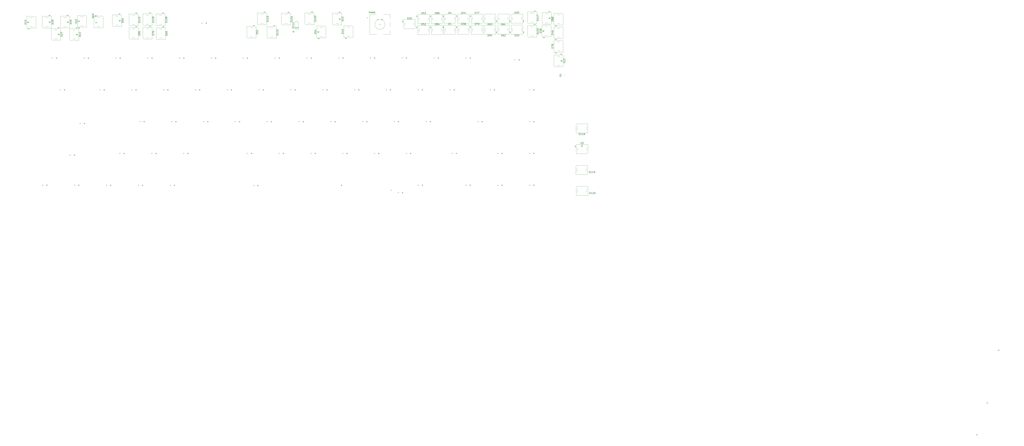
<source format=gbr>
%TF.GenerationSoftware,KiCad,Pcbnew,9.0.2*%
%TF.CreationDate,2025-06-27T23:50:21-07:00*%
%TF.ProjectId,Proj3,50726f6a-332e-46b6-9963-61645f706362,rev?*%
%TF.SameCoordinates,Original*%
%TF.FileFunction,Legend,Top*%
%TF.FilePolarity,Positive*%
%FSLAX46Y46*%
G04 Gerber Fmt 4.6, Leading zero omitted, Abs format (unit mm)*
G04 Created by KiCad (PCBNEW 9.0.2) date 2025-06-27 23:50:21*
%MOMM*%
%LPD*%
G01*
G04 APERTURE LIST*
%ADD10C,0.150000*%
%ADD11C,0.120000*%
G04 APERTURE END LIST*
D10*
X346019048Y-285275866D02*
X346780953Y-285275866D01*
X348549048Y-285275866D02*
X349310953Y-285275866D01*
X348930000Y-285656819D02*
X348930000Y-284894914D01*
X117409048Y-286285866D02*
X118170953Y-286285866D01*
X119939048Y-286285866D02*
X120700953Y-286285866D01*
X120320000Y-286666819D02*
X120320000Y-285904914D01*
X361479048Y-266215866D02*
X362240953Y-266215866D01*
X364009048Y-266215866D02*
X364770953Y-266215866D01*
X364390000Y-266596819D02*
X364390000Y-265834914D01*
X383589048Y-229179566D02*
X384350953Y-229179566D01*
X386119048Y-229179566D02*
X386880953Y-229179566D01*
X386500000Y-229560519D02*
X386500000Y-228798614D01*
X111429048Y-247165866D02*
X112190953Y-247165866D01*
X113959048Y-247165866D02*
X114720953Y-247165866D01*
X114340000Y-247546819D02*
X114340000Y-246784914D01*
X325729048Y-304325866D02*
X326490953Y-304325866D01*
X328259048Y-304325866D02*
X329020953Y-304325866D01*
X328640000Y-304706819D02*
X328640000Y-303944914D01*
X251644819Y-210122475D02*
X250644819Y-210122475D01*
X250644819Y-210122475D02*
X250644819Y-209884380D01*
X250644819Y-209884380D02*
X250692438Y-209741523D01*
X250692438Y-209741523D02*
X250787676Y-209646285D01*
X250787676Y-209646285D02*
X250882914Y-209598666D01*
X250882914Y-209598666D02*
X251073390Y-209551047D01*
X251073390Y-209551047D02*
X251216247Y-209551047D01*
X251216247Y-209551047D02*
X251406723Y-209598666D01*
X251406723Y-209598666D02*
X251501961Y-209646285D01*
X251501961Y-209646285D02*
X251597200Y-209741523D01*
X251597200Y-209741523D02*
X251644819Y-209884380D01*
X251644819Y-209884380D02*
X251644819Y-210122475D01*
X251644819Y-208598666D02*
X251644819Y-209170094D01*
X251644819Y-208884380D02*
X250644819Y-208884380D01*
X250644819Y-208884380D02*
X250787676Y-208979618D01*
X250787676Y-208979618D02*
X250882914Y-209074856D01*
X250882914Y-209074856D02*
X250930533Y-209170094D01*
X251644819Y-207646285D02*
X251644819Y-208217713D01*
X251644819Y-207931999D02*
X250644819Y-207931999D01*
X250644819Y-207931999D02*
X250787676Y-208027237D01*
X250787676Y-208027237D02*
X250882914Y-208122475D01*
X250882914Y-208122475D02*
X250930533Y-208217713D01*
X251644819Y-206693904D02*
X251644819Y-207265332D01*
X251644819Y-206979618D02*
X250644819Y-206979618D01*
X250644819Y-206979618D02*
X250787676Y-207074856D01*
X250787676Y-207074856D02*
X250882914Y-207170094D01*
X250882914Y-207170094D02*
X250930533Y-207265332D01*
X251964819Y-212503904D02*
X250964819Y-212503904D01*
X251964819Y-211932476D02*
X251393390Y-212361047D01*
X250964819Y-211932476D02*
X251536247Y-212503904D01*
X344799048Y-247165866D02*
X345560953Y-247165866D01*
X347329048Y-247165866D02*
X348090953Y-247165866D01*
X347710000Y-247546819D02*
X347710000Y-246784914D01*
X290179048Y-247173866D02*
X290940953Y-247173866D01*
X290560000Y-247554819D02*
X290560000Y-246792914D01*
X287649048Y-247173866D02*
X288410953Y-247173866D01*
X299619048Y-285285866D02*
X300380953Y-285285866D01*
X302149048Y-285285866D02*
X302910953Y-285285866D01*
X302530000Y-285666819D02*
X302530000Y-284904914D01*
X273419048Y-266215866D02*
X274180953Y-266215866D01*
X275949048Y-266215866D02*
X276710953Y-266215866D01*
X276330000Y-266596819D02*
X276330000Y-265834914D01*
X428414524Y-296971819D02*
X428414524Y-295971819D01*
X428414524Y-295971819D02*
X428652619Y-295971819D01*
X428652619Y-295971819D02*
X428795476Y-296019438D01*
X428795476Y-296019438D02*
X428890714Y-296114676D01*
X428890714Y-296114676D02*
X428938333Y-296209914D01*
X428938333Y-296209914D02*
X428985952Y-296400390D01*
X428985952Y-296400390D02*
X428985952Y-296543247D01*
X428985952Y-296543247D02*
X428938333Y-296733723D01*
X428938333Y-296733723D02*
X428890714Y-296828961D01*
X428890714Y-296828961D02*
X428795476Y-296924200D01*
X428795476Y-296924200D02*
X428652619Y-296971819D01*
X428652619Y-296971819D02*
X428414524Y-296971819D01*
X429938333Y-296971819D02*
X429366905Y-296971819D01*
X429652619Y-296971819D02*
X429652619Y-295971819D01*
X429652619Y-295971819D02*
X429557381Y-296114676D01*
X429557381Y-296114676D02*
X429462143Y-296209914D01*
X429462143Y-296209914D02*
X429366905Y-296257533D01*
X430890714Y-296971819D02*
X430319286Y-296971819D01*
X430605000Y-296971819D02*
X430605000Y-295971819D01*
X430605000Y-295971819D02*
X430509762Y-296114676D01*
X430509762Y-296114676D02*
X430414524Y-296209914D01*
X430414524Y-296209914D02*
X430319286Y-296257533D01*
X431366905Y-296971819D02*
X431557381Y-296971819D01*
X431557381Y-296971819D02*
X431652619Y-296924200D01*
X431652619Y-296924200D02*
X431700238Y-296876580D01*
X431700238Y-296876580D02*
X431795476Y-296733723D01*
X431795476Y-296733723D02*
X431843095Y-296543247D01*
X431843095Y-296543247D02*
X431843095Y-296162295D01*
X431843095Y-296162295D02*
X431795476Y-296067057D01*
X431795476Y-296067057D02*
X431747857Y-296019438D01*
X431747857Y-296019438D02*
X431652619Y-295971819D01*
X431652619Y-295971819D02*
X431462143Y-295971819D01*
X431462143Y-295971819D02*
X431366905Y-296019438D01*
X431366905Y-296019438D02*
X431319286Y-296067057D01*
X431319286Y-296067057D02*
X431271667Y-296162295D01*
X431271667Y-296162295D02*
X431271667Y-296400390D01*
X431271667Y-296400390D02*
X431319286Y-296495628D01*
X431319286Y-296495628D02*
X431366905Y-296543247D01*
X431366905Y-296543247D02*
X431462143Y-296590866D01*
X431462143Y-296590866D02*
X431652619Y-296590866D01*
X431652619Y-296590866D02*
X431747857Y-296543247D01*
X431747857Y-296543247D02*
X431795476Y-296495628D01*
X431795476Y-296495628D02*
X431843095Y-296400390D01*
X666482704Y-435065571D02*
X666482704Y-434608428D01*
X666482704Y-434837000D02*
X667282704Y-434837000D01*
X667282704Y-434837000D02*
X667168419Y-434760809D01*
X667168419Y-434760809D02*
X667092228Y-434684619D01*
X667092228Y-434684619D02*
X667054133Y-434608428D01*
X179779048Y-304359566D02*
X180540953Y-304359566D01*
X180160000Y-304740519D02*
X180160000Y-303978614D01*
X177249048Y-304359566D02*
X178010953Y-304359566D01*
X103479048Y-304295866D02*
X104240953Y-304295866D01*
X103860000Y-304676819D02*
X103860000Y-303914914D01*
X100949048Y-304295866D02*
X101710953Y-304295866D01*
X91434819Y-207766285D02*
X90434819Y-207766285D01*
X90434819Y-207766285D02*
X90434819Y-207528190D01*
X90434819Y-207528190D02*
X90482438Y-207385333D01*
X90482438Y-207385333D02*
X90577676Y-207290095D01*
X90577676Y-207290095D02*
X90672914Y-207242476D01*
X90672914Y-207242476D02*
X90863390Y-207194857D01*
X90863390Y-207194857D02*
X91006247Y-207194857D01*
X91006247Y-207194857D02*
X91196723Y-207242476D01*
X91196723Y-207242476D02*
X91291961Y-207290095D01*
X91291961Y-207290095D02*
X91387200Y-207385333D01*
X91387200Y-207385333D02*
X91434819Y-207528190D01*
X91434819Y-207528190D02*
X91434819Y-207766285D01*
X91434819Y-206242476D02*
X91434819Y-206813904D01*
X91434819Y-206528190D02*
X90434819Y-206528190D01*
X90434819Y-206528190D02*
X90577676Y-206623428D01*
X90577676Y-206623428D02*
X90672914Y-206718666D01*
X90672914Y-206718666D02*
X90720533Y-206813904D01*
X90434819Y-205623428D02*
X90434819Y-205528190D01*
X90434819Y-205528190D02*
X90482438Y-205432952D01*
X90482438Y-205432952D02*
X90530057Y-205385333D01*
X90530057Y-205385333D02*
X90625295Y-205337714D01*
X90625295Y-205337714D02*
X90815771Y-205290095D01*
X90815771Y-205290095D02*
X91053866Y-205290095D01*
X91053866Y-205290095D02*
X91244342Y-205337714D01*
X91244342Y-205337714D02*
X91339580Y-205385333D01*
X91339580Y-205385333D02*
X91387200Y-205432952D01*
X91387200Y-205432952D02*
X91434819Y-205528190D01*
X91434819Y-205528190D02*
X91434819Y-205623428D01*
X91434819Y-205623428D02*
X91387200Y-205718666D01*
X91387200Y-205718666D02*
X91339580Y-205766285D01*
X91339580Y-205766285D02*
X91244342Y-205813904D01*
X91244342Y-205813904D02*
X91053866Y-205861523D01*
X91053866Y-205861523D02*
X90815771Y-205861523D01*
X90815771Y-205861523D02*
X90625295Y-205813904D01*
X90625295Y-205813904D02*
X90530057Y-205766285D01*
X90530057Y-205766285D02*
X90482438Y-205718666D01*
X90482438Y-205718666D02*
X90434819Y-205623428D01*
X93134819Y-206813904D02*
X92134819Y-206813904D01*
X93134819Y-206242476D02*
X92563390Y-206671047D01*
X92134819Y-206242476D02*
X92706247Y-206813904D01*
X93242295Y-210323428D02*
X93242295Y-210780571D01*
X93242295Y-210551999D02*
X92442295Y-210551999D01*
X92442295Y-210551999D02*
X92556580Y-210628190D01*
X92556580Y-210628190D02*
X92632771Y-210704380D01*
X92632771Y-210704380D02*
X92670866Y-210780571D01*
X367753414Y-208406819D02*
X367753414Y-207406819D01*
X367753414Y-207406819D02*
X367991509Y-207406819D01*
X367991509Y-207406819D02*
X368134366Y-207454438D01*
X368134366Y-207454438D02*
X368229604Y-207549676D01*
X368229604Y-207549676D02*
X368277223Y-207644914D01*
X368277223Y-207644914D02*
X368324842Y-207835390D01*
X368324842Y-207835390D02*
X368324842Y-207978247D01*
X368324842Y-207978247D02*
X368277223Y-208168723D01*
X368277223Y-208168723D02*
X368229604Y-208263961D01*
X368229604Y-208263961D02*
X368134366Y-208359200D01*
X368134366Y-208359200D02*
X367991509Y-208406819D01*
X367991509Y-208406819D02*
X367753414Y-208406819D01*
X368801033Y-208406819D02*
X368991509Y-208406819D01*
X368991509Y-208406819D02*
X369086747Y-208359200D01*
X369086747Y-208359200D02*
X369134366Y-208311580D01*
X369134366Y-208311580D02*
X369229604Y-208168723D01*
X369229604Y-208168723D02*
X369277223Y-207978247D01*
X369277223Y-207978247D02*
X369277223Y-207597295D01*
X369277223Y-207597295D02*
X369229604Y-207502057D01*
X369229604Y-207502057D02*
X369181985Y-207454438D01*
X369181985Y-207454438D02*
X369086747Y-207406819D01*
X369086747Y-207406819D02*
X368896271Y-207406819D01*
X368896271Y-207406819D02*
X368801033Y-207454438D01*
X368801033Y-207454438D02*
X368753414Y-207502057D01*
X368753414Y-207502057D02*
X368705795Y-207597295D01*
X368705795Y-207597295D02*
X368705795Y-207835390D01*
X368705795Y-207835390D02*
X368753414Y-207930628D01*
X368753414Y-207930628D02*
X368801033Y-207978247D01*
X368801033Y-207978247D02*
X368896271Y-208025866D01*
X368896271Y-208025866D02*
X369086747Y-208025866D01*
X369086747Y-208025866D02*
X369181985Y-207978247D01*
X369181985Y-207978247D02*
X369229604Y-207930628D01*
X369229604Y-207930628D02*
X369277223Y-207835390D01*
X369610557Y-207406819D02*
X370229604Y-207406819D01*
X370229604Y-207406819D02*
X369896271Y-207787771D01*
X369896271Y-207787771D02*
X370039128Y-207787771D01*
X370039128Y-207787771D02*
X370134366Y-207835390D01*
X370134366Y-207835390D02*
X370181985Y-207883009D01*
X370181985Y-207883009D02*
X370229604Y-207978247D01*
X370229604Y-207978247D02*
X370229604Y-208216342D01*
X370229604Y-208216342D02*
X370181985Y-208311580D01*
X370181985Y-208311580D02*
X370134366Y-208359200D01*
X370134366Y-208359200D02*
X370039128Y-208406819D01*
X370039128Y-208406819D02*
X369753414Y-208406819D01*
X369753414Y-208406819D02*
X369658176Y-208359200D01*
X369658176Y-208359200D02*
X369610557Y-208311580D01*
X372739128Y-205689704D02*
X373196271Y-205689704D01*
X372967699Y-205689704D02*
X372967699Y-206489704D01*
X372967699Y-206489704D02*
X373043890Y-206375419D01*
X373043890Y-206375419D02*
X373120080Y-206299228D01*
X373120080Y-206299228D02*
X373196271Y-206261133D01*
X204459048Y-228115866D02*
X205220953Y-228115866D01*
X204840000Y-228496819D02*
X204840000Y-227734914D01*
X201929048Y-228115866D02*
X202690953Y-228115866D01*
X360123414Y-201496819D02*
X360123414Y-200496819D01*
X360123414Y-200496819D02*
X360361509Y-200496819D01*
X360361509Y-200496819D02*
X360504366Y-200544438D01*
X360504366Y-200544438D02*
X360599604Y-200639676D01*
X360599604Y-200639676D02*
X360647223Y-200734914D01*
X360647223Y-200734914D02*
X360694842Y-200925390D01*
X360694842Y-200925390D02*
X360694842Y-201068247D01*
X360694842Y-201068247D02*
X360647223Y-201258723D01*
X360647223Y-201258723D02*
X360599604Y-201353961D01*
X360599604Y-201353961D02*
X360504366Y-201449200D01*
X360504366Y-201449200D02*
X360361509Y-201496819D01*
X360361509Y-201496819D02*
X360123414Y-201496819D01*
X361028176Y-200496819D02*
X361694842Y-200496819D01*
X361694842Y-200496819D02*
X361266271Y-201496819D01*
X361980557Y-200496819D02*
X362647223Y-200496819D01*
X362647223Y-200496819D02*
X362218652Y-201496819D01*
X357566271Y-203304295D02*
X357109128Y-203304295D01*
X357337700Y-203304295D02*
X357337700Y-202504295D01*
X357337700Y-202504295D02*
X357261509Y-202618580D01*
X357261509Y-202618580D02*
X357185319Y-202694771D01*
X357185319Y-202694771D02*
X357109128Y-202732866D01*
X139089048Y-304345866D02*
X139850953Y-304345866D01*
X141619048Y-304345866D02*
X142380953Y-304345866D01*
X142000000Y-304726819D02*
X142000000Y-303964914D01*
X398264819Y-205622475D02*
X397264819Y-205622475D01*
X397264819Y-205622475D02*
X397264819Y-205384380D01*
X397264819Y-205384380D02*
X397312438Y-205241523D01*
X397312438Y-205241523D02*
X397407676Y-205146285D01*
X397407676Y-205146285D02*
X397502914Y-205098666D01*
X397502914Y-205098666D02*
X397693390Y-205051047D01*
X397693390Y-205051047D02*
X397836247Y-205051047D01*
X397836247Y-205051047D02*
X398026723Y-205098666D01*
X398026723Y-205098666D02*
X398121961Y-205146285D01*
X398121961Y-205146285D02*
X398217200Y-205241523D01*
X398217200Y-205241523D02*
X398264819Y-205384380D01*
X398264819Y-205384380D02*
X398264819Y-205622475D01*
X398264819Y-204098666D02*
X398264819Y-204670094D01*
X398264819Y-204384380D02*
X397264819Y-204384380D01*
X397264819Y-204384380D02*
X397407676Y-204479618D01*
X397407676Y-204479618D02*
X397502914Y-204574856D01*
X397502914Y-204574856D02*
X397550533Y-204670094D01*
X398264819Y-203146285D02*
X398264819Y-203717713D01*
X398264819Y-203431999D02*
X397264819Y-203431999D01*
X397264819Y-203431999D02*
X397407676Y-203527237D01*
X397407676Y-203527237D02*
X397502914Y-203622475D01*
X397502914Y-203622475D02*
X397550533Y-203717713D01*
X397264819Y-202812951D02*
X397264819Y-202146285D01*
X397264819Y-202146285D02*
X398264819Y-202574856D01*
X395547704Y-200160571D02*
X395547704Y-199703428D01*
X395547704Y-199932000D02*
X396347704Y-199932000D01*
X396347704Y-199932000D02*
X396233419Y-199855809D01*
X396233419Y-199855809D02*
X396157228Y-199779619D01*
X396157228Y-199779619D02*
X396119133Y-199703428D01*
X281404819Y-205896285D02*
X280404819Y-205896285D01*
X280404819Y-205896285D02*
X280404819Y-205658190D01*
X280404819Y-205658190D02*
X280452438Y-205515333D01*
X280452438Y-205515333D02*
X280547676Y-205420095D01*
X280547676Y-205420095D02*
X280642914Y-205372476D01*
X280642914Y-205372476D02*
X280833390Y-205324857D01*
X280833390Y-205324857D02*
X280976247Y-205324857D01*
X280976247Y-205324857D02*
X281166723Y-205372476D01*
X281166723Y-205372476D02*
X281261961Y-205420095D01*
X281261961Y-205420095D02*
X281357200Y-205515333D01*
X281357200Y-205515333D02*
X281404819Y-205658190D01*
X281404819Y-205658190D02*
X281404819Y-205896285D01*
X281404819Y-204372476D02*
X281404819Y-204943904D01*
X281404819Y-204658190D02*
X280404819Y-204658190D01*
X280404819Y-204658190D02*
X280547676Y-204753428D01*
X280547676Y-204753428D02*
X280642914Y-204848666D01*
X280642914Y-204848666D02*
X280690533Y-204943904D01*
X280404819Y-204039142D02*
X280404819Y-203420095D01*
X280404819Y-203420095D02*
X280785771Y-203753428D01*
X280785771Y-203753428D02*
X280785771Y-203610571D01*
X280785771Y-203610571D02*
X280833390Y-203515333D01*
X280833390Y-203515333D02*
X280881009Y-203467714D01*
X280881009Y-203467714D02*
X280976247Y-203420095D01*
X280976247Y-203420095D02*
X281214342Y-203420095D01*
X281214342Y-203420095D02*
X281309580Y-203467714D01*
X281309580Y-203467714D02*
X281357200Y-203515333D01*
X281357200Y-203515333D02*
X281404819Y-203610571D01*
X281404819Y-203610571D02*
X281404819Y-203896285D01*
X281404819Y-203896285D02*
X281357200Y-203991523D01*
X281357200Y-203991523D02*
X281309580Y-204039142D01*
X279704819Y-204943904D02*
X278704819Y-204943904D01*
X279704819Y-204372476D02*
X279133390Y-204801047D01*
X278704819Y-204372476D02*
X279276247Y-204943904D01*
X278687704Y-200910571D02*
X278687704Y-200453428D01*
X278687704Y-200682000D02*
X279487704Y-200682000D01*
X279487704Y-200682000D02*
X279373419Y-200605809D01*
X279373419Y-200605809D02*
X279297228Y-200529619D01*
X279297228Y-200529619D02*
X279259133Y-200453428D01*
X406994819Y-205986285D02*
X405994819Y-205986285D01*
X405994819Y-205986285D02*
X405994819Y-205748190D01*
X405994819Y-205748190D02*
X406042438Y-205605333D01*
X406042438Y-205605333D02*
X406137676Y-205510095D01*
X406137676Y-205510095D02*
X406232914Y-205462476D01*
X406232914Y-205462476D02*
X406423390Y-205414857D01*
X406423390Y-205414857D02*
X406566247Y-205414857D01*
X406566247Y-205414857D02*
X406756723Y-205462476D01*
X406756723Y-205462476D02*
X406851961Y-205510095D01*
X406851961Y-205510095D02*
X406947200Y-205605333D01*
X406947200Y-205605333D02*
X406994819Y-205748190D01*
X406994819Y-205748190D02*
X406994819Y-205986285D01*
X406994819Y-204462476D02*
X406994819Y-205033904D01*
X406994819Y-204748190D02*
X405994819Y-204748190D01*
X405994819Y-204748190D02*
X406137676Y-204843428D01*
X406137676Y-204843428D02*
X406232914Y-204938666D01*
X406232914Y-204938666D02*
X406280533Y-205033904D01*
X406994819Y-203510095D02*
X406994819Y-204081523D01*
X406994819Y-203795809D02*
X405994819Y-203795809D01*
X405994819Y-203795809D02*
X406137676Y-203891047D01*
X406137676Y-203891047D02*
X406232914Y-203986285D01*
X406232914Y-203986285D02*
X406280533Y-204081523D01*
X408802295Y-208543428D02*
X408802295Y-209000571D01*
X408802295Y-208771999D02*
X408002295Y-208771999D01*
X408002295Y-208771999D02*
X408116580Y-208848190D01*
X408116580Y-208848190D02*
X408192771Y-208924380D01*
X408192771Y-208924380D02*
X408230866Y-209000571D01*
X173349048Y-247173866D02*
X174110953Y-247173866D01*
X175879048Y-247173866D02*
X176640953Y-247173866D01*
X176260000Y-247554819D02*
X176260000Y-246792914D01*
X423451905Y-279596819D02*
X423451905Y-278596819D01*
X423451905Y-278596819D02*
X423690000Y-278596819D01*
X423690000Y-278596819D02*
X423832857Y-278644438D01*
X423832857Y-278644438D02*
X423928095Y-278739676D01*
X423928095Y-278739676D02*
X423975714Y-278834914D01*
X423975714Y-278834914D02*
X424023333Y-279025390D01*
X424023333Y-279025390D02*
X424023333Y-279168247D01*
X424023333Y-279168247D02*
X423975714Y-279358723D01*
X423975714Y-279358723D02*
X423928095Y-279453961D01*
X423928095Y-279453961D02*
X423832857Y-279549200D01*
X423832857Y-279549200D02*
X423690000Y-279596819D01*
X423690000Y-279596819D02*
X423451905Y-279596819D01*
X424356667Y-278596819D02*
X424975714Y-278596819D01*
X424975714Y-278596819D02*
X424642381Y-278977771D01*
X424642381Y-278977771D02*
X424785238Y-278977771D01*
X424785238Y-278977771D02*
X424880476Y-279025390D01*
X424880476Y-279025390D02*
X424928095Y-279073009D01*
X424928095Y-279073009D02*
X424975714Y-279168247D01*
X424975714Y-279168247D02*
X424975714Y-279406342D01*
X424975714Y-279406342D02*
X424928095Y-279501580D01*
X424928095Y-279501580D02*
X424880476Y-279549200D01*
X424880476Y-279549200D02*
X424785238Y-279596819D01*
X424785238Y-279596819D02*
X424499524Y-279596819D01*
X424499524Y-279596819D02*
X424404286Y-279549200D01*
X424404286Y-279549200D02*
X424356667Y-279501580D01*
X420418571Y-281404295D02*
X419961428Y-281404295D01*
X420190000Y-281404295D02*
X420190000Y-280604295D01*
X420190000Y-280604295D02*
X420113809Y-280718580D01*
X420113809Y-280718580D02*
X420037619Y-280794771D01*
X420037619Y-280794771D02*
X419961428Y-280832866D01*
X423928095Y-281296819D02*
X423928095Y-280296819D01*
X424499523Y-281296819D02*
X424070952Y-280725390D01*
X424499523Y-280296819D02*
X423928095Y-280868247D01*
X394959048Y-266215866D02*
X395720953Y-266215866D01*
X395340000Y-266596819D02*
X395340000Y-265834914D01*
X392429048Y-266215866D02*
X393190953Y-266215866D01*
X121744819Y-207216285D02*
X120744819Y-207216285D01*
X120744819Y-207216285D02*
X120744819Y-206978190D01*
X120744819Y-206978190D02*
X120792438Y-206835333D01*
X120792438Y-206835333D02*
X120887676Y-206740095D01*
X120887676Y-206740095D02*
X120982914Y-206692476D01*
X120982914Y-206692476D02*
X121173390Y-206644857D01*
X121173390Y-206644857D02*
X121316247Y-206644857D01*
X121316247Y-206644857D02*
X121506723Y-206692476D01*
X121506723Y-206692476D02*
X121601961Y-206740095D01*
X121601961Y-206740095D02*
X121697200Y-206835333D01*
X121697200Y-206835333D02*
X121744819Y-206978190D01*
X121744819Y-206978190D02*
X121744819Y-207216285D01*
X120840057Y-206263904D02*
X120792438Y-206216285D01*
X120792438Y-206216285D02*
X120744819Y-206121047D01*
X120744819Y-206121047D02*
X120744819Y-205882952D01*
X120744819Y-205882952D02*
X120792438Y-205787714D01*
X120792438Y-205787714D02*
X120840057Y-205740095D01*
X120840057Y-205740095D02*
X120935295Y-205692476D01*
X120935295Y-205692476D02*
X121030533Y-205692476D01*
X121030533Y-205692476D02*
X121173390Y-205740095D01*
X121173390Y-205740095D02*
X121744819Y-206311523D01*
X121744819Y-206311523D02*
X121744819Y-205692476D01*
X121744819Y-204740095D02*
X121744819Y-205311523D01*
X121744819Y-205025809D02*
X120744819Y-205025809D01*
X120744819Y-205025809D02*
X120887676Y-205121047D01*
X120887676Y-205121047D02*
X120982914Y-205216285D01*
X120982914Y-205216285D02*
X121030533Y-205311523D01*
X123444819Y-206263904D02*
X122444819Y-206263904D01*
X123444819Y-205692476D02*
X122873390Y-206121047D01*
X122444819Y-205692476D02*
X123016247Y-206263904D01*
X123552295Y-209773428D02*
X123552295Y-210230571D01*
X123552295Y-210001999D02*
X122752295Y-210001999D01*
X122752295Y-210001999D02*
X122866580Y-210078190D01*
X122866580Y-210078190D02*
X122942771Y-210154380D01*
X122942771Y-210154380D02*
X122980866Y-210230571D01*
X375909048Y-285265866D02*
X376670953Y-285265866D01*
X376290000Y-285646819D02*
X376290000Y-284884914D01*
X373379048Y-285265866D02*
X374140953Y-285265866D01*
X149694819Y-206886285D02*
X148694819Y-206886285D01*
X148694819Y-206886285D02*
X148694819Y-206648190D01*
X148694819Y-206648190D02*
X148742438Y-206505333D01*
X148742438Y-206505333D02*
X148837676Y-206410095D01*
X148837676Y-206410095D02*
X148932914Y-206362476D01*
X148932914Y-206362476D02*
X149123390Y-206314857D01*
X149123390Y-206314857D02*
X149266247Y-206314857D01*
X149266247Y-206314857D02*
X149456723Y-206362476D01*
X149456723Y-206362476D02*
X149551961Y-206410095D01*
X149551961Y-206410095D02*
X149647200Y-206505333D01*
X149647200Y-206505333D02*
X149694819Y-206648190D01*
X149694819Y-206648190D02*
X149694819Y-206886285D01*
X148694819Y-205457714D02*
X148694819Y-205648190D01*
X148694819Y-205648190D02*
X148742438Y-205743428D01*
X148742438Y-205743428D02*
X148790057Y-205791047D01*
X148790057Y-205791047D02*
X148932914Y-205886285D01*
X148932914Y-205886285D02*
X149123390Y-205933904D01*
X149123390Y-205933904D02*
X149504342Y-205933904D01*
X149504342Y-205933904D02*
X149599580Y-205886285D01*
X149599580Y-205886285D02*
X149647200Y-205838666D01*
X149647200Y-205838666D02*
X149694819Y-205743428D01*
X149694819Y-205743428D02*
X149694819Y-205552952D01*
X149694819Y-205552952D02*
X149647200Y-205457714D01*
X149647200Y-205457714D02*
X149599580Y-205410095D01*
X149599580Y-205410095D02*
X149504342Y-205362476D01*
X149504342Y-205362476D02*
X149266247Y-205362476D01*
X149266247Y-205362476D02*
X149171009Y-205410095D01*
X149171009Y-205410095D02*
X149123390Y-205457714D01*
X149123390Y-205457714D02*
X149075771Y-205552952D01*
X149075771Y-205552952D02*
X149075771Y-205743428D01*
X149075771Y-205743428D02*
X149123390Y-205838666D01*
X149123390Y-205838666D02*
X149171009Y-205886285D01*
X149171009Y-205886285D02*
X149266247Y-205933904D01*
X148694819Y-204743428D02*
X148694819Y-204648190D01*
X148694819Y-204648190D02*
X148742438Y-204552952D01*
X148742438Y-204552952D02*
X148790057Y-204505333D01*
X148790057Y-204505333D02*
X148885295Y-204457714D01*
X148885295Y-204457714D02*
X149075771Y-204410095D01*
X149075771Y-204410095D02*
X149313866Y-204410095D01*
X149313866Y-204410095D02*
X149504342Y-204457714D01*
X149504342Y-204457714D02*
X149599580Y-204505333D01*
X149599580Y-204505333D02*
X149647200Y-204552952D01*
X149647200Y-204552952D02*
X149694819Y-204648190D01*
X149694819Y-204648190D02*
X149694819Y-204743428D01*
X149694819Y-204743428D02*
X149647200Y-204838666D01*
X149647200Y-204838666D02*
X149599580Y-204886285D01*
X149599580Y-204886285D02*
X149504342Y-204933904D01*
X149504342Y-204933904D02*
X149313866Y-204981523D01*
X149313866Y-204981523D02*
X149075771Y-204981523D01*
X149075771Y-204981523D02*
X148885295Y-204933904D01*
X148885295Y-204933904D02*
X148790057Y-204886285D01*
X148790057Y-204886285D02*
X148742438Y-204838666D01*
X148742438Y-204838666D02*
X148694819Y-204743428D01*
X146977704Y-201900571D02*
X146977704Y-201443428D01*
X146977704Y-201672000D02*
X147777704Y-201672000D01*
X147777704Y-201672000D02*
X147663419Y-201595809D01*
X147663419Y-201595809D02*
X147587228Y-201519619D01*
X147587228Y-201519619D02*
X147549133Y-201443428D01*
X147994819Y-205933904D02*
X146994819Y-205933904D01*
X147994819Y-205362476D02*
X147423390Y-205791047D01*
X146994819Y-205362476D02*
X147566247Y-205933904D01*
X122539048Y-304315866D02*
X123300953Y-304315866D01*
X122920000Y-304696819D02*
X122920000Y-303934914D01*
X120009048Y-304315866D02*
X120770953Y-304315866D01*
X354329048Y-304315866D02*
X355090953Y-304315866D01*
X356859048Y-304315866D02*
X357620953Y-304315866D01*
X357240000Y-304696819D02*
X357240000Y-303934914D01*
X383993414Y-215026819D02*
X383993414Y-214026819D01*
X383993414Y-214026819D02*
X384231509Y-214026819D01*
X384231509Y-214026819D02*
X384374366Y-214074438D01*
X384374366Y-214074438D02*
X384469604Y-214169676D01*
X384469604Y-214169676D02*
X384517223Y-214264914D01*
X384517223Y-214264914D02*
X384564842Y-214455390D01*
X384564842Y-214455390D02*
X384564842Y-214598247D01*
X384564842Y-214598247D02*
X384517223Y-214788723D01*
X384517223Y-214788723D02*
X384469604Y-214883961D01*
X384469604Y-214883961D02*
X384374366Y-214979200D01*
X384374366Y-214979200D02*
X384231509Y-215026819D01*
X384231509Y-215026819D02*
X383993414Y-215026819D01*
X384898176Y-214026819D02*
X385517223Y-214026819D01*
X385517223Y-214026819D02*
X385183890Y-214407771D01*
X385183890Y-214407771D02*
X385326747Y-214407771D01*
X385326747Y-214407771D02*
X385421985Y-214455390D01*
X385421985Y-214455390D02*
X385469604Y-214503009D01*
X385469604Y-214503009D02*
X385517223Y-214598247D01*
X385517223Y-214598247D02*
X385517223Y-214836342D01*
X385517223Y-214836342D02*
X385469604Y-214931580D01*
X385469604Y-214931580D02*
X385421985Y-214979200D01*
X385421985Y-214979200D02*
X385326747Y-215026819D01*
X385326747Y-215026819D02*
X385041033Y-215026819D01*
X385041033Y-215026819D02*
X384945795Y-214979200D01*
X384945795Y-214979200D02*
X384898176Y-214931580D01*
X386136271Y-214026819D02*
X386231509Y-214026819D01*
X386231509Y-214026819D02*
X386326747Y-214074438D01*
X386326747Y-214074438D02*
X386374366Y-214122057D01*
X386374366Y-214122057D02*
X386421985Y-214217295D01*
X386421985Y-214217295D02*
X386469604Y-214407771D01*
X386469604Y-214407771D02*
X386469604Y-214645866D01*
X386469604Y-214645866D02*
X386421985Y-214836342D01*
X386421985Y-214836342D02*
X386374366Y-214931580D01*
X386374366Y-214931580D02*
X386326747Y-214979200D01*
X386326747Y-214979200D02*
X386231509Y-215026819D01*
X386231509Y-215026819D02*
X386136271Y-215026819D01*
X386136271Y-215026819D02*
X386041033Y-214979200D01*
X386041033Y-214979200D02*
X385993414Y-214931580D01*
X385993414Y-214931580D02*
X385945795Y-214836342D01*
X385945795Y-214836342D02*
X385898176Y-214645866D01*
X385898176Y-214645866D02*
X385898176Y-214407771D01*
X385898176Y-214407771D02*
X385945795Y-214217295D01*
X385945795Y-214217295D02*
X385993414Y-214122057D01*
X385993414Y-214122057D02*
X386041033Y-214074438D01*
X386041033Y-214074438D02*
X386136271Y-214026819D01*
X388979128Y-212309704D02*
X389436271Y-212309704D01*
X389207699Y-212309704D02*
X389207699Y-213109704D01*
X389207699Y-213109704D02*
X389283890Y-212995419D01*
X389283890Y-212995419D02*
X389360080Y-212919228D01*
X389360080Y-212919228D02*
X389436271Y-212881133D01*
X118634819Y-207706285D02*
X117634819Y-207706285D01*
X117634819Y-207706285D02*
X117634819Y-207468190D01*
X117634819Y-207468190D02*
X117682438Y-207325333D01*
X117682438Y-207325333D02*
X117777676Y-207230095D01*
X117777676Y-207230095D02*
X117872914Y-207182476D01*
X117872914Y-207182476D02*
X118063390Y-207134857D01*
X118063390Y-207134857D02*
X118206247Y-207134857D01*
X118206247Y-207134857D02*
X118396723Y-207182476D01*
X118396723Y-207182476D02*
X118491961Y-207230095D01*
X118491961Y-207230095D02*
X118587200Y-207325333D01*
X118587200Y-207325333D02*
X118634819Y-207468190D01*
X118634819Y-207468190D02*
X118634819Y-207706285D01*
X117968152Y-206277714D02*
X118634819Y-206277714D01*
X117587200Y-206515809D02*
X118301485Y-206753904D01*
X118301485Y-206753904D02*
X118301485Y-206134857D01*
X117634819Y-205277714D02*
X117634819Y-205753904D01*
X117634819Y-205753904D02*
X118111009Y-205801523D01*
X118111009Y-205801523D02*
X118063390Y-205753904D01*
X118063390Y-205753904D02*
X118015771Y-205658666D01*
X118015771Y-205658666D02*
X118015771Y-205420571D01*
X118015771Y-205420571D02*
X118063390Y-205325333D01*
X118063390Y-205325333D02*
X118111009Y-205277714D01*
X118111009Y-205277714D02*
X118206247Y-205230095D01*
X118206247Y-205230095D02*
X118444342Y-205230095D01*
X118444342Y-205230095D02*
X118539580Y-205277714D01*
X118539580Y-205277714D02*
X118587200Y-205325333D01*
X118587200Y-205325333D02*
X118634819Y-205420571D01*
X118634819Y-205420571D02*
X118634819Y-205658666D01*
X118634819Y-205658666D02*
X118587200Y-205753904D01*
X118587200Y-205753904D02*
X118539580Y-205801523D01*
X115917704Y-202720571D02*
X115917704Y-202263428D01*
X115917704Y-202492000D02*
X116717704Y-202492000D01*
X116717704Y-202492000D02*
X116603419Y-202415809D01*
X116603419Y-202415809D02*
X116527228Y-202339619D01*
X116527228Y-202339619D02*
X116489133Y-202263428D01*
X116934819Y-206753904D02*
X115934819Y-206753904D01*
X116934819Y-206182476D02*
X116363390Y-206611047D01*
X115934819Y-206182476D02*
X116506247Y-206753904D01*
X392429048Y-304315866D02*
X393190953Y-304315866D01*
X394959048Y-304315866D02*
X395720953Y-304315866D01*
X395340000Y-304696819D02*
X395340000Y-303934914D01*
X352003414Y-201496819D02*
X352003414Y-200496819D01*
X352003414Y-200496819D02*
X352241509Y-200496819D01*
X352241509Y-200496819D02*
X352384366Y-200544438D01*
X352384366Y-200544438D02*
X352479604Y-200639676D01*
X352479604Y-200639676D02*
X352527223Y-200734914D01*
X352527223Y-200734914D02*
X352574842Y-200925390D01*
X352574842Y-200925390D02*
X352574842Y-201068247D01*
X352574842Y-201068247D02*
X352527223Y-201258723D01*
X352527223Y-201258723D02*
X352479604Y-201353961D01*
X352479604Y-201353961D02*
X352384366Y-201449200D01*
X352384366Y-201449200D02*
X352241509Y-201496819D01*
X352241509Y-201496819D02*
X352003414Y-201496819D01*
X353431985Y-200830152D02*
X353431985Y-201496819D01*
X353193890Y-200449200D02*
X352955795Y-201163485D01*
X352955795Y-201163485D02*
X353574842Y-201163485D01*
X354384366Y-200830152D02*
X354384366Y-201496819D01*
X354146271Y-200449200D02*
X353908176Y-201163485D01*
X353908176Y-201163485D02*
X354527223Y-201163485D01*
X349446271Y-203304295D02*
X348989128Y-203304295D01*
X349217700Y-203304295D02*
X349217700Y-202504295D01*
X349217700Y-202504295D02*
X349141509Y-202618580D01*
X349141509Y-202618580D02*
X349065319Y-202694771D01*
X349065319Y-202694771D02*
X348989128Y-202732866D01*
X283079048Y-285275866D02*
X283840953Y-285275866D01*
X283460000Y-285656819D02*
X283460000Y-284894914D01*
X280549048Y-285275866D02*
X281310953Y-285275866D01*
X297169048Y-228049566D02*
X297930953Y-228049566D01*
X299699048Y-228049566D02*
X300460953Y-228049566D01*
X300080000Y-228430519D02*
X300080000Y-227668614D01*
X149709048Y-285285866D02*
X150470953Y-285285866D01*
X150090000Y-285666819D02*
X150090000Y-284904914D01*
X147179048Y-285285866D02*
X147940953Y-285285866D01*
X230194819Y-213786285D02*
X229194819Y-213786285D01*
X229194819Y-213786285D02*
X229194819Y-213548190D01*
X229194819Y-213548190D02*
X229242438Y-213405333D01*
X229242438Y-213405333D02*
X229337676Y-213310095D01*
X229337676Y-213310095D02*
X229432914Y-213262476D01*
X229432914Y-213262476D02*
X229623390Y-213214857D01*
X229623390Y-213214857D02*
X229766247Y-213214857D01*
X229766247Y-213214857D02*
X229956723Y-213262476D01*
X229956723Y-213262476D02*
X230051961Y-213310095D01*
X230051961Y-213310095D02*
X230147200Y-213405333D01*
X230147200Y-213405333D02*
X230194819Y-213548190D01*
X230194819Y-213548190D02*
X230194819Y-213786285D01*
X230194819Y-212738666D02*
X230194819Y-212548190D01*
X230194819Y-212548190D02*
X230147200Y-212452952D01*
X230147200Y-212452952D02*
X230099580Y-212405333D01*
X230099580Y-212405333D02*
X229956723Y-212310095D01*
X229956723Y-212310095D02*
X229766247Y-212262476D01*
X229766247Y-212262476D02*
X229385295Y-212262476D01*
X229385295Y-212262476D02*
X229290057Y-212310095D01*
X229290057Y-212310095D02*
X229242438Y-212357714D01*
X229242438Y-212357714D02*
X229194819Y-212452952D01*
X229194819Y-212452952D02*
X229194819Y-212643428D01*
X229194819Y-212643428D02*
X229242438Y-212738666D01*
X229242438Y-212738666D02*
X229290057Y-212786285D01*
X229290057Y-212786285D02*
X229385295Y-212833904D01*
X229385295Y-212833904D02*
X229623390Y-212833904D01*
X229623390Y-212833904D02*
X229718628Y-212786285D01*
X229718628Y-212786285D02*
X229766247Y-212738666D01*
X229766247Y-212738666D02*
X229813866Y-212643428D01*
X229813866Y-212643428D02*
X229813866Y-212452952D01*
X229813866Y-212452952D02*
X229766247Y-212357714D01*
X229766247Y-212357714D02*
X229718628Y-212310095D01*
X229718628Y-212310095D02*
X229623390Y-212262476D01*
X229290057Y-211881523D02*
X229242438Y-211833904D01*
X229242438Y-211833904D02*
X229194819Y-211738666D01*
X229194819Y-211738666D02*
X229194819Y-211500571D01*
X229194819Y-211500571D02*
X229242438Y-211405333D01*
X229242438Y-211405333D02*
X229290057Y-211357714D01*
X229290057Y-211357714D02*
X229385295Y-211310095D01*
X229385295Y-211310095D02*
X229480533Y-211310095D01*
X229480533Y-211310095D02*
X229623390Y-211357714D01*
X229623390Y-211357714D02*
X230194819Y-211929142D01*
X230194819Y-211929142D02*
X230194819Y-211310095D01*
X227477704Y-208800571D02*
X227477704Y-208343428D01*
X227477704Y-208572000D02*
X228277704Y-208572000D01*
X228277704Y-208572000D02*
X228163419Y-208495809D01*
X228163419Y-208495809D02*
X228087228Y-208419619D01*
X228087228Y-208419619D02*
X228049133Y-208343428D01*
X336243414Y-201626819D02*
X336243414Y-200626819D01*
X336243414Y-200626819D02*
X336481509Y-200626819D01*
X336481509Y-200626819D02*
X336624366Y-200674438D01*
X336624366Y-200674438D02*
X336719604Y-200769676D01*
X336719604Y-200769676D02*
X336767223Y-200864914D01*
X336767223Y-200864914D02*
X336814842Y-201055390D01*
X336814842Y-201055390D02*
X336814842Y-201198247D01*
X336814842Y-201198247D02*
X336767223Y-201388723D01*
X336767223Y-201388723D02*
X336719604Y-201483961D01*
X336719604Y-201483961D02*
X336624366Y-201579200D01*
X336624366Y-201579200D02*
X336481509Y-201626819D01*
X336481509Y-201626819D02*
X336243414Y-201626819D01*
X337386271Y-201055390D02*
X337291033Y-201007771D01*
X337291033Y-201007771D02*
X337243414Y-200960152D01*
X337243414Y-200960152D02*
X337195795Y-200864914D01*
X337195795Y-200864914D02*
X337195795Y-200817295D01*
X337195795Y-200817295D02*
X337243414Y-200722057D01*
X337243414Y-200722057D02*
X337291033Y-200674438D01*
X337291033Y-200674438D02*
X337386271Y-200626819D01*
X337386271Y-200626819D02*
X337576747Y-200626819D01*
X337576747Y-200626819D02*
X337671985Y-200674438D01*
X337671985Y-200674438D02*
X337719604Y-200722057D01*
X337719604Y-200722057D02*
X337767223Y-200817295D01*
X337767223Y-200817295D02*
X337767223Y-200864914D01*
X337767223Y-200864914D02*
X337719604Y-200960152D01*
X337719604Y-200960152D02*
X337671985Y-201007771D01*
X337671985Y-201007771D02*
X337576747Y-201055390D01*
X337576747Y-201055390D02*
X337386271Y-201055390D01*
X337386271Y-201055390D02*
X337291033Y-201103009D01*
X337291033Y-201103009D02*
X337243414Y-201150628D01*
X337243414Y-201150628D02*
X337195795Y-201245866D01*
X337195795Y-201245866D02*
X337195795Y-201436342D01*
X337195795Y-201436342D02*
X337243414Y-201531580D01*
X337243414Y-201531580D02*
X337291033Y-201579200D01*
X337291033Y-201579200D02*
X337386271Y-201626819D01*
X337386271Y-201626819D02*
X337576747Y-201626819D01*
X337576747Y-201626819D02*
X337671985Y-201579200D01*
X337671985Y-201579200D02*
X337719604Y-201531580D01*
X337719604Y-201531580D02*
X337767223Y-201436342D01*
X337767223Y-201436342D02*
X337767223Y-201245866D01*
X337767223Y-201245866D02*
X337719604Y-201150628D01*
X337719604Y-201150628D02*
X337671985Y-201103009D01*
X337671985Y-201103009D02*
X337576747Y-201055390D01*
X338624366Y-200626819D02*
X338433890Y-200626819D01*
X338433890Y-200626819D02*
X338338652Y-200674438D01*
X338338652Y-200674438D02*
X338291033Y-200722057D01*
X338291033Y-200722057D02*
X338195795Y-200864914D01*
X338195795Y-200864914D02*
X338148176Y-201055390D01*
X338148176Y-201055390D02*
X338148176Y-201436342D01*
X338148176Y-201436342D02*
X338195795Y-201531580D01*
X338195795Y-201531580D02*
X338243414Y-201579200D01*
X338243414Y-201579200D02*
X338338652Y-201626819D01*
X338338652Y-201626819D02*
X338529128Y-201626819D01*
X338529128Y-201626819D02*
X338624366Y-201579200D01*
X338624366Y-201579200D02*
X338671985Y-201531580D01*
X338671985Y-201531580D02*
X338719604Y-201436342D01*
X338719604Y-201436342D02*
X338719604Y-201198247D01*
X338719604Y-201198247D02*
X338671985Y-201103009D01*
X338671985Y-201103009D02*
X338624366Y-201055390D01*
X338624366Y-201055390D02*
X338529128Y-201007771D01*
X338529128Y-201007771D02*
X338338652Y-201007771D01*
X338338652Y-201007771D02*
X338243414Y-201055390D01*
X338243414Y-201055390D02*
X338195795Y-201103009D01*
X338195795Y-201103009D02*
X338148176Y-201198247D01*
X333686271Y-203434295D02*
X333229128Y-203434295D01*
X333457700Y-203434295D02*
X333457700Y-202634295D01*
X333457700Y-202634295D02*
X333381509Y-202748580D01*
X333381509Y-202748580D02*
X333305319Y-202824771D01*
X333305319Y-202824771D02*
X333229128Y-202862866D01*
X428694524Y-309521819D02*
X428694524Y-308521819D01*
X428694524Y-308521819D02*
X428932619Y-308521819D01*
X428932619Y-308521819D02*
X429075476Y-308569438D01*
X429075476Y-308569438D02*
X429170714Y-308664676D01*
X429170714Y-308664676D02*
X429218333Y-308759914D01*
X429218333Y-308759914D02*
X429265952Y-308950390D01*
X429265952Y-308950390D02*
X429265952Y-309093247D01*
X429265952Y-309093247D02*
X429218333Y-309283723D01*
X429218333Y-309283723D02*
X429170714Y-309378961D01*
X429170714Y-309378961D02*
X429075476Y-309474200D01*
X429075476Y-309474200D02*
X428932619Y-309521819D01*
X428932619Y-309521819D02*
X428694524Y-309521819D01*
X430218333Y-309521819D02*
X429646905Y-309521819D01*
X429932619Y-309521819D02*
X429932619Y-308521819D01*
X429932619Y-308521819D02*
X429837381Y-308664676D01*
X429837381Y-308664676D02*
X429742143Y-308759914D01*
X429742143Y-308759914D02*
X429646905Y-308807533D01*
X430599286Y-308617057D02*
X430646905Y-308569438D01*
X430646905Y-308569438D02*
X430742143Y-308521819D01*
X430742143Y-308521819D02*
X430980238Y-308521819D01*
X430980238Y-308521819D02*
X431075476Y-308569438D01*
X431075476Y-308569438D02*
X431123095Y-308617057D01*
X431123095Y-308617057D02*
X431170714Y-308712295D01*
X431170714Y-308712295D02*
X431170714Y-308807533D01*
X431170714Y-308807533D02*
X431123095Y-308950390D01*
X431123095Y-308950390D02*
X430551667Y-309521819D01*
X430551667Y-309521819D02*
X431170714Y-309521819D01*
X431789762Y-308521819D02*
X431885000Y-308521819D01*
X431885000Y-308521819D02*
X431980238Y-308569438D01*
X431980238Y-308569438D02*
X432027857Y-308617057D01*
X432027857Y-308617057D02*
X432075476Y-308712295D01*
X432075476Y-308712295D02*
X432123095Y-308902771D01*
X432123095Y-308902771D02*
X432123095Y-309140866D01*
X432123095Y-309140866D02*
X432075476Y-309331342D01*
X432075476Y-309331342D02*
X432027857Y-309426580D01*
X432027857Y-309426580D02*
X431980238Y-309474200D01*
X431980238Y-309474200D02*
X431885000Y-309521819D01*
X431885000Y-309521819D02*
X431789762Y-309521819D01*
X431789762Y-309521819D02*
X431694524Y-309474200D01*
X431694524Y-309474200D02*
X431646905Y-309426580D01*
X431646905Y-309426580D02*
X431599286Y-309331342D01*
X431599286Y-309331342D02*
X431551667Y-309140866D01*
X431551667Y-309140866D02*
X431551667Y-308902771D01*
X431551667Y-308902771D02*
X431599286Y-308712295D01*
X431599286Y-308712295D02*
X431646905Y-308617057D01*
X431646905Y-308617057D02*
X431694524Y-308569438D01*
X431694524Y-308569438D02*
X431789762Y-308521819D01*
X660142704Y-454235571D02*
X660142704Y-453778428D01*
X660142704Y-454007000D02*
X660942704Y-454007000D01*
X660942704Y-454007000D02*
X660828419Y-453930809D01*
X660828419Y-453930809D02*
X660752228Y-453854619D01*
X660752228Y-453854619D02*
X660714133Y-453778428D01*
X344359605Y-201496819D02*
X344359605Y-200496819D01*
X344359605Y-200496819D02*
X344597700Y-200496819D01*
X344597700Y-200496819D02*
X344740557Y-200544438D01*
X344740557Y-200544438D02*
X344835795Y-200639676D01*
X344835795Y-200639676D02*
X344883414Y-200734914D01*
X344883414Y-200734914D02*
X344931033Y-200925390D01*
X344931033Y-200925390D02*
X344931033Y-201068247D01*
X344931033Y-201068247D02*
X344883414Y-201258723D01*
X344883414Y-201258723D02*
X344835795Y-201353961D01*
X344835795Y-201353961D02*
X344740557Y-201449200D01*
X344740557Y-201449200D02*
X344597700Y-201496819D01*
X344597700Y-201496819D02*
X344359605Y-201496819D01*
X345788176Y-200830152D02*
X345788176Y-201496819D01*
X345550081Y-200449200D02*
X345311986Y-201163485D01*
X345311986Y-201163485D02*
X345931033Y-201163485D01*
X341326271Y-203304295D02*
X340869128Y-203304295D01*
X341097700Y-203304295D02*
X341097700Y-202504295D01*
X341097700Y-202504295D02*
X341021509Y-202618580D01*
X341021509Y-202618580D02*
X340945319Y-202694771D01*
X340945319Y-202694771D02*
X340869128Y-202732866D01*
X344359605Y-208116819D02*
X344359605Y-207116819D01*
X344359605Y-207116819D02*
X344597700Y-207116819D01*
X344597700Y-207116819D02*
X344740557Y-207164438D01*
X344740557Y-207164438D02*
X344835795Y-207259676D01*
X344835795Y-207259676D02*
X344883414Y-207354914D01*
X344883414Y-207354914D02*
X344931033Y-207545390D01*
X344931033Y-207545390D02*
X344931033Y-207688247D01*
X344931033Y-207688247D02*
X344883414Y-207878723D01*
X344883414Y-207878723D02*
X344835795Y-207973961D01*
X344835795Y-207973961D02*
X344740557Y-208069200D01*
X344740557Y-208069200D02*
X344597700Y-208116819D01*
X344597700Y-208116819D02*
X344359605Y-208116819D01*
X345883414Y-208116819D02*
X345311986Y-208116819D01*
X345597700Y-208116819D02*
X345597700Y-207116819D01*
X345597700Y-207116819D02*
X345502462Y-207259676D01*
X345502462Y-207259676D02*
X345407224Y-207354914D01*
X345407224Y-207354914D02*
X345311986Y-207402533D01*
X341326271Y-209924295D02*
X340869128Y-209924295D01*
X341097700Y-209924295D02*
X341097700Y-209124295D01*
X341097700Y-209124295D02*
X341021509Y-209238580D01*
X341021509Y-209238580D02*
X340945319Y-209314771D01*
X340945319Y-209314771D02*
X340869128Y-209352866D01*
X313839048Y-308789866D02*
X314600953Y-308789866D01*
X316369048Y-308789866D02*
X317130953Y-308789866D01*
X316750000Y-309170819D02*
X316750000Y-308408914D01*
X330529048Y-266215866D02*
X331290953Y-266215866D01*
X333059048Y-266215866D02*
X333820953Y-266215866D01*
X333440000Y-266596819D02*
X333440000Y-265834914D01*
X354419048Y-228095866D02*
X355180953Y-228095866D01*
X356949048Y-228095866D02*
X357710953Y-228095866D01*
X357330000Y-228476819D02*
X357330000Y-227714914D01*
X373389048Y-304345866D02*
X374150953Y-304345866D01*
X375919048Y-304345866D02*
X376680953Y-304345866D01*
X376300000Y-304726819D02*
X376300000Y-303964914D01*
X175954819Y-214596285D02*
X174954819Y-214596285D01*
X174954819Y-214596285D02*
X174954819Y-214358190D01*
X174954819Y-214358190D02*
X175002438Y-214215333D01*
X175002438Y-214215333D02*
X175097676Y-214120095D01*
X175097676Y-214120095D02*
X175192914Y-214072476D01*
X175192914Y-214072476D02*
X175383390Y-214024857D01*
X175383390Y-214024857D02*
X175526247Y-214024857D01*
X175526247Y-214024857D02*
X175716723Y-214072476D01*
X175716723Y-214072476D02*
X175811961Y-214120095D01*
X175811961Y-214120095D02*
X175907200Y-214215333D01*
X175907200Y-214215333D02*
X175954819Y-214358190D01*
X175954819Y-214358190D02*
X175954819Y-214596285D01*
X174954819Y-213167714D02*
X174954819Y-213358190D01*
X174954819Y-213358190D02*
X175002438Y-213453428D01*
X175002438Y-213453428D02*
X175050057Y-213501047D01*
X175050057Y-213501047D02*
X175192914Y-213596285D01*
X175192914Y-213596285D02*
X175383390Y-213643904D01*
X175383390Y-213643904D02*
X175764342Y-213643904D01*
X175764342Y-213643904D02*
X175859580Y-213596285D01*
X175859580Y-213596285D02*
X175907200Y-213548666D01*
X175907200Y-213548666D02*
X175954819Y-213453428D01*
X175954819Y-213453428D02*
X175954819Y-213262952D01*
X175954819Y-213262952D02*
X175907200Y-213167714D01*
X175907200Y-213167714D02*
X175859580Y-213120095D01*
X175859580Y-213120095D02*
X175764342Y-213072476D01*
X175764342Y-213072476D02*
X175526247Y-213072476D01*
X175526247Y-213072476D02*
X175431009Y-213120095D01*
X175431009Y-213120095D02*
X175383390Y-213167714D01*
X175383390Y-213167714D02*
X175335771Y-213262952D01*
X175335771Y-213262952D02*
X175335771Y-213453428D01*
X175335771Y-213453428D02*
X175383390Y-213548666D01*
X175383390Y-213548666D02*
X175431009Y-213596285D01*
X175431009Y-213596285D02*
X175526247Y-213643904D01*
X175383390Y-212501047D02*
X175335771Y-212596285D01*
X175335771Y-212596285D02*
X175288152Y-212643904D01*
X175288152Y-212643904D02*
X175192914Y-212691523D01*
X175192914Y-212691523D02*
X175145295Y-212691523D01*
X175145295Y-212691523D02*
X175050057Y-212643904D01*
X175050057Y-212643904D02*
X175002438Y-212596285D01*
X175002438Y-212596285D02*
X174954819Y-212501047D01*
X174954819Y-212501047D02*
X174954819Y-212310571D01*
X174954819Y-212310571D02*
X175002438Y-212215333D01*
X175002438Y-212215333D02*
X175050057Y-212167714D01*
X175050057Y-212167714D02*
X175145295Y-212120095D01*
X175145295Y-212120095D02*
X175192914Y-212120095D01*
X175192914Y-212120095D02*
X175288152Y-212167714D01*
X175288152Y-212167714D02*
X175335771Y-212215333D01*
X175335771Y-212215333D02*
X175383390Y-212310571D01*
X175383390Y-212310571D02*
X175383390Y-212501047D01*
X175383390Y-212501047D02*
X175431009Y-212596285D01*
X175431009Y-212596285D02*
X175478628Y-212643904D01*
X175478628Y-212643904D02*
X175573866Y-212691523D01*
X175573866Y-212691523D02*
X175764342Y-212691523D01*
X175764342Y-212691523D02*
X175859580Y-212643904D01*
X175859580Y-212643904D02*
X175907200Y-212596285D01*
X175907200Y-212596285D02*
X175954819Y-212501047D01*
X175954819Y-212501047D02*
X175954819Y-212310571D01*
X175954819Y-212310571D02*
X175907200Y-212215333D01*
X175907200Y-212215333D02*
X175859580Y-212167714D01*
X175859580Y-212167714D02*
X175764342Y-212120095D01*
X175764342Y-212120095D02*
X175573866Y-212120095D01*
X175573866Y-212120095D02*
X175478628Y-212167714D01*
X175478628Y-212167714D02*
X175431009Y-212215333D01*
X175431009Y-212215333D02*
X175383390Y-212310571D01*
X173237704Y-209610571D02*
X173237704Y-209153428D01*
X173237704Y-209382000D02*
X174037704Y-209382000D01*
X174037704Y-209382000D02*
X173923419Y-209305809D01*
X173923419Y-209305809D02*
X173847228Y-209229619D01*
X173847228Y-209229619D02*
X173809133Y-209153428D01*
X167984819Y-214376285D02*
X166984819Y-214376285D01*
X166984819Y-214376285D02*
X166984819Y-214138190D01*
X166984819Y-214138190D02*
X167032438Y-213995333D01*
X167032438Y-213995333D02*
X167127676Y-213900095D01*
X167127676Y-213900095D02*
X167222914Y-213852476D01*
X167222914Y-213852476D02*
X167413390Y-213804857D01*
X167413390Y-213804857D02*
X167556247Y-213804857D01*
X167556247Y-213804857D02*
X167746723Y-213852476D01*
X167746723Y-213852476D02*
X167841961Y-213900095D01*
X167841961Y-213900095D02*
X167937200Y-213995333D01*
X167937200Y-213995333D02*
X167984819Y-214138190D01*
X167984819Y-214138190D02*
X167984819Y-214376285D01*
X166984819Y-213471523D02*
X166984819Y-212804857D01*
X166984819Y-212804857D02*
X167984819Y-213233428D01*
X166984819Y-211995333D02*
X166984819Y-212185809D01*
X166984819Y-212185809D02*
X167032438Y-212281047D01*
X167032438Y-212281047D02*
X167080057Y-212328666D01*
X167080057Y-212328666D02*
X167222914Y-212423904D01*
X167222914Y-212423904D02*
X167413390Y-212471523D01*
X167413390Y-212471523D02*
X167794342Y-212471523D01*
X167794342Y-212471523D02*
X167889580Y-212423904D01*
X167889580Y-212423904D02*
X167937200Y-212376285D01*
X167937200Y-212376285D02*
X167984819Y-212281047D01*
X167984819Y-212281047D02*
X167984819Y-212090571D01*
X167984819Y-212090571D02*
X167937200Y-211995333D01*
X167937200Y-211995333D02*
X167889580Y-211947714D01*
X167889580Y-211947714D02*
X167794342Y-211900095D01*
X167794342Y-211900095D02*
X167556247Y-211900095D01*
X167556247Y-211900095D02*
X167461009Y-211947714D01*
X167461009Y-211947714D02*
X167413390Y-211995333D01*
X167413390Y-211995333D02*
X167365771Y-212090571D01*
X167365771Y-212090571D02*
X167365771Y-212281047D01*
X167365771Y-212281047D02*
X167413390Y-212376285D01*
X167413390Y-212376285D02*
X167461009Y-212423904D01*
X167461009Y-212423904D02*
X167556247Y-212471523D01*
X165267704Y-209390571D02*
X165267704Y-208933428D01*
X165267704Y-209162000D02*
X166067704Y-209162000D01*
X166067704Y-209162000D02*
X165953419Y-209085809D01*
X165953419Y-209085809D02*
X165877228Y-209009619D01*
X165877228Y-209009619D02*
X165839133Y-208933428D01*
X185319048Y-285275866D02*
X186080953Y-285275866D01*
X187849048Y-285275866D02*
X188610953Y-285275866D01*
X188230000Y-285656819D02*
X188230000Y-284894914D01*
X113204819Y-215076285D02*
X112204819Y-215076285D01*
X112204819Y-215076285D02*
X112204819Y-214838190D01*
X112204819Y-214838190D02*
X112252438Y-214695333D01*
X112252438Y-214695333D02*
X112347676Y-214600095D01*
X112347676Y-214600095D02*
X112442914Y-214552476D01*
X112442914Y-214552476D02*
X112633390Y-214504857D01*
X112633390Y-214504857D02*
X112776247Y-214504857D01*
X112776247Y-214504857D02*
X112966723Y-214552476D01*
X112966723Y-214552476D02*
X113061961Y-214600095D01*
X113061961Y-214600095D02*
X113157200Y-214695333D01*
X113157200Y-214695333D02*
X113204819Y-214838190D01*
X113204819Y-214838190D02*
X113204819Y-215076285D01*
X112204819Y-214171523D02*
X112204819Y-213552476D01*
X112204819Y-213552476D02*
X112585771Y-213885809D01*
X112585771Y-213885809D02*
X112585771Y-213742952D01*
X112585771Y-213742952D02*
X112633390Y-213647714D01*
X112633390Y-213647714D02*
X112681009Y-213600095D01*
X112681009Y-213600095D02*
X112776247Y-213552476D01*
X112776247Y-213552476D02*
X113014342Y-213552476D01*
X113014342Y-213552476D02*
X113109580Y-213600095D01*
X113109580Y-213600095D02*
X113157200Y-213647714D01*
X113157200Y-213647714D02*
X113204819Y-213742952D01*
X113204819Y-213742952D02*
X113204819Y-214028666D01*
X113204819Y-214028666D02*
X113157200Y-214123904D01*
X113157200Y-214123904D02*
X113109580Y-214171523D01*
X112204819Y-213219142D02*
X112204819Y-212552476D01*
X112204819Y-212552476D02*
X113204819Y-212981047D01*
X110487704Y-210090571D02*
X110487704Y-209633428D01*
X110487704Y-209862000D02*
X111287704Y-209862000D01*
X111287704Y-209862000D02*
X111173419Y-209785809D01*
X111173419Y-209785809D02*
X111097228Y-209709619D01*
X111097228Y-209709619D02*
X111059133Y-209633428D01*
X111504819Y-214123904D02*
X110504819Y-214123904D01*
X111504819Y-213552476D02*
X110933390Y-213981047D01*
X110504819Y-213552476D02*
X111076247Y-214123904D01*
X242324819Y-214422475D02*
X241324819Y-214422475D01*
X241324819Y-214422475D02*
X241324819Y-214184380D01*
X241324819Y-214184380D02*
X241372438Y-214041523D01*
X241372438Y-214041523D02*
X241467676Y-213946285D01*
X241467676Y-213946285D02*
X241562914Y-213898666D01*
X241562914Y-213898666D02*
X241753390Y-213851047D01*
X241753390Y-213851047D02*
X241896247Y-213851047D01*
X241896247Y-213851047D02*
X242086723Y-213898666D01*
X242086723Y-213898666D02*
X242181961Y-213946285D01*
X242181961Y-213946285D02*
X242277200Y-214041523D01*
X242277200Y-214041523D02*
X242324819Y-214184380D01*
X242324819Y-214184380D02*
X242324819Y-214422475D01*
X242324819Y-212898666D02*
X242324819Y-213470094D01*
X242324819Y-213184380D02*
X241324819Y-213184380D01*
X241324819Y-213184380D02*
X241467676Y-213279618D01*
X241467676Y-213279618D02*
X241562914Y-213374856D01*
X241562914Y-213374856D02*
X241610533Y-213470094D01*
X242324819Y-211946285D02*
X242324819Y-212517713D01*
X242324819Y-212231999D02*
X241324819Y-212231999D01*
X241324819Y-212231999D02*
X241467676Y-212327237D01*
X241467676Y-212327237D02*
X241562914Y-212422475D01*
X241562914Y-212422475D02*
X241610533Y-212517713D01*
X241324819Y-211327237D02*
X241324819Y-211231999D01*
X241324819Y-211231999D02*
X241372438Y-211136761D01*
X241372438Y-211136761D02*
X241420057Y-211089142D01*
X241420057Y-211089142D02*
X241515295Y-211041523D01*
X241515295Y-211041523D02*
X241705771Y-210993904D01*
X241705771Y-210993904D02*
X241943866Y-210993904D01*
X241943866Y-210993904D02*
X242134342Y-211041523D01*
X242134342Y-211041523D02*
X242229580Y-211089142D01*
X242229580Y-211089142D02*
X242277200Y-211136761D01*
X242277200Y-211136761D02*
X242324819Y-211231999D01*
X242324819Y-211231999D02*
X242324819Y-211327237D01*
X242324819Y-211327237D02*
X242277200Y-211422475D01*
X242277200Y-211422475D02*
X242229580Y-211470094D01*
X242229580Y-211470094D02*
X242134342Y-211517713D01*
X242134342Y-211517713D02*
X241943866Y-211565332D01*
X241943866Y-211565332D02*
X241705771Y-211565332D01*
X241705771Y-211565332D02*
X241515295Y-211517713D01*
X241515295Y-211517713D02*
X241420057Y-211470094D01*
X241420057Y-211470094D02*
X241372438Y-211422475D01*
X241372438Y-211422475D02*
X241324819Y-211327237D01*
X239607704Y-208960571D02*
X239607704Y-208503428D01*
X239607704Y-208732000D02*
X240407704Y-208732000D01*
X240407704Y-208732000D02*
X240293419Y-208655809D01*
X240293419Y-208655809D02*
X240217228Y-208579619D01*
X240217228Y-208579619D02*
X240179133Y-208503428D01*
X135249048Y-247173866D02*
X136010953Y-247173866D01*
X137779048Y-247173866D02*
X138540953Y-247173866D01*
X138160000Y-247554819D02*
X138160000Y-246792914D01*
X406994819Y-222226285D02*
X405994819Y-222226285D01*
X405994819Y-222226285D02*
X405994819Y-221988190D01*
X405994819Y-221988190D02*
X406042438Y-221845333D01*
X406042438Y-221845333D02*
X406137676Y-221750095D01*
X406137676Y-221750095D02*
X406232914Y-221702476D01*
X406232914Y-221702476D02*
X406423390Y-221654857D01*
X406423390Y-221654857D02*
X406566247Y-221654857D01*
X406566247Y-221654857D02*
X406756723Y-221702476D01*
X406756723Y-221702476D02*
X406851961Y-221750095D01*
X406851961Y-221750095D02*
X406947200Y-221845333D01*
X406947200Y-221845333D02*
X406994819Y-221988190D01*
X406994819Y-221988190D02*
X406994819Y-222226285D01*
X405994819Y-221321523D02*
X405994819Y-220654857D01*
X405994819Y-220654857D02*
X406994819Y-221083428D01*
X406423390Y-220131047D02*
X406375771Y-220226285D01*
X406375771Y-220226285D02*
X406328152Y-220273904D01*
X406328152Y-220273904D02*
X406232914Y-220321523D01*
X406232914Y-220321523D02*
X406185295Y-220321523D01*
X406185295Y-220321523D02*
X406090057Y-220273904D01*
X406090057Y-220273904D02*
X406042438Y-220226285D01*
X406042438Y-220226285D02*
X405994819Y-220131047D01*
X405994819Y-220131047D02*
X405994819Y-219940571D01*
X405994819Y-219940571D02*
X406042438Y-219845333D01*
X406042438Y-219845333D02*
X406090057Y-219797714D01*
X406090057Y-219797714D02*
X406185295Y-219750095D01*
X406185295Y-219750095D02*
X406232914Y-219750095D01*
X406232914Y-219750095D02*
X406328152Y-219797714D01*
X406328152Y-219797714D02*
X406375771Y-219845333D01*
X406375771Y-219845333D02*
X406423390Y-219940571D01*
X406423390Y-219940571D02*
X406423390Y-220131047D01*
X406423390Y-220131047D02*
X406471009Y-220226285D01*
X406471009Y-220226285D02*
X406518628Y-220273904D01*
X406518628Y-220273904D02*
X406613866Y-220321523D01*
X406613866Y-220321523D02*
X406804342Y-220321523D01*
X406804342Y-220321523D02*
X406899580Y-220273904D01*
X406899580Y-220273904D02*
X406947200Y-220226285D01*
X406947200Y-220226285D02*
X406994819Y-220131047D01*
X406994819Y-220131047D02*
X406994819Y-219940571D01*
X406994819Y-219940571D02*
X406947200Y-219845333D01*
X406947200Y-219845333D02*
X406899580Y-219797714D01*
X406899580Y-219797714D02*
X406804342Y-219750095D01*
X406804342Y-219750095D02*
X406613866Y-219750095D01*
X406613866Y-219750095D02*
X406518628Y-219797714D01*
X406518628Y-219797714D02*
X406471009Y-219845333D01*
X406471009Y-219845333D02*
X406423390Y-219940571D01*
X408802295Y-224783428D02*
X408802295Y-225240571D01*
X408802295Y-225011999D02*
X408002295Y-225011999D01*
X408002295Y-225011999D02*
X408116580Y-225088190D01*
X408116580Y-225088190D02*
X408192771Y-225164380D01*
X408192771Y-225164380D02*
X408230866Y-225240571D01*
X422389524Y-274196819D02*
X422389524Y-273196819D01*
X422389524Y-273196819D02*
X422627619Y-273196819D01*
X422627619Y-273196819D02*
X422770476Y-273244438D01*
X422770476Y-273244438D02*
X422865714Y-273339676D01*
X422865714Y-273339676D02*
X422913333Y-273434914D01*
X422913333Y-273434914D02*
X422960952Y-273625390D01*
X422960952Y-273625390D02*
X422960952Y-273768247D01*
X422960952Y-273768247D02*
X422913333Y-273958723D01*
X422913333Y-273958723D02*
X422865714Y-274053961D01*
X422865714Y-274053961D02*
X422770476Y-274149200D01*
X422770476Y-274149200D02*
X422627619Y-274196819D01*
X422627619Y-274196819D02*
X422389524Y-274196819D01*
X423913333Y-274196819D02*
X423341905Y-274196819D01*
X423627619Y-274196819D02*
X423627619Y-273196819D01*
X423627619Y-273196819D02*
X423532381Y-273339676D01*
X423532381Y-273339676D02*
X423437143Y-273434914D01*
X423437143Y-273434914D02*
X423341905Y-273482533D01*
X424865714Y-274196819D02*
X424294286Y-274196819D01*
X424580000Y-274196819D02*
X424580000Y-273196819D01*
X424580000Y-273196819D02*
X424484762Y-273339676D01*
X424484762Y-273339676D02*
X424389524Y-273434914D01*
X424389524Y-273434914D02*
X424294286Y-273482533D01*
X425437143Y-273625390D02*
X425341905Y-273577771D01*
X425341905Y-273577771D02*
X425294286Y-273530152D01*
X425294286Y-273530152D02*
X425246667Y-273434914D01*
X425246667Y-273434914D02*
X425246667Y-273387295D01*
X425246667Y-273387295D02*
X425294286Y-273292057D01*
X425294286Y-273292057D02*
X425341905Y-273244438D01*
X425341905Y-273244438D02*
X425437143Y-273196819D01*
X425437143Y-273196819D02*
X425627619Y-273196819D01*
X425627619Y-273196819D02*
X425722857Y-273244438D01*
X425722857Y-273244438D02*
X425770476Y-273292057D01*
X425770476Y-273292057D02*
X425818095Y-273387295D01*
X425818095Y-273387295D02*
X425818095Y-273434914D01*
X425818095Y-273434914D02*
X425770476Y-273530152D01*
X425770476Y-273530152D02*
X425722857Y-273577771D01*
X425722857Y-273577771D02*
X425627619Y-273625390D01*
X425627619Y-273625390D02*
X425437143Y-273625390D01*
X425437143Y-273625390D02*
X425341905Y-273673009D01*
X425341905Y-273673009D02*
X425294286Y-273720628D01*
X425294286Y-273720628D02*
X425246667Y-273815866D01*
X425246667Y-273815866D02*
X425246667Y-274006342D01*
X425246667Y-274006342D02*
X425294286Y-274101580D01*
X425294286Y-274101580D02*
X425341905Y-274149200D01*
X425341905Y-274149200D02*
X425437143Y-274196819D01*
X425437143Y-274196819D02*
X425627619Y-274196819D01*
X425627619Y-274196819D02*
X425722857Y-274149200D01*
X425722857Y-274149200D02*
X425770476Y-274101580D01*
X425770476Y-274101580D02*
X425818095Y-274006342D01*
X425818095Y-274006342D02*
X425818095Y-273815866D01*
X425818095Y-273815866D02*
X425770476Y-273720628D01*
X425770476Y-273720628D02*
X425722857Y-273673009D01*
X425722857Y-273673009D02*
X425627619Y-273625390D01*
X673272704Y-403495571D02*
X673272704Y-403038428D01*
X673272704Y-403267000D02*
X674072704Y-403267000D01*
X674072704Y-403267000D02*
X673958419Y-403190809D01*
X673958419Y-403190809D02*
X673882228Y-403114619D01*
X673882228Y-403114619D02*
X673844133Y-403038428D01*
X249549048Y-247173866D02*
X250310953Y-247173866D01*
X252079048Y-247173866D02*
X252840953Y-247173866D01*
X252460000Y-247554819D02*
X252460000Y-246792914D01*
X309429048Y-307335866D02*
X310190953Y-307335866D01*
X279799048Y-304335866D02*
X280560953Y-304335866D01*
X280180000Y-304716819D02*
X280180000Y-303954914D01*
X264964819Y-206202475D02*
X263964819Y-206202475D01*
X263964819Y-206202475D02*
X263964819Y-205964380D01*
X263964819Y-205964380D02*
X264012438Y-205821523D01*
X264012438Y-205821523D02*
X264107676Y-205726285D01*
X264107676Y-205726285D02*
X264202914Y-205678666D01*
X264202914Y-205678666D02*
X264393390Y-205631047D01*
X264393390Y-205631047D02*
X264536247Y-205631047D01*
X264536247Y-205631047D02*
X264726723Y-205678666D01*
X264726723Y-205678666D02*
X264821961Y-205726285D01*
X264821961Y-205726285D02*
X264917200Y-205821523D01*
X264917200Y-205821523D02*
X264964819Y-205964380D01*
X264964819Y-205964380D02*
X264964819Y-206202475D01*
X264964819Y-204678666D02*
X264964819Y-205250094D01*
X264964819Y-204964380D02*
X263964819Y-204964380D01*
X263964819Y-204964380D02*
X264107676Y-205059618D01*
X264107676Y-205059618D02*
X264202914Y-205154856D01*
X264202914Y-205154856D02*
X264250533Y-205250094D01*
X263964819Y-204059618D02*
X263964819Y-203964380D01*
X263964819Y-203964380D02*
X264012438Y-203869142D01*
X264012438Y-203869142D02*
X264060057Y-203821523D01*
X264060057Y-203821523D02*
X264155295Y-203773904D01*
X264155295Y-203773904D02*
X264345771Y-203726285D01*
X264345771Y-203726285D02*
X264583866Y-203726285D01*
X264583866Y-203726285D02*
X264774342Y-203773904D01*
X264774342Y-203773904D02*
X264869580Y-203821523D01*
X264869580Y-203821523D02*
X264917200Y-203869142D01*
X264917200Y-203869142D02*
X264964819Y-203964380D01*
X264964819Y-203964380D02*
X264964819Y-204059618D01*
X264964819Y-204059618D02*
X264917200Y-204154856D01*
X264917200Y-204154856D02*
X264869580Y-204202475D01*
X264869580Y-204202475D02*
X264774342Y-204250094D01*
X264774342Y-204250094D02*
X264583866Y-204297713D01*
X264583866Y-204297713D02*
X264345771Y-204297713D01*
X264345771Y-204297713D02*
X264155295Y-204250094D01*
X264155295Y-204250094D02*
X264060057Y-204202475D01*
X264060057Y-204202475D02*
X264012438Y-204154856D01*
X264012438Y-204154856D02*
X263964819Y-204059618D01*
X263964819Y-203107237D02*
X263964819Y-203011999D01*
X263964819Y-203011999D02*
X264012438Y-202916761D01*
X264012438Y-202916761D02*
X264060057Y-202869142D01*
X264060057Y-202869142D02*
X264155295Y-202821523D01*
X264155295Y-202821523D02*
X264345771Y-202773904D01*
X264345771Y-202773904D02*
X264583866Y-202773904D01*
X264583866Y-202773904D02*
X264774342Y-202821523D01*
X264774342Y-202821523D02*
X264869580Y-202869142D01*
X264869580Y-202869142D02*
X264917200Y-202916761D01*
X264917200Y-202916761D02*
X264964819Y-203011999D01*
X264964819Y-203011999D02*
X264964819Y-203107237D01*
X264964819Y-203107237D02*
X264917200Y-203202475D01*
X264917200Y-203202475D02*
X264869580Y-203250094D01*
X264869580Y-203250094D02*
X264774342Y-203297713D01*
X264774342Y-203297713D02*
X264583866Y-203345332D01*
X264583866Y-203345332D02*
X264345771Y-203345332D01*
X264345771Y-203345332D02*
X264155295Y-203297713D01*
X264155295Y-203297713D02*
X264060057Y-203250094D01*
X264060057Y-203250094D02*
X264012438Y-203202475D01*
X264012438Y-203202475D02*
X263964819Y-203107237D01*
X262247704Y-200740571D02*
X262247704Y-200283428D01*
X262247704Y-200512000D02*
X263047704Y-200512000D01*
X263047704Y-200512000D02*
X262933419Y-200435809D01*
X262933419Y-200435809D02*
X262857228Y-200359619D01*
X262857228Y-200359619D02*
X262819133Y-200283428D01*
X242459048Y-285255866D02*
X243220953Y-285255866D01*
X244989048Y-285255866D02*
X245750953Y-285255866D01*
X245370000Y-285636819D02*
X245370000Y-284874914D01*
X368889048Y-247185866D02*
X369650953Y-247185866D01*
X371419048Y-247185866D02*
X372180953Y-247185866D01*
X371800000Y-247566819D02*
X371800000Y-246804914D01*
X236444819Y-206292475D02*
X235444819Y-206292475D01*
X235444819Y-206292475D02*
X235444819Y-206054380D01*
X235444819Y-206054380D02*
X235492438Y-205911523D01*
X235492438Y-205911523D02*
X235587676Y-205816285D01*
X235587676Y-205816285D02*
X235682914Y-205768666D01*
X235682914Y-205768666D02*
X235873390Y-205721047D01*
X235873390Y-205721047D02*
X236016247Y-205721047D01*
X236016247Y-205721047D02*
X236206723Y-205768666D01*
X236206723Y-205768666D02*
X236301961Y-205816285D01*
X236301961Y-205816285D02*
X236397200Y-205911523D01*
X236397200Y-205911523D02*
X236444819Y-206054380D01*
X236444819Y-206054380D02*
X236444819Y-206292475D01*
X236444819Y-204768666D02*
X236444819Y-205340094D01*
X236444819Y-205054380D02*
X235444819Y-205054380D01*
X235444819Y-205054380D02*
X235587676Y-205149618D01*
X235587676Y-205149618D02*
X235682914Y-205244856D01*
X235682914Y-205244856D02*
X235730533Y-205340094D01*
X236444819Y-203816285D02*
X236444819Y-204387713D01*
X236444819Y-204101999D02*
X235444819Y-204101999D01*
X235444819Y-204101999D02*
X235587676Y-204197237D01*
X235587676Y-204197237D02*
X235682914Y-204292475D01*
X235682914Y-204292475D02*
X235730533Y-204387713D01*
X235444819Y-202959142D02*
X235444819Y-203149618D01*
X235444819Y-203149618D02*
X235492438Y-203244856D01*
X235492438Y-203244856D02*
X235540057Y-203292475D01*
X235540057Y-203292475D02*
X235682914Y-203387713D01*
X235682914Y-203387713D02*
X235873390Y-203435332D01*
X235873390Y-203435332D02*
X236254342Y-203435332D01*
X236254342Y-203435332D02*
X236349580Y-203387713D01*
X236349580Y-203387713D02*
X236397200Y-203340094D01*
X236397200Y-203340094D02*
X236444819Y-203244856D01*
X236444819Y-203244856D02*
X236444819Y-203054380D01*
X236444819Y-203054380D02*
X236397200Y-202959142D01*
X236397200Y-202959142D02*
X236349580Y-202911523D01*
X236349580Y-202911523D02*
X236254342Y-202863904D01*
X236254342Y-202863904D02*
X236016247Y-202863904D01*
X236016247Y-202863904D02*
X235921009Y-202911523D01*
X235921009Y-202911523D02*
X235873390Y-202959142D01*
X235873390Y-202959142D02*
X235825771Y-203054380D01*
X235825771Y-203054380D02*
X235825771Y-203244856D01*
X235825771Y-203244856D02*
X235873390Y-203340094D01*
X235873390Y-203340094D02*
X235921009Y-203387713D01*
X235921009Y-203387713D02*
X236016247Y-203435332D01*
X233727704Y-200830571D02*
X233727704Y-200373428D01*
X233727704Y-200602000D02*
X234527704Y-200602000D01*
X234527704Y-200602000D02*
X234413419Y-200525809D01*
X234413419Y-200525809D02*
X234337228Y-200449619D01*
X234337228Y-200449619D02*
X234299133Y-200373428D01*
X242609048Y-228095866D02*
X243370953Y-228095866D01*
X242990000Y-228476819D02*
X242990000Y-227714914D01*
X240079048Y-228095866D02*
X240840953Y-228095866D01*
X375873414Y-215026819D02*
X375873414Y-214026819D01*
X375873414Y-214026819D02*
X376111509Y-214026819D01*
X376111509Y-214026819D02*
X376254366Y-214074438D01*
X376254366Y-214074438D02*
X376349604Y-214169676D01*
X376349604Y-214169676D02*
X376397223Y-214264914D01*
X376397223Y-214264914D02*
X376444842Y-214455390D01*
X376444842Y-214455390D02*
X376444842Y-214598247D01*
X376444842Y-214598247D02*
X376397223Y-214788723D01*
X376397223Y-214788723D02*
X376349604Y-214883961D01*
X376349604Y-214883961D02*
X376254366Y-214979200D01*
X376254366Y-214979200D02*
X376111509Y-215026819D01*
X376111509Y-215026819D02*
X375873414Y-215026819D01*
X377301985Y-214026819D02*
X377111509Y-214026819D01*
X377111509Y-214026819D02*
X377016271Y-214074438D01*
X377016271Y-214074438D02*
X376968652Y-214122057D01*
X376968652Y-214122057D02*
X376873414Y-214264914D01*
X376873414Y-214264914D02*
X376825795Y-214455390D01*
X376825795Y-214455390D02*
X376825795Y-214836342D01*
X376825795Y-214836342D02*
X376873414Y-214931580D01*
X376873414Y-214931580D02*
X376921033Y-214979200D01*
X376921033Y-214979200D02*
X377016271Y-215026819D01*
X377016271Y-215026819D02*
X377206747Y-215026819D01*
X377206747Y-215026819D02*
X377301985Y-214979200D01*
X377301985Y-214979200D02*
X377349604Y-214931580D01*
X377349604Y-214931580D02*
X377397223Y-214836342D01*
X377397223Y-214836342D02*
X377397223Y-214598247D01*
X377397223Y-214598247D02*
X377349604Y-214503009D01*
X377349604Y-214503009D02*
X377301985Y-214455390D01*
X377301985Y-214455390D02*
X377206747Y-214407771D01*
X377206747Y-214407771D02*
X377016271Y-214407771D01*
X377016271Y-214407771D02*
X376921033Y-214455390D01*
X376921033Y-214455390D02*
X376873414Y-214503009D01*
X376873414Y-214503009D02*
X376825795Y-214598247D01*
X377778176Y-214122057D02*
X377825795Y-214074438D01*
X377825795Y-214074438D02*
X377921033Y-214026819D01*
X377921033Y-214026819D02*
X378159128Y-214026819D01*
X378159128Y-214026819D02*
X378254366Y-214074438D01*
X378254366Y-214074438D02*
X378301985Y-214122057D01*
X378301985Y-214122057D02*
X378349604Y-214217295D01*
X378349604Y-214217295D02*
X378349604Y-214312533D01*
X378349604Y-214312533D02*
X378301985Y-214455390D01*
X378301985Y-214455390D02*
X377730557Y-215026819D01*
X377730557Y-215026819D02*
X378349604Y-215026819D01*
X380859128Y-212309704D02*
X381316271Y-212309704D01*
X381087699Y-212309704D02*
X381087699Y-213109704D01*
X381087699Y-213109704D02*
X381163890Y-212995419D01*
X381163890Y-212995419D02*
X381240080Y-212919228D01*
X381240080Y-212919228D02*
X381316271Y-212881133D01*
X124134819Y-215226285D02*
X123134819Y-215226285D01*
X123134819Y-215226285D02*
X123134819Y-214988190D01*
X123134819Y-214988190D02*
X123182438Y-214845333D01*
X123182438Y-214845333D02*
X123277676Y-214750095D01*
X123277676Y-214750095D02*
X123372914Y-214702476D01*
X123372914Y-214702476D02*
X123563390Y-214654857D01*
X123563390Y-214654857D02*
X123706247Y-214654857D01*
X123706247Y-214654857D02*
X123896723Y-214702476D01*
X123896723Y-214702476D02*
X123991961Y-214750095D01*
X123991961Y-214750095D02*
X124087200Y-214845333D01*
X124087200Y-214845333D02*
X124134819Y-214988190D01*
X124134819Y-214988190D02*
X124134819Y-215226285D01*
X124134819Y-213702476D02*
X124134819Y-214273904D01*
X124134819Y-213988190D02*
X123134819Y-213988190D01*
X123134819Y-213988190D02*
X123277676Y-214083428D01*
X123277676Y-214083428D02*
X123372914Y-214178666D01*
X123372914Y-214178666D02*
X123420533Y-214273904D01*
X123230057Y-213321523D02*
X123182438Y-213273904D01*
X123182438Y-213273904D02*
X123134819Y-213178666D01*
X123134819Y-213178666D02*
X123134819Y-212940571D01*
X123134819Y-212940571D02*
X123182438Y-212845333D01*
X123182438Y-212845333D02*
X123230057Y-212797714D01*
X123230057Y-212797714D02*
X123325295Y-212750095D01*
X123325295Y-212750095D02*
X123420533Y-212750095D01*
X123420533Y-212750095D02*
X123563390Y-212797714D01*
X123563390Y-212797714D02*
X124134819Y-213369142D01*
X124134819Y-213369142D02*
X124134819Y-212750095D01*
X122434819Y-214273904D02*
X121434819Y-214273904D01*
X122434819Y-213702476D02*
X121863390Y-214131047D01*
X121434819Y-213702476D02*
X122006247Y-214273904D01*
X121417704Y-210240571D02*
X121417704Y-209783428D01*
X121417704Y-210012000D02*
X122217704Y-210012000D01*
X122217704Y-210012000D02*
X122103419Y-209935809D01*
X122103419Y-209935809D02*
X122027228Y-209859619D01*
X122027228Y-209859619D02*
X121989133Y-209783428D01*
X161679048Y-266195866D02*
X162440953Y-266195866D01*
X162060000Y-266576819D02*
X162060000Y-265814914D01*
X159149048Y-266195866D02*
X159910953Y-266195866D01*
X367753414Y-215026819D02*
X367753414Y-214026819D01*
X367753414Y-214026819D02*
X367991509Y-214026819D01*
X367991509Y-214026819D02*
X368134366Y-214074438D01*
X368134366Y-214074438D02*
X368229604Y-214169676D01*
X368229604Y-214169676D02*
X368277223Y-214264914D01*
X368277223Y-214264914D02*
X368324842Y-214455390D01*
X368324842Y-214455390D02*
X368324842Y-214598247D01*
X368324842Y-214598247D02*
X368277223Y-214788723D01*
X368277223Y-214788723D02*
X368229604Y-214883961D01*
X368229604Y-214883961D02*
X368134366Y-214979200D01*
X368134366Y-214979200D02*
X367991509Y-215026819D01*
X367991509Y-215026819D02*
X367753414Y-215026819D01*
X368801033Y-215026819D02*
X368991509Y-215026819D01*
X368991509Y-215026819D02*
X369086747Y-214979200D01*
X369086747Y-214979200D02*
X369134366Y-214931580D01*
X369134366Y-214931580D02*
X369229604Y-214788723D01*
X369229604Y-214788723D02*
X369277223Y-214598247D01*
X369277223Y-214598247D02*
X369277223Y-214217295D01*
X369277223Y-214217295D02*
X369229604Y-214122057D01*
X369229604Y-214122057D02*
X369181985Y-214074438D01*
X369181985Y-214074438D02*
X369086747Y-214026819D01*
X369086747Y-214026819D02*
X368896271Y-214026819D01*
X368896271Y-214026819D02*
X368801033Y-214074438D01*
X368801033Y-214074438D02*
X368753414Y-214122057D01*
X368753414Y-214122057D02*
X368705795Y-214217295D01*
X368705795Y-214217295D02*
X368705795Y-214455390D01*
X368705795Y-214455390D02*
X368753414Y-214550628D01*
X368753414Y-214550628D02*
X368801033Y-214598247D01*
X368801033Y-214598247D02*
X368896271Y-214645866D01*
X368896271Y-214645866D02*
X369086747Y-214645866D01*
X369086747Y-214645866D02*
X369181985Y-214598247D01*
X369181985Y-214598247D02*
X369229604Y-214550628D01*
X369229604Y-214550628D02*
X369277223Y-214455390D01*
X370134366Y-214360152D02*
X370134366Y-215026819D01*
X369896271Y-213979200D02*
X369658176Y-214693485D01*
X369658176Y-214693485D02*
X370277223Y-214693485D01*
X372739128Y-212309704D02*
X373196271Y-212309704D01*
X372967699Y-212309704D02*
X372967699Y-213109704D01*
X372967699Y-213109704D02*
X373043890Y-212995419D01*
X373043890Y-212995419D02*
X373120080Y-212919228D01*
X373120080Y-212919228D02*
X373196271Y-212881133D01*
X292469048Y-266215866D02*
X293230953Y-266215866D01*
X294999048Y-266215866D02*
X295760953Y-266215866D01*
X295380000Y-266596819D02*
X295380000Y-265834914D01*
X394949048Y-285245866D02*
X395710953Y-285245866D01*
X395330000Y-285626819D02*
X395330000Y-284864914D01*
X392419048Y-285245866D02*
X393180953Y-285245866D01*
X160729048Y-304349566D02*
X161490953Y-304349566D01*
X161110000Y-304730519D02*
X161110000Y-303968614D01*
X158199048Y-304349566D02*
X158960953Y-304349566D01*
X211449048Y-247173866D02*
X212210953Y-247173866D01*
X213979048Y-247173866D02*
X214740953Y-247173866D01*
X214360000Y-247554819D02*
X214360000Y-246792914D01*
X167984819Y-206732475D02*
X166984819Y-206732475D01*
X166984819Y-206732475D02*
X166984819Y-206494380D01*
X166984819Y-206494380D02*
X167032438Y-206351523D01*
X167032438Y-206351523D02*
X167127676Y-206256285D01*
X167127676Y-206256285D02*
X167222914Y-206208666D01*
X167222914Y-206208666D02*
X167413390Y-206161047D01*
X167413390Y-206161047D02*
X167556247Y-206161047D01*
X167556247Y-206161047D02*
X167746723Y-206208666D01*
X167746723Y-206208666D02*
X167841961Y-206256285D01*
X167841961Y-206256285D02*
X167937200Y-206351523D01*
X167937200Y-206351523D02*
X167984819Y-206494380D01*
X167984819Y-206494380D02*
X167984819Y-206732475D01*
X167984819Y-205208666D02*
X167984819Y-205780094D01*
X167984819Y-205494380D02*
X166984819Y-205494380D01*
X166984819Y-205494380D02*
X167127676Y-205589618D01*
X167127676Y-205589618D02*
X167222914Y-205684856D01*
X167222914Y-205684856D02*
X167270533Y-205780094D01*
X166984819Y-204589618D02*
X166984819Y-204494380D01*
X166984819Y-204494380D02*
X167032438Y-204399142D01*
X167032438Y-204399142D02*
X167080057Y-204351523D01*
X167080057Y-204351523D02*
X167175295Y-204303904D01*
X167175295Y-204303904D02*
X167365771Y-204256285D01*
X167365771Y-204256285D02*
X167603866Y-204256285D01*
X167603866Y-204256285D02*
X167794342Y-204303904D01*
X167794342Y-204303904D02*
X167889580Y-204351523D01*
X167889580Y-204351523D02*
X167937200Y-204399142D01*
X167937200Y-204399142D02*
X167984819Y-204494380D01*
X167984819Y-204494380D02*
X167984819Y-204589618D01*
X167984819Y-204589618D02*
X167937200Y-204684856D01*
X167937200Y-204684856D02*
X167889580Y-204732475D01*
X167889580Y-204732475D02*
X167794342Y-204780094D01*
X167794342Y-204780094D02*
X167603866Y-204827713D01*
X167603866Y-204827713D02*
X167365771Y-204827713D01*
X167365771Y-204827713D02*
X167175295Y-204780094D01*
X167175295Y-204780094D02*
X167080057Y-204732475D01*
X167080057Y-204732475D02*
X167032438Y-204684856D01*
X167032438Y-204684856D02*
X166984819Y-204589618D01*
X167984819Y-203780094D02*
X167984819Y-203589618D01*
X167984819Y-203589618D02*
X167937200Y-203494380D01*
X167937200Y-203494380D02*
X167889580Y-203446761D01*
X167889580Y-203446761D02*
X167746723Y-203351523D01*
X167746723Y-203351523D02*
X167556247Y-203303904D01*
X167556247Y-203303904D02*
X167175295Y-203303904D01*
X167175295Y-203303904D02*
X167080057Y-203351523D01*
X167080057Y-203351523D02*
X167032438Y-203399142D01*
X167032438Y-203399142D02*
X166984819Y-203494380D01*
X166984819Y-203494380D02*
X166984819Y-203684856D01*
X166984819Y-203684856D02*
X167032438Y-203780094D01*
X167032438Y-203780094D02*
X167080057Y-203827713D01*
X167080057Y-203827713D02*
X167175295Y-203875332D01*
X167175295Y-203875332D02*
X167413390Y-203875332D01*
X167413390Y-203875332D02*
X167508628Y-203827713D01*
X167508628Y-203827713D02*
X167556247Y-203780094D01*
X167556247Y-203780094D02*
X167603866Y-203684856D01*
X167603866Y-203684856D02*
X167603866Y-203494380D01*
X167603866Y-203494380D02*
X167556247Y-203399142D01*
X167556247Y-203399142D02*
X167508628Y-203351523D01*
X167508628Y-203351523D02*
X167413390Y-203303904D01*
X165267704Y-201270571D02*
X165267704Y-200813428D01*
X165267704Y-201042000D02*
X166067704Y-201042000D01*
X166067704Y-201042000D02*
X165953419Y-200965809D01*
X165953419Y-200965809D02*
X165877228Y-200889619D01*
X165877228Y-200889619D02*
X165839133Y-200813428D01*
X296640476Y-201169200D02*
X296783333Y-201216819D01*
X296783333Y-201216819D02*
X297021428Y-201216819D01*
X297021428Y-201216819D02*
X297116666Y-201169200D01*
X297116666Y-201169200D02*
X297164285Y-201121580D01*
X297164285Y-201121580D02*
X297211904Y-201026342D01*
X297211904Y-201026342D02*
X297211904Y-200931104D01*
X297211904Y-200931104D02*
X297164285Y-200835866D01*
X297164285Y-200835866D02*
X297116666Y-200788247D01*
X297116666Y-200788247D02*
X297021428Y-200740628D01*
X297021428Y-200740628D02*
X296830952Y-200693009D01*
X296830952Y-200693009D02*
X296735714Y-200645390D01*
X296735714Y-200645390D02*
X296688095Y-200597771D01*
X296688095Y-200597771D02*
X296640476Y-200502533D01*
X296640476Y-200502533D02*
X296640476Y-200407295D01*
X296640476Y-200407295D02*
X296688095Y-200312057D01*
X296688095Y-200312057D02*
X296735714Y-200264438D01*
X296735714Y-200264438D02*
X296830952Y-200216819D01*
X296830952Y-200216819D02*
X297069047Y-200216819D01*
X297069047Y-200216819D02*
X297211904Y-200264438D01*
X297545238Y-200216819D02*
X297783333Y-201216819D01*
X297783333Y-201216819D02*
X297973809Y-200502533D01*
X297973809Y-200502533D02*
X298164285Y-201216819D01*
X298164285Y-201216819D02*
X298402381Y-200216819D01*
X299211904Y-200216819D02*
X299021428Y-200216819D01*
X299021428Y-200216819D02*
X298926190Y-200264438D01*
X298926190Y-200264438D02*
X298878571Y-200312057D01*
X298878571Y-200312057D02*
X298783333Y-200454914D01*
X298783333Y-200454914D02*
X298735714Y-200645390D01*
X298735714Y-200645390D02*
X298735714Y-201026342D01*
X298735714Y-201026342D02*
X298783333Y-201121580D01*
X298783333Y-201121580D02*
X298830952Y-201169200D01*
X298830952Y-201169200D02*
X298926190Y-201216819D01*
X298926190Y-201216819D02*
X299116666Y-201216819D01*
X299116666Y-201216819D02*
X299211904Y-201169200D01*
X299211904Y-201169200D02*
X299259523Y-201121580D01*
X299259523Y-201121580D02*
X299307142Y-201026342D01*
X299307142Y-201026342D02*
X299307142Y-200788247D01*
X299307142Y-200788247D02*
X299259523Y-200693009D01*
X299259523Y-200693009D02*
X299211904Y-200645390D01*
X299211904Y-200645390D02*
X299116666Y-200597771D01*
X299116666Y-200597771D02*
X298926190Y-200597771D01*
X298926190Y-200597771D02*
X298830952Y-200645390D01*
X298830952Y-200645390D02*
X298783333Y-200693009D01*
X298783333Y-200693009D02*
X298735714Y-200788247D01*
X300164285Y-200216819D02*
X299973809Y-200216819D01*
X299973809Y-200216819D02*
X299878571Y-200264438D01*
X299878571Y-200264438D02*
X299830952Y-200312057D01*
X299830952Y-200312057D02*
X299735714Y-200454914D01*
X299735714Y-200454914D02*
X299688095Y-200645390D01*
X299688095Y-200645390D02*
X299688095Y-201026342D01*
X299688095Y-201026342D02*
X299735714Y-201121580D01*
X299735714Y-201121580D02*
X299783333Y-201169200D01*
X299783333Y-201169200D02*
X299878571Y-201216819D01*
X299878571Y-201216819D02*
X300069047Y-201216819D01*
X300069047Y-201216819D02*
X300164285Y-201169200D01*
X300164285Y-201169200D02*
X300211904Y-201121580D01*
X300211904Y-201121580D02*
X300259523Y-201026342D01*
X300259523Y-201026342D02*
X300259523Y-200788247D01*
X300259523Y-200788247D02*
X300211904Y-200693009D01*
X300211904Y-200693009D02*
X300164285Y-200645390D01*
X300164285Y-200645390D02*
X300069047Y-200597771D01*
X300069047Y-200597771D02*
X299878571Y-200597771D01*
X299878571Y-200597771D02*
X299783333Y-200645390D01*
X299783333Y-200645390D02*
X299735714Y-200693009D01*
X299735714Y-200693009D02*
X299688095Y-200788247D01*
X301509048Y-205035866D02*
X302270953Y-205035866D01*
X304039048Y-205035866D02*
X304800953Y-205035866D01*
X304420000Y-205416819D02*
X304420000Y-204654914D01*
X375873414Y-208406819D02*
X375873414Y-207406819D01*
X375873414Y-207406819D02*
X376111509Y-207406819D01*
X376111509Y-207406819D02*
X376254366Y-207454438D01*
X376254366Y-207454438D02*
X376349604Y-207549676D01*
X376349604Y-207549676D02*
X376397223Y-207644914D01*
X376397223Y-207644914D02*
X376444842Y-207835390D01*
X376444842Y-207835390D02*
X376444842Y-207978247D01*
X376444842Y-207978247D02*
X376397223Y-208168723D01*
X376397223Y-208168723D02*
X376349604Y-208263961D01*
X376349604Y-208263961D02*
X376254366Y-208359200D01*
X376254366Y-208359200D02*
X376111509Y-208406819D01*
X376111509Y-208406819D02*
X375873414Y-208406819D01*
X377301985Y-207406819D02*
X377111509Y-207406819D01*
X377111509Y-207406819D02*
X377016271Y-207454438D01*
X377016271Y-207454438D02*
X376968652Y-207502057D01*
X376968652Y-207502057D02*
X376873414Y-207644914D01*
X376873414Y-207644914D02*
X376825795Y-207835390D01*
X376825795Y-207835390D02*
X376825795Y-208216342D01*
X376825795Y-208216342D02*
X376873414Y-208311580D01*
X376873414Y-208311580D02*
X376921033Y-208359200D01*
X376921033Y-208359200D02*
X377016271Y-208406819D01*
X377016271Y-208406819D02*
X377206747Y-208406819D01*
X377206747Y-208406819D02*
X377301985Y-208359200D01*
X377301985Y-208359200D02*
X377349604Y-208311580D01*
X377349604Y-208311580D02*
X377397223Y-208216342D01*
X377397223Y-208216342D02*
X377397223Y-207978247D01*
X377397223Y-207978247D02*
X377349604Y-207883009D01*
X377349604Y-207883009D02*
X377301985Y-207835390D01*
X377301985Y-207835390D02*
X377206747Y-207787771D01*
X377206747Y-207787771D02*
X377016271Y-207787771D01*
X377016271Y-207787771D02*
X376921033Y-207835390D01*
X376921033Y-207835390D02*
X376873414Y-207883009D01*
X376873414Y-207883009D02*
X376825795Y-207978247D01*
X378349604Y-208406819D02*
X377778176Y-208406819D01*
X378063890Y-208406819D02*
X378063890Y-207406819D01*
X378063890Y-207406819D02*
X377968652Y-207549676D01*
X377968652Y-207549676D02*
X377873414Y-207644914D01*
X377873414Y-207644914D02*
X377778176Y-207692533D01*
X380859128Y-205689704D02*
X381316271Y-205689704D01*
X381087699Y-205689704D02*
X381087699Y-206489704D01*
X381087699Y-206489704D02*
X381163890Y-206375419D01*
X381163890Y-206375419D02*
X381240080Y-206299228D01*
X381240080Y-206299228D02*
X381316271Y-206261133D01*
X199759048Y-266235866D02*
X200520953Y-266235866D01*
X200140000Y-266616819D02*
X200140000Y-265854914D01*
X197229048Y-266235866D02*
X197990953Y-266235866D01*
X411754819Y-238506166D02*
X411278628Y-238839499D01*
X411754819Y-239077594D02*
X410754819Y-239077594D01*
X410754819Y-239077594D02*
X410754819Y-238696642D01*
X410754819Y-238696642D02*
X410802438Y-238601404D01*
X410802438Y-238601404D02*
X410850057Y-238553785D01*
X410850057Y-238553785D02*
X410945295Y-238506166D01*
X410945295Y-238506166D02*
X411088152Y-238506166D01*
X411088152Y-238506166D02*
X411183390Y-238553785D01*
X411183390Y-238553785D02*
X411231009Y-238601404D01*
X411231009Y-238601404D02*
X411278628Y-238696642D01*
X411278628Y-238696642D02*
X411278628Y-239077594D01*
X411754819Y-237553785D02*
X411754819Y-238125213D01*
X411754819Y-237839499D02*
X410754819Y-237839499D01*
X410754819Y-237839499D02*
X410897676Y-237934737D01*
X410897676Y-237934737D02*
X410992914Y-238029975D01*
X410992914Y-238029975D02*
X411040533Y-238125213D01*
X192399048Y-247173866D02*
X193160953Y-247173866D01*
X194929048Y-247173866D02*
X195690953Y-247173866D01*
X195310000Y-247554819D02*
X195310000Y-246792914D01*
X281294819Y-213456285D02*
X280294819Y-213456285D01*
X280294819Y-213456285D02*
X280294819Y-213218190D01*
X280294819Y-213218190D02*
X280342438Y-213075333D01*
X280342438Y-213075333D02*
X280437676Y-212980095D01*
X280437676Y-212980095D02*
X280532914Y-212932476D01*
X280532914Y-212932476D02*
X280723390Y-212884857D01*
X280723390Y-212884857D02*
X280866247Y-212884857D01*
X280866247Y-212884857D02*
X281056723Y-212932476D01*
X281056723Y-212932476D02*
X281151961Y-212980095D01*
X281151961Y-212980095D02*
X281247200Y-213075333D01*
X281247200Y-213075333D02*
X281294819Y-213218190D01*
X281294819Y-213218190D02*
X281294819Y-213456285D01*
X281294819Y-211932476D02*
X281294819Y-212503904D01*
X281294819Y-212218190D02*
X280294819Y-212218190D01*
X280294819Y-212218190D02*
X280437676Y-212313428D01*
X280437676Y-212313428D02*
X280532914Y-212408666D01*
X280532914Y-212408666D02*
X280580533Y-212503904D01*
X281294819Y-211456285D02*
X281294819Y-211265809D01*
X281294819Y-211265809D02*
X281247200Y-211170571D01*
X281247200Y-211170571D02*
X281199580Y-211122952D01*
X281199580Y-211122952D02*
X281056723Y-211027714D01*
X281056723Y-211027714D02*
X280866247Y-210980095D01*
X280866247Y-210980095D02*
X280485295Y-210980095D01*
X280485295Y-210980095D02*
X280390057Y-211027714D01*
X280390057Y-211027714D02*
X280342438Y-211075333D01*
X280342438Y-211075333D02*
X280294819Y-211170571D01*
X280294819Y-211170571D02*
X280294819Y-211361047D01*
X280294819Y-211361047D02*
X280342438Y-211456285D01*
X280342438Y-211456285D02*
X280390057Y-211503904D01*
X280390057Y-211503904D02*
X280485295Y-211551523D01*
X280485295Y-211551523D02*
X280723390Y-211551523D01*
X280723390Y-211551523D02*
X280818628Y-211503904D01*
X280818628Y-211503904D02*
X280866247Y-211456285D01*
X280866247Y-211456285D02*
X280913866Y-211361047D01*
X280913866Y-211361047D02*
X280913866Y-211170571D01*
X280913866Y-211170571D02*
X280866247Y-211075333D01*
X280866247Y-211075333D02*
X280818628Y-211027714D01*
X280818628Y-211027714D02*
X280723390Y-210980095D01*
X283102295Y-216013428D02*
X283102295Y-216470571D01*
X283102295Y-216241999D02*
X282302295Y-216241999D01*
X282302295Y-216241999D02*
X282416580Y-216318190D01*
X282416580Y-216318190D02*
X282492771Y-216394380D01*
X282492771Y-216394380D02*
X282530866Y-216470571D01*
X123379048Y-267305866D02*
X124140953Y-267305866D01*
X125909048Y-267305866D02*
X126670953Y-267305866D01*
X126290000Y-267686819D02*
X126290000Y-266924914D01*
X316149048Y-228045866D02*
X316910953Y-228045866D01*
X318679048Y-228045866D02*
X319440953Y-228045866D01*
X319060000Y-228426819D02*
X319060000Y-227664914D01*
X125729048Y-228115866D02*
X126490953Y-228115866D01*
X128259048Y-228115866D02*
X129020953Y-228115866D01*
X128640000Y-228496819D02*
X128640000Y-227734914D01*
X196359048Y-207165866D02*
X197120953Y-207165866D01*
X198889048Y-207165866D02*
X199650953Y-207165866D01*
X199270000Y-207546819D02*
X199270000Y-206784914D01*
X235339048Y-266255866D02*
X236100953Y-266255866D01*
X237869048Y-266255866D02*
X238630953Y-266255866D01*
X238250000Y-266636819D02*
X238250000Y-265874914D01*
X107734819Y-207746285D02*
X106734819Y-207746285D01*
X106734819Y-207746285D02*
X106734819Y-207508190D01*
X106734819Y-207508190D02*
X106782438Y-207365333D01*
X106782438Y-207365333D02*
X106877676Y-207270095D01*
X106877676Y-207270095D02*
X106972914Y-207222476D01*
X106972914Y-207222476D02*
X107163390Y-207174857D01*
X107163390Y-207174857D02*
X107306247Y-207174857D01*
X107306247Y-207174857D02*
X107496723Y-207222476D01*
X107496723Y-207222476D02*
X107591961Y-207270095D01*
X107591961Y-207270095D02*
X107687200Y-207365333D01*
X107687200Y-207365333D02*
X107734819Y-207508190D01*
X107734819Y-207508190D02*
X107734819Y-207746285D01*
X106830057Y-206793904D02*
X106782438Y-206746285D01*
X106782438Y-206746285D02*
X106734819Y-206651047D01*
X106734819Y-206651047D02*
X106734819Y-206412952D01*
X106734819Y-206412952D02*
X106782438Y-206317714D01*
X106782438Y-206317714D02*
X106830057Y-206270095D01*
X106830057Y-206270095D02*
X106925295Y-206222476D01*
X106925295Y-206222476D02*
X107020533Y-206222476D01*
X107020533Y-206222476D02*
X107163390Y-206270095D01*
X107163390Y-206270095D02*
X107734819Y-206841523D01*
X107734819Y-206841523D02*
X107734819Y-206222476D01*
X107163390Y-205651047D02*
X107115771Y-205746285D01*
X107115771Y-205746285D02*
X107068152Y-205793904D01*
X107068152Y-205793904D02*
X106972914Y-205841523D01*
X106972914Y-205841523D02*
X106925295Y-205841523D01*
X106925295Y-205841523D02*
X106830057Y-205793904D01*
X106830057Y-205793904D02*
X106782438Y-205746285D01*
X106782438Y-205746285D02*
X106734819Y-205651047D01*
X106734819Y-205651047D02*
X106734819Y-205460571D01*
X106734819Y-205460571D02*
X106782438Y-205365333D01*
X106782438Y-205365333D02*
X106830057Y-205317714D01*
X106830057Y-205317714D02*
X106925295Y-205270095D01*
X106925295Y-205270095D02*
X106972914Y-205270095D01*
X106972914Y-205270095D02*
X107068152Y-205317714D01*
X107068152Y-205317714D02*
X107115771Y-205365333D01*
X107115771Y-205365333D02*
X107163390Y-205460571D01*
X107163390Y-205460571D02*
X107163390Y-205651047D01*
X107163390Y-205651047D02*
X107211009Y-205746285D01*
X107211009Y-205746285D02*
X107258628Y-205793904D01*
X107258628Y-205793904D02*
X107353866Y-205841523D01*
X107353866Y-205841523D02*
X107544342Y-205841523D01*
X107544342Y-205841523D02*
X107639580Y-205793904D01*
X107639580Y-205793904D02*
X107687200Y-205746285D01*
X107687200Y-205746285D02*
X107734819Y-205651047D01*
X107734819Y-205651047D02*
X107734819Y-205460571D01*
X107734819Y-205460571D02*
X107687200Y-205365333D01*
X107687200Y-205365333D02*
X107639580Y-205317714D01*
X107639580Y-205317714D02*
X107544342Y-205270095D01*
X107544342Y-205270095D02*
X107353866Y-205270095D01*
X107353866Y-205270095D02*
X107258628Y-205317714D01*
X107258628Y-205317714D02*
X107211009Y-205365333D01*
X107211009Y-205365333D02*
X107163390Y-205460571D01*
X106034819Y-206793904D02*
X105034819Y-206793904D01*
X106034819Y-206222476D02*
X105463390Y-206651047D01*
X105034819Y-206222476D02*
X105606247Y-206793904D01*
X105017704Y-202760571D02*
X105017704Y-202303428D01*
X105017704Y-202532000D02*
X105817704Y-202532000D01*
X105817704Y-202532000D02*
X105703419Y-202455809D01*
X105703419Y-202455809D02*
X105627228Y-202379619D01*
X105627228Y-202379619D02*
X105589133Y-202303428D01*
X264069048Y-285275866D02*
X264830953Y-285275866D01*
X264450000Y-285656819D02*
X264450000Y-284894914D01*
X261539048Y-285275866D02*
X262300953Y-285275866D01*
X280729048Y-228095866D02*
X281490953Y-228095866D01*
X281110000Y-228476819D02*
X281110000Y-227714914D01*
X278199048Y-228095866D02*
X278960953Y-228095866D01*
X178159048Y-266215866D02*
X178920953Y-266215866D01*
X180689048Y-266215866D02*
X181450953Y-266215866D01*
X181070000Y-266596819D02*
X181070000Y-265834914D01*
X175814819Y-206812475D02*
X174814819Y-206812475D01*
X174814819Y-206812475D02*
X174814819Y-206574380D01*
X174814819Y-206574380D02*
X174862438Y-206431523D01*
X174862438Y-206431523D02*
X174957676Y-206336285D01*
X174957676Y-206336285D02*
X175052914Y-206288666D01*
X175052914Y-206288666D02*
X175243390Y-206241047D01*
X175243390Y-206241047D02*
X175386247Y-206241047D01*
X175386247Y-206241047D02*
X175576723Y-206288666D01*
X175576723Y-206288666D02*
X175671961Y-206336285D01*
X175671961Y-206336285D02*
X175767200Y-206431523D01*
X175767200Y-206431523D02*
X175814819Y-206574380D01*
X175814819Y-206574380D02*
X175814819Y-206812475D01*
X175814819Y-205288666D02*
X175814819Y-205860094D01*
X175814819Y-205574380D02*
X174814819Y-205574380D01*
X174814819Y-205574380D02*
X174957676Y-205669618D01*
X174957676Y-205669618D02*
X175052914Y-205764856D01*
X175052914Y-205764856D02*
X175100533Y-205860094D01*
X174814819Y-204669618D02*
X174814819Y-204574380D01*
X174814819Y-204574380D02*
X174862438Y-204479142D01*
X174862438Y-204479142D02*
X174910057Y-204431523D01*
X174910057Y-204431523D02*
X175005295Y-204383904D01*
X175005295Y-204383904D02*
X175195771Y-204336285D01*
X175195771Y-204336285D02*
X175433866Y-204336285D01*
X175433866Y-204336285D02*
X175624342Y-204383904D01*
X175624342Y-204383904D02*
X175719580Y-204431523D01*
X175719580Y-204431523D02*
X175767200Y-204479142D01*
X175767200Y-204479142D02*
X175814819Y-204574380D01*
X175814819Y-204574380D02*
X175814819Y-204669618D01*
X175814819Y-204669618D02*
X175767200Y-204764856D01*
X175767200Y-204764856D02*
X175719580Y-204812475D01*
X175719580Y-204812475D02*
X175624342Y-204860094D01*
X175624342Y-204860094D02*
X175433866Y-204907713D01*
X175433866Y-204907713D02*
X175195771Y-204907713D01*
X175195771Y-204907713D02*
X175005295Y-204860094D01*
X175005295Y-204860094D02*
X174910057Y-204812475D01*
X174910057Y-204812475D02*
X174862438Y-204764856D01*
X174862438Y-204764856D02*
X174814819Y-204669618D01*
X175243390Y-203764856D02*
X175195771Y-203860094D01*
X175195771Y-203860094D02*
X175148152Y-203907713D01*
X175148152Y-203907713D02*
X175052914Y-203955332D01*
X175052914Y-203955332D02*
X175005295Y-203955332D01*
X175005295Y-203955332D02*
X174910057Y-203907713D01*
X174910057Y-203907713D02*
X174862438Y-203860094D01*
X174862438Y-203860094D02*
X174814819Y-203764856D01*
X174814819Y-203764856D02*
X174814819Y-203574380D01*
X174814819Y-203574380D02*
X174862438Y-203479142D01*
X174862438Y-203479142D02*
X174910057Y-203431523D01*
X174910057Y-203431523D02*
X175005295Y-203383904D01*
X175005295Y-203383904D02*
X175052914Y-203383904D01*
X175052914Y-203383904D02*
X175148152Y-203431523D01*
X175148152Y-203431523D02*
X175195771Y-203479142D01*
X175195771Y-203479142D02*
X175243390Y-203574380D01*
X175243390Y-203574380D02*
X175243390Y-203764856D01*
X175243390Y-203764856D02*
X175291009Y-203860094D01*
X175291009Y-203860094D02*
X175338628Y-203907713D01*
X175338628Y-203907713D02*
X175433866Y-203955332D01*
X175433866Y-203955332D02*
X175624342Y-203955332D01*
X175624342Y-203955332D02*
X175719580Y-203907713D01*
X175719580Y-203907713D02*
X175767200Y-203860094D01*
X175767200Y-203860094D02*
X175814819Y-203764856D01*
X175814819Y-203764856D02*
X175814819Y-203574380D01*
X175814819Y-203574380D02*
X175767200Y-203479142D01*
X175767200Y-203479142D02*
X175719580Y-203431523D01*
X175719580Y-203431523D02*
X175624342Y-203383904D01*
X175624342Y-203383904D02*
X175433866Y-203383904D01*
X175433866Y-203383904D02*
X175338628Y-203431523D01*
X175338628Y-203431523D02*
X175291009Y-203479142D01*
X175291009Y-203479142D02*
X175243390Y-203574380D01*
X173097704Y-201350571D02*
X173097704Y-200893428D01*
X173097704Y-201122000D02*
X173897704Y-201122000D01*
X173897704Y-201122000D02*
X173783419Y-201045809D01*
X173783419Y-201045809D02*
X173707228Y-200969619D01*
X173707228Y-200969619D02*
X173669133Y-200893428D01*
X407004819Y-204960094D02*
X406004819Y-204960094D01*
X406004819Y-204960094D02*
X406004819Y-204721999D01*
X406004819Y-204721999D02*
X406052438Y-204579142D01*
X406052438Y-204579142D02*
X406147676Y-204483904D01*
X406147676Y-204483904D02*
X406242914Y-204436285D01*
X406242914Y-204436285D02*
X406433390Y-204388666D01*
X406433390Y-204388666D02*
X406576247Y-204388666D01*
X406576247Y-204388666D02*
X406766723Y-204436285D01*
X406766723Y-204436285D02*
X406861961Y-204483904D01*
X406861961Y-204483904D02*
X406957200Y-204579142D01*
X406957200Y-204579142D02*
X407004819Y-204721999D01*
X407004819Y-204721999D02*
X407004819Y-204960094D01*
X406100057Y-204007713D02*
X406052438Y-203960094D01*
X406052438Y-203960094D02*
X406004819Y-203864856D01*
X406004819Y-203864856D02*
X406004819Y-203626761D01*
X406004819Y-203626761D02*
X406052438Y-203531523D01*
X406052438Y-203531523D02*
X406100057Y-203483904D01*
X406100057Y-203483904D02*
X406195295Y-203436285D01*
X406195295Y-203436285D02*
X406290533Y-203436285D01*
X406290533Y-203436285D02*
X406433390Y-203483904D01*
X406433390Y-203483904D02*
X407004819Y-204055332D01*
X407004819Y-204055332D02*
X407004819Y-203436285D01*
X405304819Y-204483904D02*
X404304819Y-204483904D01*
X405304819Y-203912476D02*
X404733390Y-204341047D01*
X404304819Y-203912476D02*
X404876247Y-204483904D01*
X404287704Y-200450571D02*
X404287704Y-199993428D01*
X404287704Y-200222000D02*
X405087704Y-200222000D01*
X405087704Y-200222000D02*
X404973419Y-200145809D01*
X404973419Y-200145809D02*
X404897228Y-200069619D01*
X404897228Y-200069619D02*
X404859133Y-199993428D01*
X328279048Y-247165866D02*
X329040953Y-247165866D01*
X328660000Y-247546819D02*
X328660000Y-246784914D01*
X325749048Y-247165866D02*
X326510953Y-247165866D01*
X131914819Y-204056285D02*
X130914819Y-204056285D01*
X130914819Y-204056285D02*
X130914819Y-203818190D01*
X130914819Y-203818190D02*
X130962438Y-203675333D01*
X130962438Y-203675333D02*
X131057676Y-203580095D01*
X131057676Y-203580095D02*
X131152914Y-203532476D01*
X131152914Y-203532476D02*
X131343390Y-203484857D01*
X131343390Y-203484857D02*
X131486247Y-203484857D01*
X131486247Y-203484857D02*
X131676723Y-203532476D01*
X131676723Y-203532476D02*
X131771961Y-203580095D01*
X131771961Y-203580095D02*
X131867200Y-203675333D01*
X131867200Y-203675333D02*
X131914819Y-203818190D01*
X131914819Y-203818190D02*
X131914819Y-204056285D01*
X130914819Y-202627714D02*
X130914819Y-202818190D01*
X130914819Y-202818190D02*
X130962438Y-202913428D01*
X130962438Y-202913428D02*
X131010057Y-202961047D01*
X131010057Y-202961047D02*
X131152914Y-203056285D01*
X131152914Y-203056285D02*
X131343390Y-203103904D01*
X131343390Y-203103904D02*
X131724342Y-203103904D01*
X131724342Y-203103904D02*
X131819580Y-203056285D01*
X131819580Y-203056285D02*
X131867200Y-203008666D01*
X131867200Y-203008666D02*
X131914819Y-202913428D01*
X131914819Y-202913428D02*
X131914819Y-202722952D01*
X131914819Y-202722952D02*
X131867200Y-202627714D01*
X131867200Y-202627714D02*
X131819580Y-202580095D01*
X131819580Y-202580095D02*
X131724342Y-202532476D01*
X131724342Y-202532476D02*
X131486247Y-202532476D01*
X131486247Y-202532476D02*
X131391009Y-202580095D01*
X131391009Y-202580095D02*
X131343390Y-202627714D01*
X131343390Y-202627714D02*
X131295771Y-202722952D01*
X131295771Y-202722952D02*
X131295771Y-202913428D01*
X131295771Y-202913428D02*
X131343390Y-203008666D01*
X131343390Y-203008666D02*
X131391009Y-203056285D01*
X131391009Y-203056285D02*
X131486247Y-203103904D01*
X131914819Y-202056285D02*
X131914819Y-201865809D01*
X131914819Y-201865809D02*
X131867200Y-201770571D01*
X131867200Y-201770571D02*
X131819580Y-201722952D01*
X131819580Y-201722952D02*
X131676723Y-201627714D01*
X131676723Y-201627714D02*
X131486247Y-201580095D01*
X131486247Y-201580095D02*
X131105295Y-201580095D01*
X131105295Y-201580095D02*
X131010057Y-201627714D01*
X131010057Y-201627714D02*
X130962438Y-201675333D01*
X130962438Y-201675333D02*
X130914819Y-201770571D01*
X130914819Y-201770571D02*
X130914819Y-201961047D01*
X130914819Y-201961047D02*
X130962438Y-202056285D01*
X130962438Y-202056285D02*
X131010057Y-202103904D01*
X131010057Y-202103904D02*
X131105295Y-202151523D01*
X131105295Y-202151523D02*
X131343390Y-202151523D01*
X131343390Y-202151523D02*
X131438628Y-202103904D01*
X131438628Y-202103904D02*
X131486247Y-202056285D01*
X131486247Y-202056285D02*
X131533866Y-201961047D01*
X131533866Y-201961047D02*
X131533866Y-201770571D01*
X131533866Y-201770571D02*
X131486247Y-201675333D01*
X131486247Y-201675333D02*
X131438628Y-201627714D01*
X131438628Y-201627714D02*
X131343390Y-201580095D01*
X133614819Y-203103904D02*
X132614819Y-203103904D01*
X133614819Y-202532476D02*
X133043390Y-202961047D01*
X132614819Y-202532476D02*
X133186247Y-203103904D01*
X133722295Y-206613428D02*
X133722295Y-207070571D01*
X133722295Y-206841999D02*
X132922295Y-206841999D01*
X132922295Y-206841999D02*
X133036580Y-206918190D01*
X133036580Y-206918190D02*
X133112771Y-206994380D01*
X133112771Y-206994380D02*
X133150866Y-207070571D01*
X182879048Y-228115866D02*
X183640953Y-228115866D01*
X185409048Y-228115866D02*
X186170953Y-228115866D01*
X185790000Y-228496819D02*
X185790000Y-227734914D01*
X399854819Y-213026285D02*
X398854819Y-213026285D01*
X398854819Y-213026285D02*
X398854819Y-212788190D01*
X398854819Y-212788190D02*
X398902438Y-212645333D01*
X398902438Y-212645333D02*
X398997676Y-212550095D01*
X398997676Y-212550095D02*
X399092914Y-212502476D01*
X399092914Y-212502476D02*
X399283390Y-212454857D01*
X399283390Y-212454857D02*
X399426247Y-212454857D01*
X399426247Y-212454857D02*
X399616723Y-212502476D01*
X399616723Y-212502476D02*
X399711961Y-212550095D01*
X399711961Y-212550095D02*
X399807200Y-212645333D01*
X399807200Y-212645333D02*
X399854819Y-212788190D01*
X399854819Y-212788190D02*
X399854819Y-213026285D01*
X398854819Y-212121523D02*
X398854819Y-211502476D01*
X398854819Y-211502476D02*
X399235771Y-211835809D01*
X399235771Y-211835809D02*
X399235771Y-211692952D01*
X399235771Y-211692952D02*
X399283390Y-211597714D01*
X399283390Y-211597714D02*
X399331009Y-211550095D01*
X399331009Y-211550095D02*
X399426247Y-211502476D01*
X399426247Y-211502476D02*
X399664342Y-211502476D01*
X399664342Y-211502476D02*
X399759580Y-211550095D01*
X399759580Y-211550095D02*
X399807200Y-211597714D01*
X399807200Y-211597714D02*
X399854819Y-211692952D01*
X399854819Y-211692952D02*
X399854819Y-211978666D01*
X399854819Y-211978666D02*
X399807200Y-212073904D01*
X399807200Y-212073904D02*
X399759580Y-212121523D01*
X399283390Y-210931047D02*
X399235771Y-211026285D01*
X399235771Y-211026285D02*
X399188152Y-211073904D01*
X399188152Y-211073904D02*
X399092914Y-211121523D01*
X399092914Y-211121523D02*
X399045295Y-211121523D01*
X399045295Y-211121523D02*
X398950057Y-211073904D01*
X398950057Y-211073904D02*
X398902438Y-211026285D01*
X398902438Y-211026285D02*
X398854819Y-210931047D01*
X398854819Y-210931047D02*
X398854819Y-210740571D01*
X398854819Y-210740571D02*
X398902438Y-210645333D01*
X398902438Y-210645333D02*
X398950057Y-210597714D01*
X398950057Y-210597714D02*
X399045295Y-210550095D01*
X399045295Y-210550095D02*
X399092914Y-210550095D01*
X399092914Y-210550095D02*
X399188152Y-210597714D01*
X399188152Y-210597714D02*
X399235771Y-210645333D01*
X399235771Y-210645333D02*
X399283390Y-210740571D01*
X399283390Y-210740571D02*
X399283390Y-210931047D01*
X399283390Y-210931047D02*
X399331009Y-211026285D01*
X399331009Y-211026285D02*
X399378628Y-211073904D01*
X399378628Y-211073904D02*
X399473866Y-211121523D01*
X399473866Y-211121523D02*
X399664342Y-211121523D01*
X399664342Y-211121523D02*
X399759580Y-211073904D01*
X399759580Y-211073904D02*
X399807200Y-211026285D01*
X399807200Y-211026285D02*
X399854819Y-210931047D01*
X399854819Y-210931047D02*
X399854819Y-210740571D01*
X399854819Y-210740571D02*
X399807200Y-210645333D01*
X399807200Y-210645333D02*
X399759580Y-210597714D01*
X399759580Y-210597714D02*
X399664342Y-210550095D01*
X399664342Y-210550095D02*
X399473866Y-210550095D01*
X399473866Y-210550095D02*
X399378628Y-210597714D01*
X399378628Y-210597714D02*
X399331009Y-210645333D01*
X399331009Y-210645333D02*
X399283390Y-210740571D01*
X401554819Y-212073904D02*
X400554819Y-212073904D01*
X401554819Y-211502476D02*
X400983390Y-211931047D01*
X400554819Y-211502476D02*
X401126247Y-212073904D01*
X401662295Y-215583428D02*
X401662295Y-216040571D01*
X401662295Y-215811999D02*
X400862295Y-215811999D01*
X400862295Y-215811999D02*
X400976580Y-215888190D01*
X400976580Y-215888190D02*
X401052771Y-215964380D01*
X401052771Y-215964380D02*
X401090866Y-216040571D01*
X352003414Y-208116819D02*
X352003414Y-207116819D01*
X352003414Y-207116819D02*
X352241509Y-207116819D01*
X352241509Y-207116819D02*
X352384366Y-207164438D01*
X352384366Y-207164438D02*
X352479604Y-207259676D01*
X352479604Y-207259676D02*
X352527223Y-207354914D01*
X352527223Y-207354914D02*
X352574842Y-207545390D01*
X352574842Y-207545390D02*
X352574842Y-207688247D01*
X352574842Y-207688247D02*
X352527223Y-207878723D01*
X352527223Y-207878723D02*
X352479604Y-207973961D01*
X352479604Y-207973961D02*
X352384366Y-208069200D01*
X352384366Y-208069200D02*
X352241509Y-208116819D01*
X352241509Y-208116819D02*
X352003414Y-208116819D01*
X352908176Y-207116819D02*
X353527223Y-207116819D01*
X353527223Y-207116819D02*
X353193890Y-207497771D01*
X353193890Y-207497771D02*
X353336747Y-207497771D01*
X353336747Y-207497771D02*
X353431985Y-207545390D01*
X353431985Y-207545390D02*
X353479604Y-207593009D01*
X353479604Y-207593009D02*
X353527223Y-207688247D01*
X353527223Y-207688247D02*
X353527223Y-207926342D01*
X353527223Y-207926342D02*
X353479604Y-208021580D01*
X353479604Y-208021580D02*
X353431985Y-208069200D01*
X353431985Y-208069200D02*
X353336747Y-208116819D01*
X353336747Y-208116819D02*
X353051033Y-208116819D01*
X353051033Y-208116819D02*
X352955795Y-208069200D01*
X352955795Y-208069200D02*
X352908176Y-208021580D01*
X354384366Y-207116819D02*
X354193890Y-207116819D01*
X354193890Y-207116819D02*
X354098652Y-207164438D01*
X354098652Y-207164438D02*
X354051033Y-207212057D01*
X354051033Y-207212057D02*
X353955795Y-207354914D01*
X353955795Y-207354914D02*
X353908176Y-207545390D01*
X353908176Y-207545390D02*
X353908176Y-207926342D01*
X353908176Y-207926342D02*
X353955795Y-208021580D01*
X353955795Y-208021580D02*
X354003414Y-208069200D01*
X354003414Y-208069200D02*
X354098652Y-208116819D01*
X354098652Y-208116819D02*
X354289128Y-208116819D01*
X354289128Y-208116819D02*
X354384366Y-208069200D01*
X354384366Y-208069200D02*
X354431985Y-208021580D01*
X354431985Y-208021580D02*
X354479604Y-207926342D01*
X354479604Y-207926342D02*
X354479604Y-207688247D01*
X354479604Y-207688247D02*
X354431985Y-207593009D01*
X354431985Y-207593009D02*
X354384366Y-207545390D01*
X354384366Y-207545390D02*
X354289128Y-207497771D01*
X354289128Y-207497771D02*
X354098652Y-207497771D01*
X354098652Y-207497771D02*
X354003414Y-207545390D01*
X354003414Y-207545390D02*
X353955795Y-207593009D01*
X353955795Y-207593009D02*
X353908176Y-207688247D01*
X349446271Y-209924295D02*
X348989128Y-209924295D01*
X349217700Y-209924295D02*
X349217700Y-209124295D01*
X349217700Y-209124295D02*
X349141509Y-209238580D01*
X349141509Y-209238580D02*
X349065319Y-209314771D01*
X349065319Y-209314771D02*
X348989128Y-209352866D01*
X233029048Y-247173866D02*
X233790953Y-247173866D01*
X233410000Y-247554819D02*
X233410000Y-246792914D01*
X230499048Y-247173866D02*
X231260953Y-247173866D01*
X328123414Y-208246819D02*
X328123414Y-207246819D01*
X328123414Y-207246819D02*
X328361509Y-207246819D01*
X328361509Y-207246819D02*
X328504366Y-207294438D01*
X328504366Y-207294438D02*
X328599604Y-207389676D01*
X328599604Y-207389676D02*
X328647223Y-207484914D01*
X328647223Y-207484914D02*
X328694842Y-207675390D01*
X328694842Y-207675390D02*
X328694842Y-207818247D01*
X328694842Y-207818247D02*
X328647223Y-208008723D01*
X328647223Y-208008723D02*
X328599604Y-208103961D01*
X328599604Y-208103961D02*
X328504366Y-208199200D01*
X328504366Y-208199200D02*
X328361509Y-208246819D01*
X328361509Y-208246819D02*
X328123414Y-208246819D01*
X329599604Y-207246819D02*
X329123414Y-207246819D01*
X329123414Y-207246819D02*
X329075795Y-207723009D01*
X329075795Y-207723009D02*
X329123414Y-207675390D01*
X329123414Y-207675390D02*
X329218652Y-207627771D01*
X329218652Y-207627771D02*
X329456747Y-207627771D01*
X329456747Y-207627771D02*
X329551985Y-207675390D01*
X329551985Y-207675390D02*
X329599604Y-207723009D01*
X329599604Y-207723009D02*
X329647223Y-207818247D01*
X329647223Y-207818247D02*
X329647223Y-208056342D01*
X329647223Y-208056342D02*
X329599604Y-208151580D01*
X329599604Y-208151580D02*
X329551985Y-208199200D01*
X329551985Y-208199200D02*
X329456747Y-208246819D01*
X329456747Y-208246819D02*
X329218652Y-208246819D01*
X329218652Y-208246819D02*
X329123414Y-208199200D01*
X329123414Y-208199200D02*
X329075795Y-208151580D01*
X330028176Y-207342057D02*
X330075795Y-207294438D01*
X330075795Y-207294438D02*
X330171033Y-207246819D01*
X330171033Y-207246819D02*
X330409128Y-207246819D01*
X330409128Y-207246819D02*
X330504366Y-207294438D01*
X330504366Y-207294438D02*
X330551985Y-207342057D01*
X330551985Y-207342057D02*
X330599604Y-207437295D01*
X330599604Y-207437295D02*
X330599604Y-207532533D01*
X330599604Y-207532533D02*
X330551985Y-207675390D01*
X330551985Y-207675390D02*
X329980557Y-208246819D01*
X329980557Y-208246819D02*
X330599604Y-208246819D01*
X325566271Y-210054295D02*
X325109128Y-210054295D01*
X325337700Y-210054295D02*
X325337700Y-209254295D01*
X325337700Y-209254295D02*
X325261509Y-209368580D01*
X325261509Y-209368580D02*
X325185319Y-209444771D01*
X325185319Y-209444771D02*
X325109128Y-209482866D01*
X223439048Y-285255866D02*
X224200953Y-285255866D01*
X225969048Y-285255866D02*
X226730953Y-285255866D01*
X226350000Y-285636819D02*
X226350000Y-284874914D01*
X154299048Y-247173866D02*
X155060953Y-247173866D01*
X156829048Y-247173866D02*
X157590953Y-247173866D01*
X157210000Y-247554819D02*
X157210000Y-246792914D01*
X166359048Y-228115866D02*
X167120953Y-228115866D01*
X166740000Y-228496819D02*
X166740000Y-227734914D01*
X163829048Y-228115866D02*
X164590953Y-228115866D01*
X227229048Y-304589566D02*
X227990953Y-304589566D01*
X229759048Y-304589566D02*
X230520953Y-304589566D01*
X230140000Y-304970519D02*
X230140000Y-304208614D01*
X159654819Y-206842475D02*
X158654819Y-206842475D01*
X158654819Y-206842475D02*
X158654819Y-206604380D01*
X158654819Y-206604380D02*
X158702438Y-206461523D01*
X158702438Y-206461523D02*
X158797676Y-206366285D01*
X158797676Y-206366285D02*
X158892914Y-206318666D01*
X158892914Y-206318666D02*
X159083390Y-206271047D01*
X159083390Y-206271047D02*
X159226247Y-206271047D01*
X159226247Y-206271047D02*
X159416723Y-206318666D01*
X159416723Y-206318666D02*
X159511961Y-206366285D01*
X159511961Y-206366285D02*
X159607200Y-206461523D01*
X159607200Y-206461523D02*
X159654819Y-206604380D01*
X159654819Y-206604380D02*
X159654819Y-206842475D01*
X159654819Y-205318666D02*
X159654819Y-205890094D01*
X159654819Y-205604380D02*
X158654819Y-205604380D01*
X158654819Y-205604380D02*
X158797676Y-205699618D01*
X158797676Y-205699618D02*
X158892914Y-205794856D01*
X158892914Y-205794856D02*
X158940533Y-205890094D01*
X159654819Y-204366285D02*
X159654819Y-204937713D01*
X159654819Y-204651999D02*
X158654819Y-204651999D01*
X158654819Y-204651999D02*
X158797676Y-204747237D01*
X158797676Y-204747237D02*
X158892914Y-204842475D01*
X158892914Y-204842475D02*
X158940533Y-204937713D01*
X158654819Y-203461523D02*
X158654819Y-203937713D01*
X158654819Y-203937713D02*
X159131009Y-203985332D01*
X159131009Y-203985332D02*
X159083390Y-203937713D01*
X159083390Y-203937713D02*
X159035771Y-203842475D01*
X159035771Y-203842475D02*
X159035771Y-203604380D01*
X159035771Y-203604380D02*
X159083390Y-203509142D01*
X159083390Y-203509142D02*
X159131009Y-203461523D01*
X159131009Y-203461523D02*
X159226247Y-203413904D01*
X159226247Y-203413904D02*
X159464342Y-203413904D01*
X159464342Y-203413904D02*
X159559580Y-203461523D01*
X159559580Y-203461523D02*
X159607200Y-203509142D01*
X159607200Y-203509142D02*
X159654819Y-203604380D01*
X159654819Y-203604380D02*
X159654819Y-203842475D01*
X159654819Y-203842475D02*
X159607200Y-203937713D01*
X159607200Y-203937713D02*
X159559580Y-203985332D01*
X156937704Y-201380571D02*
X156937704Y-200923428D01*
X156937704Y-201152000D02*
X157737704Y-201152000D01*
X157737704Y-201152000D02*
X157623419Y-201075809D01*
X157623419Y-201075809D02*
X157547228Y-200999619D01*
X157547228Y-200999619D02*
X157509133Y-200923428D01*
X321229048Y-285265866D02*
X321990953Y-285265866D01*
X321610000Y-285646819D02*
X321610000Y-284884914D01*
X318699048Y-285265866D02*
X319460953Y-285265866D01*
X254369048Y-266205866D02*
X255130953Y-266205866D01*
X256899048Y-266205866D02*
X257660953Y-266205866D01*
X257280000Y-266586819D02*
X257280000Y-265824914D01*
X360123414Y-208116819D02*
X360123414Y-207116819D01*
X360123414Y-207116819D02*
X360361509Y-207116819D01*
X360361509Y-207116819D02*
X360504366Y-207164438D01*
X360504366Y-207164438D02*
X360599604Y-207259676D01*
X360599604Y-207259676D02*
X360647223Y-207354914D01*
X360647223Y-207354914D02*
X360694842Y-207545390D01*
X360694842Y-207545390D02*
X360694842Y-207688247D01*
X360694842Y-207688247D02*
X360647223Y-207878723D01*
X360647223Y-207878723D02*
X360599604Y-207973961D01*
X360599604Y-207973961D02*
X360504366Y-208069200D01*
X360504366Y-208069200D02*
X360361509Y-208116819D01*
X360361509Y-208116819D02*
X360123414Y-208116819D01*
X361028176Y-207116819D02*
X361694842Y-207116819D01*
X361694842Y-207116819D02*
X361266271Y-208116819D01*
X362266271Y-207116819D02*
X362361509Y-207116819D01*
X362361509Y-207116819D02*
X362456747Y-207164438D01*
X362456747Y-207164438D02*
X362504366Y-207212057D01*
X362504366Y-207212057D02*
X362551985Y-207307295D01*
X362551985Y-207307295D02*
X362599604Y-207497771D01*
X362599604Y-207497771D02*
X362599604Y-207735866D01*
X362599604Y-207735866D02*
X362551985Y-207926342D01*
X362551985Y-207926342D02*
X362504366Y-208021580D01*
X362504366Y-208021580D02*
X362456747Y-208069200D01*
X362456747Y-208069200D02*
X362361509Y-208116819D01*
X362361509Y-208116819D02*
X362266271Y-208116819D01*
X362266271Y-208116819D02*
X362171033Y-208069200D01*
X362171033Y-208069200D02*
X362123414Y-208021580D01*
X362123414Y-208021580D02*
X362075795Y-207926342D01*
X362075795Y-207926342D02*
X362028176Y-207735866D01*
X362028176Y-207735866D02*
X362028176Y-207497771D01*
X362028176Y-207497771D02*
X362075795Y-207307295D01*
X362075795Y-207307295D02*
X362123414Y-207212057D01*
X362123414Y-207212057D02*
X362171033Y-207164438D01*
X362171033Y-207164438D02*
X362266271Y-207116819D01*
X357566271Y-209924295D02*
X357109128Y-209924295D01*
X357337700Y-209924295D02*
X357337700Y-209124295D01*
X357337700Y-209124295D02*
X357261509Y-209238580D01*
X357261509Y-209238580D02*
X357185319Y-209314771D01*
X357185319Y-209314771D02*
X357109128Y-209352866D01*
X398264819Y-213742475D02*
X397264819Y-213742475D01*
X397264819Y-213742475D02*
X397264819Y-213504380D01*
X397264819Y-213504380D02*
X397312438Y-213361523D01*
X397312438Y-213361523D02*
X397407676Y-213266285D01*
X397407676Y-213266285D02*
X397502914Y-213218666D01*
X397502914Y-213218666D02*
X397693390Y-213171047D01*
X397693390Y-213171047D02*
X397836247Y-213171047D01*
X397836247Y-213171047D02*
X398026723Y-213218666D01*
X398026723Y-213218666D02*
X398121961Y-213266285D01*
X398121961Y-213266285D02*
X398217200Y-213361523D01*
X398217200Y-213361523D02*
X398264819Y-213504380D01*
X398264819Y-213504380D02*
X398264819Y-213742475D01*
X398264819Y-212218666D02*
X398264819Y-212790094D01*
X398264819Y-212504380D02*
X397264819Y-212504380D01*
X397264819Y-212504380D02*
X397407676Y-212599618D01*
X397407676Y-212599618D02*
X397502914Y-212694856D01*
X397502914Y-212694856D02*
X397550533Y-212790094D01*
X397264819Y-211599618D02*
X397264819Y-211504380D01*
X397264819Y-211504380D02*
X397312438Y-211409142D01*
X397312438Y-211409142D02*
X397360057Y-211361523D01*
X397360057Y-211361523D02*
X397455295Y-211313904D01*
X397455295Y-211313904D02*
X397645771Y-211266285D01*
X397645771Y-211266285D02*
X397883866Y-211266285D01*
X397883866Y-211266285D02*
X398074342Y-211313904D01*
X398074342Y-211313904D02*
X398169580Y-211361523D01*
X398169580Y-211361523D02*
X398217200Y-211409142D01*
X398217200Y-211409142D02*
X398264819Y-211504380D01*
X398264819Y-211504380D02*
X398264819Y-211599618D01*
X398264819Y-211599618D02*
X398217200Y-211694856D01*
X398217200Y-211694856D02*
X398169580Y-211742475D01*
X398169580Y-211742475D02*
X398074342Y-211790094D01*
X398074342Y-211790094D02*
X397883866Y-211837713D01*
X397883866Y-211837713D02*
X397645771Y-211837713D01*
X397645771Y-211837713D02*
X397455295Y-211790094D01*
X397455295Y-211790094D02*
X397360057Y-211742475D01*
X397360057Y-211742475D02*
X397312438Y-211694856D01*
X397312438Y-211694856D02*
X397264819Y-211599618D01*
X397360057Y-210885332D02*
X397312438Y-210837713D01*
X397312438Y-210837713D02*
X397264819Y-210742475D01*
X397264819Y-210742475D02*
X397264819Y-210504380D01*
X397264819Y-210504380D02*
X397312438Y-210409142D01*
X397312438Y-210409142D02*
X397360057Y-210361523D01*
X397360057Y-210361523D02*
X397455295Y-210313904D01*
X397455295Y-210313904D02*
X397550533Y-210313904D01*
X397550533Y-210313904D02*
X397693390Y-210361523D01*
X397693390Y-210361523D02*
X398264819Y-210932951D01*
X398264819Y-210932951D02*
X398264819Y-210313904D01*
X395547704Y-208280571D02*
X395547704Y-207823428D01*
X395547704Y-208052000D02*
X396347704Y-208052000D01*
X396347704Y-208052000D02*
X396233419Y-207975809D01*
X396233419Y-207975809D02*
X396157228Y-207899619D01*
X396157228Y-207899619D02*
X396119133Y-207823428D01*
X147309048Y-228115866D02*
X148070953Y-228115866D01*
X147690000Y-228496819D02*
X147690000Y-227734914D01*
X144779048Y-228115866D02*
X145540953Y-228115866D01*
X383915712Y-201346819D02*
X383915712Y-200346819D01*
X383915712Y-200346819D02*
X384153807Y-200346819D01*
X384153807Y-200346819D02*
X384296664Y-200394438D01*
X384296664Y-200394438D02*
X384391902Y-200489676D01*
X384391902Y-200489676D02*
X384439521Y-200584914D01*
X384439521Y-200584914D02*
X384487140Y-200775390D01*
X384487140Y-200775390D02*
X384487140Y-200918247D01*
X384487140Y-200918247D02*
X384439521Y-201108723D01*
X384439521Y-201108723D02*
X384391902Y-201203961D01*
X384391902Y-201203961D02*
X384296664Y-201299200D01*
X384296664Y-201299200D02*
X384153807Y-201346819D01*
X384153807Y-201346819D02*
X383915712Y-201346819D01*
X384868093Y-200442057D02*
X384915712Y-200394438D01*
X384915712Y-200394438D02*
X385010950Y-200346819D01*
X385010950Y-200346819D02*
X385249045Y-200346819D01*
X385249045Y-200346819D02*
X385344283Y-200394438D01*
X385344283Y-200394438D02*
X385391902Y-200442057D01*
X385391902Y-200442057D02*
X385439521Y-200537295D01*
X385439521Y-200537295D02*
X385439521Y-200632533D01*
X385439521Y-200632533D02*
X385391902Y-200775390D01*
X385391902Y-200775390D02*
X384820474Y-201346819D01*
X384820474Y-201346819D02*
X385439521Y-201346819D01*
X385915712Y-201346819D02*
X386106188Y-201346819D01*
X386106188Y-201346819D02*
X386201426Y-201299200D01*
X386201426Y-201299200D02*
X386249045Y-201251580D01*
X386249045Y-201251580D02*
X386344283Y-201108723D01*
X386344283Y-201108723D02*
X386391902Y-200918247D01*
X386391902Y-200918247D02*
X386391902Y-200537295D01*
X386391902Y-200537295D02*
X386344283Y-200442057D01*
X386344283Y-200442057D02*
X386296664Y-200394438D01*
X386296664Y-200394438D02*
X386201426Y-200346819D01*
X386201426Y-200346819D02*
X386010950Y-200346819D01*
X386010950Y-200346819D02*
X385915712Y-200394438D01*
X385915712Y-200394438D02*
X385868093Y-200442057D01*
X385868093Y-200442057D02*
X385820474Y-200537295D01*
X385820474Y-200537295D02*
X385820474Y-200775390D01*
X385820474Y-200775390D02*
X385868093Y-200870628D01*
X385868093Y-200870628D02*
X385915712Y-200918247D01*
X385915712Y-200918247D02*
X386010950Y-200965866D01*
X386010950Y-200965866D02*
X386201426Y-200965866D01*
X386201426Y-200965866D02*
X386296664Y-200918247D01*
X386296664Y-200918247D02*
X386344283Y-200870628D01*
X386344283Y-200870628D02*
X386391902Y-200775390D01*
X388979128Y-205689704D02*
X389436271Y-205689704D01*
X389207699Y-205689704D02*
X389207699Y-206489704D01*
X389207699Y-206489704D02*
X389283890Y-206375419D01*
X389283890Y-206375419D02*
X389360080Y-206299228D01*
X389360080Y-206299228D02*
X389436271Y-206261133D01*
X336243414Y-208246819D02*
X336243414Y-207246819D01*
X336243414Y-207246819D02*
X336481509Y-207246819D01*
X336481509Y-207246819D02*
X336624366Y-207294438D01*
X336624366Y-207294438D02*
X336719604Y-207389676D01*
X336719604Y-207389676D02*
X336767223Y-207484914D01*
X336767223Y-207484914D02*
X336814842Y-207675390D01*
X336814842Y-207675390D02*
X336814842Y-207818247D01*
X336814842Y-207818247D02*
X336767223Y-208008723D01*
X336767223Y-208008723D02*
X336719604Y-208103961D01*
X336719604Y-208103961D02*
X336624366Y-208199200D01*
X336624366Y-208199200D02*
X336481509Y-208246819D01*
X336481509Y-208246819D02*
X336243414Y-208246819D01*
X337386271Y-207675390D02*
X337291033Y-207627771D01*
X337291033Y-207627771D02*
X337243414Y-207580152D01*
X337243414Y-207580152D02*
X337195795Y-207484914D01*
X337195795Y-207484914D02*
X337195795Y-207437295D01*
X337195795Y-207437295D02*
X337243414Y-207342057D01*
X337243414Y-207342057D02*
X337291033Y-207294438D01*
X337291033Y-207294438D02*
X337386271Y-207246819D01*
X337386271Y-207246819D02*
X337576747Y-207246819D01*
X337576747Y-207246819D02*
X337671985Y-207294438D01*
X337671985Y-207294438D02*
X337719604Y-207342057D01*
X337719604Y-207342057D02*
X337767223Y-207437295D01*
X337767223Y-207437295D02*
X337767223Y-207484914D01*
X337767223Y-207484914D02*
X337719604Y-207580152D01*
X337719604Y-207580152D02*
X337671985Y-207627771D01*
X337671985Y-207627771D02*
X337576747Y-207675390D01*
X337576747Y-207675390D02*
X337386271Y-207675390D01*
X337386271Y-207675390D02*
X337291033Y-207723009D01*
X337291033Y-207723009D02*
X337243414Y-207770628D01*
X337243414Y-207770628D02*
X337195795Y-207865866D01*
X337195795Y-207865866D02*
X337195795Y-208056342D01*
X337195795Y-208056342D02*
X337243414Y-208151580D01*
X337243414Y-208151580D02*
X337291033Y-208199200D01*
X337291033Y-208199200D02*
X337386271Y-208246819D01*
X337386271Y-208246819D02*
X337576747Y-208246819D01*
X337576747Y-208246819D02*
X337671985Y-208199200D01*
X337671985Y-208199200D02*
X337719604Y-208151580D01*
X337719604Y-208151580D02*
X337767223Y-208056342D01*
X337767223Y-208056342D02*
X337767223Y-207865866D01*
X337767223Y-207865866D02*
X337719604Y-207770628D01*
X337719604Y-207770628D02*
X337671985Y-207723009D01*
X337671985Y-207723009D02*
X337576747Y-207675390D01*
X338624366Y-207580152D02*
X338624366Y-208246819D01*
X338386271Y-207199200D02*
X338148176Y-207913485D01*
X338148176Y-207913485D02*
X338767223Y-207913485D01*
X333686271Y-210054295D02*
X333229128Y-210054295D01*
X333457700Y-210054295D02*
X333457700Y-209254295D01*
X333457700Y-209254295D02*
X333381509Y-209368580D01*
X333381509Y-209368580D02*
X333305319Y-209444771D01*
X333305319Y-209444771D02*
X333229128Y-209482866D01*
X223499048Y-228105866D02*
X224260953Y-228105866D01*
X223880000Y-228486819D02*
X223880000Y-227724914D01*
X220969048Y-228105866D02*
X221730953Y-228105866D01*
X309229048Y-247165866D02*
X309990953Y-247165866D01*
X309610000Y-247546819D02*
X309610000Y-246784914D01*
X306699048Y-247165866D02*
X307460953Y-247165866D01*
X271129048Y-247173866D02*
X271890953Y-247173866D01*
X271510000Y-247554819D02*
X271510000Y-246792914D01*
X268599048Y-247173866D02*
X269360953Y-247173866D01*
X328123414Y-201626819D02*
X328123414Y-200626819D01*
X328123414Y-200626819D02*
X328361509Y-200626819D01*
X328361509Y-200626819D02*
X328504366Y-200674438D01*
X328504366Y-200674438D02*
X328599604Y-200769676D01*
X328599604Y-200769676D02*
X328647223Y-200864914D01*
X328647223Y-200864914D02*
X328694842Y-201055390D01*
X328694842Y-201055390D02*
X328694842Y-201198247D01*
X328694842Y-201198247D02*
X328647223Y-201388723D01*
X328647223Y-201388723D02*
X328599604Y-201483961D01*
X328599604Y-201483961D02*
X328504366Y-201579200D01*
X328504366Y-201579200D02*
X328361509Y-201626819D01*
X328361509Y-201626819D02*
X328123414Y-201626819D01*
X329599604Y-200626819D02*
X329123414Y-200626819D01*
X329123414Y-200626819D02*
X329075795Y-201103009D01*
X329075795Y-201103009D02*
X329123414Y-201055390D01*
X329123414Y-201055390D02*
X329218652Y-201007771D01*
X329218652Y-201007771D02*
X329456747Y-201007771D01*
X329456747Y-201007771D02*
X329551985Y-201055390D01*
X329551985Y-201055390D02*
X329599604Y-201103009D01*
X329599604Y-201103009D02*
X329647223Y-201198247D01*
X329647223Y-201198247D02*
X329647223Y-201436342D01*
X329647223Y-201436342D02*
X329599604Y-201531580D01*
X329599604Y-201531580D02*
X329551985Y-201579200D01*
X329551985Y-201579200D02*
X329456747Y-201626819D01*
X329456747Y-201626819D02*
X329218652Y-201626819D01*
X329218652Y-201626819D02*
X329123414Y-201579200D01*
X329123414Y-201579200D02*
X329075795Y-201531580D01*
X329980557Y-200626819D02*
X330599604Y-200626819D01*
X330599604Y-200626819D02*
X330266271Y-201007771D01*
X330266271Y-201007771D02*
X330409128Y-201007771D01*
X330409128Y-201007771D02*
X330504366Y-201055390D01*
X330504366Y-201055390D02*
X330551985Y-201103009D01*
X330551985Y-201103009D02*
X330599604Y-201198247D01*
X330599604Y-201198247D02*
X330599604Y-201436342D01*
X330599604Y-201436342D02*
X330551985Y-201531580D01*
X330551985Y-201531580D02*
X330504366Y-201579200D01*
X330504366Y-201579200D02*
X330409128Y-201626819D01*
X330409128Y-201626819D02*
X330123414Y-201626819D01*
X330123414Y-201626819D02*
X330028176Y-201579200D01*
X330028176Y-201579200D02*
X329980557Y-201531580D01*
X325566271Y-203434295D02*
X325109128Y-203434295D01*
X325337700Y-203434295D02*
X325337700Y-202634295D01*
X325337700Y-202634295D02*
X325261509Y-202748580D01*
X325261509Y-202748580D02*
X325185319Y-202824771D01*
X325185319Y-202824771D02*
X325109128Y-202862866D01*
X159654819Y-214486285D02*
X158654819Y-214486285D01*
X158654819Y-214486285D02*
X158654819Y-214248190D01*
X158654819Y-214248190D02*
X158702438Y-214105333D01*
X158702438Y-214105333D02*
X158797676Y-214010095D01*
X158797676Y-214010095D02*
X158892914Y-213962476D01*
X158892914Y-213962476D02*
X159083390Y-213914857D01*
X159083390Y-213914857D02*
X159226247Y-213914857D01*
X159226247Y-213914857D02*
X159416723Y-213962476D01*
X159416723Y-213962476D02*
X159511961Y-214010095D01*
X159511961Y-214010095D02*
X159607200Y-214105333D01*
X159607200Y-214105333D02*
X159654819Y-214248190D01*
X159654819Y-214248190D02*
X159654819Y-214486285D01*
X159083390Y-213343428D02*
X159035771Y-213438666D01*
X159035771Y-213438666D02*
X158988152Y-213486285D01*
X158988152Y-213486285D02*
X158892914Y-213533904D01*
X158892914Y-213533904D02*
X158845295Y-213533904D01*
X158845295Y-213533904D02*
X158750057Y-213486285D01*
X158750057Y-213486285D02*
X158702438Y-213438666D01*
X158702438Y-213438666D02*
X158654819Y-213343428D01*
X158654819Y-213343428D02*
X158654819Y-213152952D01*
X158654819Y-213152952D02*
X158702438Y-213057714D01*
X158702438Y-213057714D02*
X158750057Y-213010095D01*
X158750057Y-213010095D02*
X158845295Y-212962476D01*
X158845295Y-212962476D02*
X158892914Y-212962476D01*
X158892914Y-212962476D02*
X158988152Y-213010095D01*
X158988152Y-213010095D02*
X159035771Y-213057714D01*
X159035771Y-213057714D02*
X159083390Y-213152952D01*
X159083390Y-213152952D02*
X159083390Y-213343428D01*
X159083390Y-213343428D02*
X159131009Y-213438666D01*
X159131009Y-213438666D02*
X159178628Y-213486285D01*
X159178628Y-213486285D02*
X159273866Y-213533904D01*
X159273866Y-213533904D02*
X159464342Y-213533904D01*
X159464342Y-213533904D02*
X159559580Y-213486285D01*
X159559580Y-213486285D02*
X159607200Y-213438666D01*
X159607200Y-213438666D02*
X159654819Y-213343428D01*
X159654819Y-213343428D02*
X159654819Y-213152952D01*
X159654819Y-213152952D02*
X159607200Y-213057714D01*
X159607200Y-213057714D02*
X159559580Y-213010095D01*
X159559580Y-213010095D02*
X159464342Y-212962476D01*
X159464342Y-212962476D02*
X159273866Y-212962476D01*
X159273866Y-212962476D02*
X159178628Y-213010095D01*
X159178628Y-213010095D02*
X159131009Y-213057714D01*
X159131009Y-213057714D02*
X159083390Y-213152952D01*
X158654819Y-212057714D02*
X158654819Y-212533904D01*
X158654819Y-212533904D02*
X159131009Y-212581523D01*
X159131009Y-212581523D02*
X159083390Y-212533904D01*
X159083390Y-212533904D02*
X159035771Y-212438666D01*
X159035771Y-212438666D02*
X159035771Y-212200571D01*
X159035771Y-212200571D02*
X159083390Y-212105333D01*
X159083390Y-212105333D02*
X159131009Y-212057714D01*
X159131009Y-212057714D02*
X159226247Y-212010095D01*
X159226247Y-212010095D02*
X159464342Y-212010095D01*
X159464342Y-212010095D02*
X159559580Y-212057714D01*
X159559580Y-212057714D02*
X159607200Y-212105333D01*
X159607200Y-212105333D02*
X159654819Y-212200571D01*
X159654819Y-212200571D02*
X159654819Y-212438666D01*
X159654819Y-212438666D02*
X159607200Y-212533904D01*
X159607200Y-212533904D02*
X159559580Y-212581523D01*
X156937704Y-209500571D02*
X156937704Y-209043428D01*
X156937704Y-209272000D02*
X157737704Y-209272000D01*
X157737704Y-209272000D02*
X157623419Y-209195809D01*
X157623419Y-209195809D02*
X157547228Y-209119619D01*
X157547228Y-209119619D02*
X157509133Y-209043428D01*
X106679048Y-228115866D02*
X107440953Y-228115866D01*
X109209048Y-228115866D02*
X109970953Y-228115866D01*
X109590000Y-228496819D02*
X109590000Y-227734914D01*
X216259048Y-266225866D02*
X217020953Y-266225866D01*
X218789048Y-266225866D02*
X219550953Y-266225866D01*
X219170000Y-266606819D02*
X219170000Y-265844914D01*
X166259048Y-285275866D02*
X167020953Y-285275866D01*
X168789048Y-285275866D02*
X169550953Y-285275866D01*
X169170000Y-285656819D02*
X169170000Y-284894914D01*
X265034819Y-213626285D02*
X264034819Y-213626285D01*
X264034819Y-213626285D02*
X264034819Y-213388190D01*
X264034819Y-213388190D02*
X264082438Y-213245333D01*
X264082438Y-213245333D02*
X264177676Y-213150095D01*
X264177676Y-213150095D02*
X264272914Y-213102476D01*
X264272914Y-213102476D02*
X264463390Y-213054857D01*
X264463390Y-213054857D02*
X264606247Y-213054857D01*
X264606247Y-213054857D02*
X264796723Y-213102476D01*
X264796723Y-213102476D02*
X264891961Y-213150095D01*
X264891961Y-213150095D02*
X264987200Y-213245333D01*
X264987200Y-213245333D02*
X265034819Y-213388190D01*
X265034819Y-213388190D02*
X265034819Y-213626285D01*
X264034819Y-212150095D02*
X264034819Y-212626285D01*
X264034819Y-212626285D02*
X264511009Y-212673904D01*
X264511009Y-212673904D02*
X264463390Y-212626285D01*
X264463390Y-212626285D02*
X264415771Y-212531047D01*
X264415771Y-212531047D02*
X264415771Y-212292952D01*
X264415771Y-212292952D02*
X264463390Y-212197714D01*
X264463390Y-212197714D02*
X264511009Y-212150095D01*
X264511009Y-212150095D02*
X264606247Y-212102476D01*
X264606247Y-212102476D02*
X264844342Y-212102476D01*
X264844342Y-212102476D02*
X264939580Y-212150095D01*
X264939580Y-212150095D02*
X264987200Y-212197714D01*
X264987200Y-212197714D02*
X265034819Y-212292952D01*
X265034819Y-212292952D02*
X265034819Y-212531047D01*
X265034819Y-212531047D02*
X264987200Y-212626285D01*
X264987200Y-212626285D02*
X264939580Y-212673904D01*
X264368152Y-211245333D02*
X265034819Y-211245333D01*
X263987200Y-211483428D02*
X264701485Y-211721523D01*
X264701485Y-211721523D02*
X264701485Y-211102476D01*
X266734819Y-212673904D02*
X265734819Y-212673904D01*
X266734819Y-212102476D02*
X266163390Y-212531047D01*
X265734819Y-212102476D02*
X266306247Y-212673904D01*
X266842295Y-216183428D02*
X266842295Y-216640571D01*
X266842295Y-216411999D02*
X266042295Y-216411999D01*
X266042295Y-216411999D02*
X266156580Y-216488190D01*
X266156580Y-216488190D02*
X266232771Y-216564380D01*
X266232771Y-216564380D02*
X266270866Y-216640571D01*
X319665714Y-204726819D02*
X319665714Y-203726819D01*
X319665714Y-203726819D02*
X319903809Y-203726819D01*
X319903809Y-203726819D02*
X320046666Y-203774438D01*
X320046666Y-203774438D02*
X320141904Y-203869676D01*
X320141904Y-203869676D02*
X320189523Y-203964914D01*
X320189523Y-203964914D02*
X320237142Y-204155390D01*
X320237142Y-204155390D02*
X320237142Y-204298247D01*
X320237142Y-204298247D02*
X320189523Y-204488723D01*
X320189523Y-204488723D02*
X320141904Y-204583961D01*
X320141904Y-204583961D02*
X320046666Y-204679200D01*
X320046666Y-204679200D02*
X319903809Y-204726819D01*
X319903809Y-204726819D02*
X319665714Y-204726819D01*
X320618095Y-203822057D02*
X320665714Y-203774438D01*
X320665714Y-203774438D02*
X320760952Y-203726819D01*
X320760952Y-203726819D02*
X320999047Y-203726819D01*
X320999047Y-203726819D02*
X321094285Y-203774438D01*
X321094285Y-203774438D02*
X321141904Y-203822057D01*
X321141904Y-203822057D02*
X321189523Y-203917295D01*
X321189523Y-203917295D02*
X321189523Y-204012533D01*
X321189523Y-204012533D02*
X321141904Y-204155390D01*
X321141904Y-204155390D02*
X320570476Y-204726819D01*
X320570476Y-204726819D02*
X321189523Y-204726819D01*
X321808571Y-203726819D02*
X321903809Y-203726819D01*
X321903809Y-203726819D02*
X321999047Y-203774438D01*
X321999047Y-203774438D02*
X322046666Y-203822057D01*
X322046666Y-203822057D02*
X322094285Y-203917295D01*
X322094285Y-203917295D02*
X322141904Y-204107771D01*
X322141904Y-204107771D02*
X322141904Y-204345866D01*
X322141904Y-204345866D02*
X322094285Y-204536342D01*
X322094285Y-204536342D02*
X322046666Y-204631580D01*
X322046666Y-204631580D02*
X321999047Y-204679200D01*
X321999047Y-204679200D02*
X321903809Y-204726819D01*
X321903809Y-204726819D02*
X321808571Y-204726819D01*
X321808571Y-204726819D02*
X321713333Y-204679200D01*
X321713333Y-204679200D02*
X321665714Y-204631580D01*
X321665714Y-204631580D02*
X321618095Y-204536342D01*
X321618095Y-204536342D02*
X321570476Y-204345866D01*
X321570476Y-204345866D02*
X321570476Y-204107771D01*
X321570476Y-204107771D02*
X321618095Y-203917295D01*
X321618095Y-203917295D02*
X321665714Y-203822057D01*
X321665714Y-203822057D02*
X321713333Y-203774438D01*
X321713333Y-203774438D02*
X321808571Y-203726819D01*
X317108571Y-206534295D02*
X316651428Y-206534295D01*
X316880000Y-206534295D02*
X316880000Y-205734295D01*
X316880000Y-205734295D02*
X316803809Y-205848580D01*
X316803809Y-205848580D02*
X316727619Y-205924771D01*
X316727619Y-205924771D02*
X316651428Y-205962866D01*
X406994819Y-214106285D02*
X405994819Y-214106285D01*
X405994819Y-214106285D02*
X405994819Y-213868190D01*
X405994819Y-213868190D02*
X406042438Y-213725333D01*
X406042438Y-213725333D02*
X406137676Y-213630095D01*
X406137676Y-213630095D02*
X406232914Y-213582476D01*
X406232914Y-213582476D02*
X406423390Y-213534857D01*
X406423390Y-213534857D02*
X406566247Y-213534857D01*
X406566247Y-213534857D02*
X406756723Y-213582476D01*
X406756723Y-213582476D02*
X406851961Y-213630095D01*
X406851961Y-213630095D02*
X406947200Y-213725333D01*
X406947200Y-213725333D02*
X406994819Y-213868190D01*
X406994819Y-213868190D02*
X406994819Y-214106285D01*
X406328152Y-212677714D02*
X406994819Y-212677714D01*
X405947200Y-212915809D02*
X406661485Y-213153904D01*
X406661485Y-213153904D02*
X406661485Y-212534857D01*
X405994819Y-211725333D02*
X405994819Y-211915809D01*
X405994819Y-211915809D02*
X406042438Y-212011047D01*
X406042438Y-212011047D02*
X406090057Y-212058666D01*
X406090057Y-212058666D02*
X406232914Y-212153904D01*
X406232914Y-212153904D02*
X406423390Y-212201523D01*
X406423390Y-212201523D02*
X406804342Y-212201523D01*
X406804342Y-212201523D02*
X406899580Y-212153904D01*
X406899580Y-212153904D02*
X406947200Y-212106285D01*
X406947200Y-212106285D02*
X406994819Y-212011047D01*
X406994819Y-212011047D02*
X406994819Y-211820571D01*
X406994819Y-211820571D02*
X406947200Y-211725333D01*
X406947200Y-211725333D02*
X406899580Y-211677714D01*
X406899580Y-211677714D02*
X406804342Y-211630095D01*
X406804342Y-211630095D02*
X406566247Y-211630095D01*
X406566247Y-211630095D02*
X406471009Y-211677714D01*
X406471009Y-211677714D02*
X406423390Y-211725333D01*
X406423390Y-211725333D02*
X406375771Y-211820571D01*
X406375771Y-211820571D02*
X406375771Y-212011047D01*
X406375771Y-212011047D02*
X406423390Y-212106285D01*
X406423390Y-212106285D02*
X406471009Y-212153904D01*
X406471009Y-212153904D02*
X406566247Y-212201523D01*
X408802295Y-216663428D02*
X408802295Y-217120571D01*
X408802295Y-216891999D02*
X408002295Y-216891999D01*
X408002295Y-216891999D02*
X408116580Y-216968190D01*
X408116580Y-216968190D02*
X408192771Y-217044380D01*
X408192771Y-217044380D02*
X408230866Y-217120571D01*
X250864819Y-206372475D02*
X249864819Y-206372475D01*
X249864819Y-206372475D02*
X249864819Y-206134380D01*
X249864819Y-206134380D02*
X249912438Y-205991523D01*
X249912438Y-205991523D02*
X250007676Y-205896285D01*
X250007676Y-205896285D02*
X250102914Y-205848666D01*
X250102914Y-205848666D02*
X250293390Y-205801047D01*
X250293390Y-205801047D02*
X250436247Y-205801047D01*
X250436247Y-205801047D02*
X250626723Y-205848666D01*
X250626723Y-205848666D02*
X250721961Y-205896285D01*
X250721961Y-205896285D02*
X250817200Y-205991523D01*
X250817200Y-205991523D02*
X250864819Y-206134380D01*
X250864819Y-206134380D02*
X250864819Y-206372475D01*
X250864819Y-204848666D02*
X250864819Y-205420094D01*
X250864819Y-205134380D02*
X249864819Y-205134380D01*
X249864819Y-205134380D02*
X250007676Y-205229618D01*
X250007676Y-205229618D02*
X250102914Y-205324856D01*
X250102914Y-205324856D02*
X250150533Y-205420094D01*
X249864819Y-204229618D02*
X249864819Y-204134380D01*
X249864819Y-204134380D02*
X249912438Y-204039142D01*
X249912438Y-204039142D02*
X249960057Y-203991523D01*
X249960057Y-203991523D02*
X250055295Y-203943904D01*
X250055295Y-203943904D02*
X250245771Y-203896285D01*
X250245771Y-203896285D02*
X250483866Y-203896285D01*
X250483866Y-203896285D02*
X250674342Y-203943904D01*
X250674342Y-203943904D02*
X250769580Y-203991523D01*
X250769580Y-203991523D02*
X250817200Y-204039142D01*
X250817200Y-204039142D02*
X250864819Y-204134380D01*
X250864819Y-204134380D02*
X250864819Y-204229618D01*
X250864819Y-204229618D02*
X250817200Y-204324856D01*
X250817200Y-204324856D02*
X250769580Y-204372475D01*
X250769580Y-204372475D02*
X250674342Y-204420094D01*
X250674342Y-204420094D02*
X250483866Y-204467713D01*
X250483866Y-204467713D02*
X250245771Y-204467713D01*
X250245771Y-204467713D02*
X250055295Y-204420094D01*
X250055295Y-204420094D02*
X249960057Y-204372475D01*
X249960057Y-204372475D02*
X249912438Y-204324856D01*
X249912438Y-204324856D02*
X249864819Y-204229618D01*
X250864819Y-202943904D02*
X250864819Y-203515332D01*
X250864819Y-203229618D02*
X249864819Y-203229618D01*
X249864819Y-203229618D02*
X250007676Y-203324856D01*
X250007676Y-203324856D02*
X250102914Y-203420094D01*
X250102914Y-203420094D02*
X250150533Y-203515332D01*
X248147704Y-200910571D02*
X248147704Y-200453428D01*
X248147704Y-200682000D02*
X248947704Y-200682000D01*
X248947704Y-200682000D02*
X248833419Y-200605809D01*
X248833419Y-200605809D02*
X248757228Y-200529619D01*
X248757228Y-200529619D02*
X248719133Y-200453428D01*
X261669048Y-228115866D02*
X262430953Y-228115866D01*
X262050000Y-228496819D02*
X262050000Y-227734914D01*
X259139048Y-228115866D02*
X259900953Y-228115866D01*
X335299048Y-228085866D02*
X336060953Y-228085866D01*
X337829048Y-228085866D02*
X338590953Y-228085866D01*
X338210000Y-228466819D02*
X338210000Y-227704914D01*
X311509048Y-266215866D02*
X312270953Y-266215866D01*
X314039048Y-266215866D02*
X314800953Y-266215866D01*
X314420000Y-266596819D02*
X314420000Y-265834914D01*
X414064819Y-230976285D02*
X413064819Y-230976285D01*
X413064819Y-230976285D02*
X413064819Y-230738190D01*
X413064819Y-230738190D02*
X413112438Y-230595333D01*
X413112438Y-230595333D02*
X413207676Y-230500095D01*
X413207676Y-230500095D02*
X413302914Y-230452476D01*
X413302914Y-230452476D02*
X413493390Y-230404857D01*
X413493390Y-230404857D02*
X413636247Y-230404857D01*
X413636247Y-230404857D02*
X413826723Y-230452476D01*
X413826723Y-230452476D02*
X413921961Y-230500095D01*
X413921961Y-230500095D02*
X414017200Y-230595333D01*
X414017200Y-230595333D02*
X414064819Y-230738190D01*
X414064819Y-230738190D02*
X414064819Y-230976285D01*
X413160057Y-230023904D02*
X413112438Y-229976285D01*
X413112438Y-229976285D02*
X413064819Y-229881047D01*
X413064819Y-229881047D02*
X413064819Y-229642952D01*
X413064819Y-229642952D02*
X413112438Y-229547714D01*
X413112438Y-229547714D02*
X413160057Y-229500095D01*
X413160057Y-229500095D02*
X413255295Y-229452476D01*
X413255295Y-229452476D02*
X413350533Y-229452476D01*
X413350533Y-229452476D02*
X413493390Y-229500095D01*
X413493390Y-229500095D02*
X414064819Y-230071523D01*
X414064819Y-230071523D02*
X414064819Y-229452476D01*
X413160057Y-229071523D02*
X413112438Y-229023904D01*
X413112438Y-229023904D02*
X413064819Y-228928666D01*
X413064819Y-228928666D02*
X413064819Y-228690571D01*
X413064819Y-228690571D02*
X413112438Y-228595333D01*
X413112438Y-228595333D02*
X413160057Y-228547714D01*
X413160057Y-228547714D02*
X413255295Y-228500095D01*
X413255295Y-228500095D02*
X413350533Y-228500095D01*
X413350533Y-228500095D02*
X413493390Y-228547714D01*
X413493390Y-228547714D02*
X414064819Y-229119142D01*
X414064819Y-229119142D02*
X414064819Y-228500095D01*
X411347704Y-225990571D02*
X411347704Y-225533428D01*
X411347704Y-225762000D02*
X412147704Y-225762000D01*
X412147704Y-225762000D02*
X412033419Y-225685809D01*
X412033419Y-225685809D02*
X411957228Y-225609619D01*
X411957228Y-225609619D02*
X411919133Y-225533428D01*
X412364819Y-230023904D02*
X411364819Y-230023904D01*
X412364819Y-229452476D02*
X411793390Y-229881047D01*
X411364819Y-229452476D02*
X411936247Y-230023904D01*
X394959048Y-247165866D02*
X395720953Y-247165866D01*
X395340000Y-247546819D02*
X395340000Y-246784914D01*
X392429048Y-247165866D02*
X393190953Y-247165866D01*
D11*
%TO.C,D111*%
X253310000Y-211202000D02*
X253310000Y-210552000D01*
X252190000Y-209952000D02*
X254430000Y-209952000D01*
X252190000Y-209832000D02*
X254430000Y-209832000D01*
X252190000Y-209712000D02*
X254430000Y-209712000D01*
X253310000Y-205662000D02*
X253310000Y-206312000D01*
X252190000Y-210552000D02*
X254430000Y-210552000D01*
X254430000Y-206312000D01*
X252190000Y-206312000D01*
X252190000Y-210552000D01*
%TO.C,D119*%
X420410000Y-292892000D02*
X420410000Y-297942000D01*
X420860000Y-292442000D02*
X420410000Y-292892000D01*
X421210000Y-294292000D02*
X421210000Y-296092000D01*
X426610000Y-294292000D02*
X426610000Y-296092000D01*
X427410000Y-292442000D02*
X420860000Y-292442000D01*
X427410000Y-297942000D02*
X420410000Y-297942000D01*
X427410000Y-297942000D02*
X427410000Y-292442000D01*
%TO.C,D10*%
X91730000Y-210052000D02*
X91730000Y-203052000D01*
X91730000Y-210052000D02*
X97230000Y-210052000D01*
X95380000Y-203852000D02*
X93580000Y-203852000D01*
X95380000Y-209252000D02*
X93580000Y-209252000D01*
X96780000Y-203052000D02*
X91730000Y-203052000D01*
X97230000Y-203502000D02*
X96780000Y-203052000D01*
X97230000Y-210052000D02*
X97230000Y-203502000D01*
%TO.C,D93*%
X365467700Y-202152000D02*
X365467700Y-207202000D01*
X365917700Y-201702000D02*
X365467700Y-202152000D01*
X366267700Y-203552000D02*
X366267700Y-205352000D01*
X371667700Y-203552000D02*
X371667700Y-205352000D01*
X372467700Y-201702000D02*
X365917700Y-201702000D01*
X372467700Y-207202000D02*
X365467700Y-207202000D01*
X372467700Y-207202000D02*
X372467700Y-201702000D01*
%TO.C,D77*%
X357837700Y-201792000D02*
X357837700Y-207292000D01*
X357837700Y-201792000D02*
X364837700Y-201792000D01*
X357837700Y-207292000D02*
X364387700Y-207292000D01*
X358637700Y-205442000D02*
X358637700Y-203642000D01*
X364037700Y-205442000D02*
X364037700Y-203642000D01*
X364387700Y-207292000D02*
X364837700Y-206842000D01*
X364837700Y-206842000D02*
X364837700Y-201792000D01*
%TO.C,D117*%
X391560000Y-200432000D02*
X391560000Y-206982000D01*
X391560000Y-206982000D02*
X392010000Y-207432000D01*
X392010000Y-207432000D02*
X397060000Y-207432000D01*
X393410000Y-201232000D02*
X395210000Y-201232000D01*
X393410000Y-206632000D02*
X395210000Y-206632000D01*
X397060000Y-200432000D02*
X391560000Y-200432000D01*
X397060000Y-200432000D02*
X397060000Y-207432000D01*
%TO.C,D13*%
X274700000Y-201182000D02*
X274700000Y-207732000D01*
X274700000Y-207732000D02*
X275150000Y-208182000D01*
X275150000Y-208182000D02*
X280200000Y-208182000D01*
X276550000Y-201982000D02*
X278350000Y-201982000D01*
X276550000Y-207382000D02*
X278350000Y-207382000D01*
X280200000Y-201182000D02*
X274700000Y-201182000D01*
X280200000Y-201182000D02*
X280200000Y-208182000D01*
%TO.C,D11*%
X407290000Y-208272000D02*
X407290000Y-201272000D01*
X407290000Y-208272000D02*
X412790000Y-208272000D01*
X410940000Y-202072000D02*
X409140000Y-202072000D01*
X410940000Y-207472000D02*
X409140000Y-207472000D01*
X412340000Y-201272000D02*
X407290000Y-201272000D01*
X412790000Y-201722000D02*
X412340000Y-201272000D01*
X412790000Y-208272000D02*
X412790000Y-201722000D01*
%TO.C,D3*%
X420690000Y-279892000D02*
X420690000Y-285392000D01*
X420690000Y-279892000D02*
X427690000Y-279892000D01*
X420690000Y-285392000D02*
X427240000Y-285392000D01*
X421490000Y-283542000D02*
X421490000Y-281742000D01*
X426890000Y-283542000D02*
X426890000Y-281742000D01*
X427240000Y-285392000D02*
X427690000Y-284942000D01*
X427690000Y-284942000D02*
X427690000Y-279892000D01*
%TO.C,D21*%
X122040000Y-209502000D02*
X122040000Y-202502000D01*
X122040000Y-209502000D02*
X127540000Y-209502000D01*
X125690000Y-203302000D02*
X123890000Y-203302000D01*
X125690000Y-208702000D02*
X123890000Y-208702000D01*
X127090000Y-202502000D02*
X122040000Y-202502000D01*
X127540000Y-202952000D02*
X127090000Y-202502000D01*
X127540000Y-209502000D02*
X127540000Y-202952000D01*
%TO.C,D60*%
X142990000Y-202172000D02*
X142990000Y-208722000D01*
X142990000Y-208722000D02*
X143440000Y-209172000D01*
X143440000Y-209172000D02*
X148490000Y-209172000D01*
X144840000Y-202972000D02*
X146640000Y-202972000D01*
X144840000Y-208372000D02*
X146640000Y-208372000D01*
X148490000Y-202172000D02*
X142990000Y-202172000D01*
X148490000Y-202172000D02*
X148490000Y-209172000D01*
%TO.C,D30*%
X381707700Y-208772000D02*
X381707700Y-213822000D01*
X382157700Y-208322000D02*
X381707700Y-208772000D01*
X382507700Y-210172000D02*
X382507700Y-211972000D01*
X387907700Y-210172000D02*
X387907700Y-211972000D01*
X388707700Y-208322000D02*
X382157700Y-208322000D01*
X388707700Y-213822000D02*
X381707700Y-213822000D01*
X388707700Y-213822000D02*
X388707700Y-208322000D01*
%TO.C,D45*%
X111930000Y-202992000D02*
X111930000Y-209542000D01*
X111930000Y-209542000D02*
X112380000Y-209992000D01*
X112380000Y-209992000D02*
X117430000Y-209992000D01*
X113780000Y-203792000D02*
X115580000Y-203792000D01*
X113780000Y-209192000D02*
X115580000Y-209192000D01*
X117430000Y-202992000D02*
X111930000Y-202992000D01*
X117430000Y-202992000D02*
X117430000Y-209992000D01*
%TO.C,D44*%
X349717700Y-201792000D02*
X349717700Y-207292000D01*
X349717700Y-201792000D02*
X356717700Y-201792000D01*
X349717700Y-207292000D02*
X356267700Y-207292000D01*
X350517700Y-205442000D02*
X350517700Y-203642000D01*
X355917700Y-205442000D02*
X355917700Y-203642000D01*
X356267700Y-207292000D02*
X356717700Y-206842000D01*
X356717700Y-206842000D02*
X356717700Y-201792000D01*
%TO.C,D92*%
X223490000Y-209072000D02*
X223490000Y-215622000D01*
X223490000Y-215622000D02*
X223940000Y-216072000D01*
X223940000Y-216072000D02*
X228990000Y-216072000D01*
X225340000Y-209872000D02*
X227140000Y-209872000D01*
X225340000Y-215272000D02*
X227140000Y-215272000D01*
X228990000Y-209072000D02*
X223490000Y-209072000D01*
X228990000Y-209072000D02*
X228990000Y-216072000D01*
%TO.C,D86*%
X333957700Y-201922000D02*
X333957700Y-207422000D01*
X333957700Y-201922000D02*
X340957700Y-201922000D01*
X333957700Y-207422000D02*
X340507700Y-207422000D01*
X334757700Y-205572000D02*
X334757700Y-203772000D01*
X340157700Y-205572000D02*
X340157700Y-203772000D01*
X340507700Y-207422000D02*
X340957700Y-206972000D01*
X340957700Y-206972000D02*
X340957700Y-201922000D01*
%TO.C,D120*%
X420690000Y-305442000D02*
X420690000Y-310492000D01*
X421140000Y-304992000D02*
X420690000Y-305442000D01*
X421490000Y-306842000D02*
X421490000Y-308642000D01*
X426890000Y-306842000D02*
X426890000Y-308642000D01*
X427690000Y-304992000D02*
X421140000Y-304992000D01*
X427690000Y-310492000D02*
X420690000Y-310492000D01*
X427690000Y-310492000D02*
X427690000Y-304992000D01*
%TO.C,D4*%
X341597700Y-201792000D02*
X341597700Y-207292000D01*
X341597700Y-201792000D02*
X348597700Y-201792000D01*
X341597700Y-207292000D02*
X348147700Y-207292000D01*
X342397700Y-205442000D02*
X342397700Y-203642000D01*
X347797700Y-205442000D02*
X347797700Y-203642000D01*
X348147700Y-207292000D02*
X348597700Y-206842000D01*
X348597700Y-206842000D02*
X348597700Y-201792000D01*
%TO.C,D1*%
X341597700Y-208412000D02*
X341597700Y-213912000D01*
X341597700Y-208412000D02*
X348597700Y-208412000D01*
X341597700Y-213912000D02*
X348147700Y-213912000D01*
X342397700Y-212062000D02*
X342397700Y-210262000D01*
X347797700Y-212062000D02*
X347797700Y-210262000D01*
X348147700Y-213912000D02*
X348597700Y-213462000D01*
X348597700Y-213462000D02*
X348597700Y-208412000D01*
%TO.C,D68*%
X169250000Y-209882000D02*
X169250000Y-216432000D01*
X169250000Y-216432000D02*
X169700000Y-216882000D01*
X169700000Y-216882000D02*
X174750000Y-216882000D01*
X171100000Y-210682000D02*
X172900000Y-210682000D01*
X171100000Y-216082000D02*
X172900000Y-216082000D01*
X174750000Y-209882000D02*
X169250000Y-209882000D01*
X174750000Y-209882000D02*
X174750000Y-216882000D01*
%TO.C,D76*%
X161280000Y-209662000D02*
X161280000Y-216212000D01*
X161280000Y-216212000D02*
X161730000Y-216662000D01*
X161730000Y-216662000D02*
X166780000Y-216662000D01*
X163130000Y-210462000D02*
X164930000Y-210462000D01*
X163130000Y-215862000D02*
X164930000Y-215862000D01*
X166780000Y-209662000D02*
X161280000Y-209662000D01*
X166780000Y-209662000D02*
X166780000Y-216662000D01*
%TO.C,D37*%
X106500000Y-210362000D02*
X106500000Y-216912000D01*
X106500000Y-216912000D02*
X106950000Y-217362000D01*
X106950000Y-217362000D02*
X112000000Y-217362000D01*
X108350000Y-211162000D02*
X110150000Y-211162000D01*
X108350000Y-216562000D02*
X110150000Y-216562000D01*
X112000000Y-210362000D02*
X106500000Y-210362000D01*
X112000000Y-210362000D02*
X112000000Y-217362000D01*
%TO.C,D110*%
X235620000Y-209232000D02*
X235620000Y-215782000D01*
X235620000Y-215782000D02*
X236070000Y-216232000D01*
X236070000Y-216232000D02*
X241120000Y-216232000D01*
X237470000Y-210032000D02*
X239270000Y-210032000D01*
X237470000Y-215432000D02*
X239270000Y-215432000D01*
X241120000Y-209232000D02*
X235620000Y-209232000D01*
X241120000Y-209232000D02*
X241120000Y-216232000D01*
%TO.C,D78*%
X407290000Y-224512000D02*
X407290000Y-217512000D01*
X407290000Y-224512000D02*
X412790000Y-224512000D01*
X410940000Y-218312000D02*
X409140000Y-218312000D01*
X410940000Y-223712000D02*
X409140000Y-223712000D01*
X412340000Y-217512000D02*
X407290000Y-217512000D01*
X412790000Y-217962000D02*
X412340000Y-217512000D01*
X412790000Y-224512000D02*
X412790000Y-217962000D01*
%TO.C,D118*%
X420580000Y-267942000D02*
X420580000Y-272992000D01*
X421030000Y-267492000D02*
X420580000Y-267942000D01*
X421380000Y-269342000D02*
X421380000Y-271142000D01*
X426780000Y-269342000D02*
X426780000Y-271142000D01*
X427580000Y-267492000D02*
X421030000Y-267492000D01*
X427580000Y-272992000D02*
X420580000Y-272992000D01*
X427580000Y-272992000D02*
X427580000Y-267492000D01*
%TO.C,D100*%
X258260000Y-201012000D02*
X258260000Y-207562000D01*
X258260000Y-207562000D02*
X258710000Y-208012000D01*
X258710000Y-208012000D02*
X263760000Y-208012000D01*
X260110000Y-201812000D02*
X261910000Y-201812000D01*
X260110000Y-207212000D02*
X261910000Y-207212000D01*
X263760000Y-201012000D02*
X258260000Y-201012000D01*
X263760000Y-201012000D02*
X263760000Y-208012000D01*
%TO.C,D116*%
X229740000Y-201102000D02*
X229740000Y-207652000D01*
X229740000Y-207652000D02*
X230190000Y-208102000D01*
X230190000Y-208102000D02*
X235240000Y-208102000D01*
X231590000Y-201902000D02*
X233390000Y-201902000D01*
X231590000Y-207302000D02*
X233390000Y-207302000D01*
X235240000Y-201102000D02*
X229740000Y-201102000D01*
X235240000Y-201102000D02*
X235240000Y-208102000D01*
%TO.C,D62*%
X373587700Y-208772000D02*
X373587700Y-213822000D01*
X374037700Y-208322000D02*
X373587700Y-208772000D01*
X374387700Y-210172000D02*
X374387700Y-211972000D01*
X379787700Y-210172000D02*
X379787700Y-211972000D01*
X380587700Y-208322000D02*
X374037700Y-208322000D01*
X380587700Y-213822000D02*
X373587700Y-213822000D01*
X380587700Y-213822000D02*
X380587700Y-208322000D01*
%TO.C,D12*%
X117430000Y-210512000D02*
X117430000Y-217062000D01*
X117430000Y-217062000D02*
X117880000Y-217512000D01*
X117880000Y-217512000D02*
X122930000Y-217512000D01*
X119280000Y-211312000D02*
X121080000Y-211312000D01*
X119280000Y-216712000D02*
X121080000Y-216712000D01*
X122930000Y-210512000D02*
X117430000Y-210512000D01*
X122930000Y-210512000D02*
X122930000Y-217512000D01*
%TO.C,D94*%
X365467700Y-208772000D02*
X365467700Y-213822000D01*
X365917700Y-208322000D02*
X365467700Y-208772000D01*
X366267700Y-210172000D02*
X366267700Y-211972000D01*
X371667700Y-210172000D02*
X371667700Y-211972000D01*
X372467700Y-208322000D02*
X365917700Y-208322000D01*
X372467700Y-213822000D02*
X365467700Y-213822000D01*
X372467700Y-213822000D02*
X372467700Y-208322000D01*
%TO.C,D109*%
X161280000Y-201542000D02*
X161280000Y-208092000D01*
X161280000Y-208092000D02*
X161730000Y-208542000D01*
X161730000Y-208542000D02*
X166780000Y-208542000D01*
X163130000Y-202342000D02*
X164930000Y-202342000D01*
X163130000Y-207742000D02*
X164930000Y-207742000D01*
X166780000Y-201542000D02*
X161280000Y-201542000D01*
X166780000Y-201542000D02*
X166780000Y-208542000D01*
%TO.C,SW66*%
X295350000Y-203862000D02*
X295950000Y-203862000D01*
X295650000Y-204162000D02*
X295350000Y-203862000D01*
X295950000Y-203862000D02*
X295650000Y-204162000D01*
X297050000Y-202062000D02*
X297050000Y-213862000D01*
X301150000Y-202062000D02*
X297050000Y-202062000D01*
X301150000Y-213862000D02*
X297050000Y-213862000D01*
X302650000Y-207962000D02*
X303650000Y-207962000D01*
X303150000Y-207462000D02*
X303150000Y-208462000D01*
X305150000Y-202062000D02*
X309250000Y-202062000D01*
X309250000Y-202062000D02*
X309250000Y-204462000D01*
X309250000Y-206662000D02*
X309250000Y-209262000D01*
X309250000Y-211462000D02*
X309250000Y-213862000D01*
X309250000Y-213862000D02*
X305150000Y-213862000D01*
X306150000Y-207962000D02*
G75*
G02*
X300150000Y-207962000I-3000000J0D01*
G01*
X300150000Y-207962000D02*
G75*
G02*
X306150000Y-207962000I3000000J0D01*
G01*
%TO.C,D61*%
X373587700Y-202152000D02*
X373587700Y-207202000D01*
X374037700Y-201702000D02*
X373587700Y-202152000D01*
X374387700Y-203552000D02*
X374387700Y-205352000D01*
X379787700Y-203552000D02*
X379787700Y-205352000D01*
X380587700Y-201702000D02*
X374037700Y-201702000D01*
X380587700Y-207202000D02*
X373587700Y-207202000D01*
X380587700Y-207202000D02*
X380587700Y-201702000D01*
%TO.C,R1*%
X412215000Y-238566564D02*
X412215000Y-238112436D01*
X413685000Y-238566564D02*
X413685000Y-238112436D01*
%TO.C,D19*%
X281590000Y-215742000D02*
X281590000Y-208742000D01*
X281590000Y-215742000D02*
X287090000Y-215742000D01*
X285240000Y-209542000D02*
X283440000Y-209542000D01*
X285240000Y-214942000D02*
X283440000Y-214942000D01*
X286640000Y-208742000D02*
X281590000Y-208742000D01*
X287090000Y-209192000D02*
X286640000Y-208742000D01*
X287090000Y-215742000D02*
X287090000Y-209192000D01*
%TO.C,D28*%
X101030000Y-203032000D02*
X101030000Y-209582000D01*
X101030000Y-209582000D02*
X101480000Y-210032000D01*
X101480000Y-210032000D02*
X106530000Y-210032000D01*
X102880000Y-203832000D02*
X104680000Y-203832000D01*
X102880000Y-209232000D02*
X104680000Y-209232000D01*
X106530000Y-203032000D02*
X101030000Y-203032000D01*
X106530000Y-203032000D02*
X106530000Y-210032000D01*
%TO.C,D108*%
X169110000Y-201622000D02*
X169110000Y-208172000D01*
X169110000Y-208172000D02*
X169560000Y-208622000D01*
X169560000Y-208622000D02*
X174610000Y-208622000D01*
X170960000Y-202422000D02*
X172760000Y-202422000D01*
X170960000Y-207822000D02*
X172760000Y-207822000D01*
X174610000Y-201622000D02*
X169110000Y-201622000D01*
X174610000Y-201622000D02*
X174610000Y-208622000D01*
%TO.C,D2*%
X400300000Y-200722000D02*
X400300000Y-207272000D01*
X400300000Y-207272000D02*
X400750000Y-207722000D01*
X400750000Y-207722000D02*
X405800000Y-207722000D01*
X402150000Y-201522000D02*
X403950000Y-201522000D01*
X402150000Y-206922000D02*
X403950000Y-206922000D01*
X405800000Y-200722000D02*
X400300000Y-200722000D01*
X405800000Y-200722000D02*
X405800000Y-207722000D01*
%TO.C,D69*%
X132000000Y-209872000D02*
X132000000Y-202872000D01*
X132000000Y-209872000D02*
X137500000Y-209872000D01*
X135650000Y-203672000D02*
X133850000Y-203672000D01*
X135650000Y-209072000D02*
X133850000Y-209072000D01*
X137050000Y-202872000D02*
X132000000Y-202872000D01*
X137500000Y-203322000D02*
X137050000Y-202872000D01*
X137500000Y-209872000D02*
X137500000Y-203322000D01*
%TO.C,D38*%
X400150000Y-215312000D02*
X400150000Y-208312000D01*
X400150000Y-215312000D02*
X405650000Y-215312000D01*
X403800000Y-209112000D02*
X402000000Y-209112000D01*
X403800000Y-214512000D02*
X402000000Y-214512000D01*
X405200000Y-208312000D02*
X400150000Y-208312000D01*
X405650000Y-208762000D02*
X405200000Y-208312000D01*
X405650000Y-215312000D02*
X405650000Y-208762000D01*
%TO.C,D36*%
X349717700Y-208412000D02*
X349717700Y-213912000D01*
X349717700Y-208412000D02*
X356717700Y-208412000D01*
X349717700Y-213912000D02*
X356267700Y-213912000D01*
X350517700Y-212062000D02*
X350517700Y-210262000D01*
X355917700Y-212062000D02*
X355917700Y-210262000D01*
X356267700Y-213912000D02*
X356717700Y-213462000D01*
X356717700Y-213462000D02*
X356717700Y-208412000D01*
%TO.C,D52*%
X325837700Y-208542000D02*
X325837700Y-214042000D01*
X325837700Y-208542000D02*
X332837700Y-208542000D01*
X325837700Y-214042000D02*
X332387700Y-214042000D01*
X326637700Y-212192000D02*
X326637700Y-210392000D01*
X332037700Y-212192000D02*
X332037700Y-210392000D01*
X332387700Y-214042000D02*
X332837700Y-213592000D01*
X332837700Y-213592000D02*
X332837700Y-208542000D01*
%TO.C,D115*%
X152950000Y-201652000D02*
X152950000Y-208202000D01*
X152950000Y-208202000D02*
X153400000Y-208652000D01*
X153400000Y-208652000D02*
X158450000Y-208652000D01*
X154800000Y-202452000D02*
X156600000Y-202452000D01*
X154800000Y-207852000D02*
X156600000Y-207852000D01*
X158450000Y-201652000D02*
X152950000Y-201652000D01*
X158450000Y-201652000D02*
X158450000Y-208652000D01*
%TO.C,D70*%
X357837700Y-208412000D02*
X357837700Y-213912000D01*
X357837700Y-208412000D02*
X364837700Y-208412000D01*
X357837700Y-213912000D02*
X364387700Y-213912000D01*
X358637700Y-212062000D02*
X358637700Y-210262000D01*
X364037700Y-212062000D02*
X364037700Y-210262000D01*
X364387700Y-213912000D02*
X364837700Y-213462000D01*
X364837700Y-213462000D02*
X364837700Y-208412000D01*
%TO.C,D102*%
X391560000Y-208552000D02*
X391560000Y-215102000D01*
X391560000Y-215102000D02*
X392010000Y-215552000D01*
X392010000Y-215552000D02*
X397060000Y-215552000D01*
X393410000Y-209352000D02*
X395210000Y-209352000D01*
X393410000Y-214752000D02*
X395210000Y-214752000D01*
X397060000Y-208552000D02*
X391560000Y-208552000D01*
X397060000Y-208552000D02*
X397060000Y-215552000D01*
%TO.C,D29*%
X381707700Y-202152000D02*
X381707700Y-207202000D01*
X382157700Y-201702000D02*
X381707700Y-202152000D01*
X382507700Y-203552000D02*
X382507700Y-205352000D01*
X387907700Y-203552000D02*
X387907700Y-205352000D01*
X388707700Y-201702000D02*
X382157700Y-201702000D01*
X388707700Y-207202000D02*
X381707700Y-207202000D01*
X388707700Y-207202000D02*
X388707700Y-201702000D01*
%TO.C,D84*%
X333957700Y-208542000D02*
X333957700Y-214042000D01*
X333957700Y-208542000D02*
X340957700Y-208542000D01*
X333957700Y-214042000D02*
X340507700Y-214042000D01*
X334757700Y-212192000D02*
X334757700Y-210392000D01*
X340157700Y-212192000D02*
X340157700Y-210392000D01*
X340507700Y-214042000D02*
X340957700Y-213592000D01*
X340957700Y-213592000D02*
X340957700Y-208542000D01*
%TO.C,D53*%
X325837700Y-201922000D02*
X325837700Y-207422000D01*
X325837700Y-201922000D02*
X332837700Y-201922000D01*
X325837700Y-207422000D02*
X332387700Y-207422000D01*
X326637700Y-205572000D02*
X326637700Y-203772000D01*
X332037700Y-205572000D02*
X332037700Y-203772000D01*
X332387700Y-207422000D02*
X332837700Y-206972000D01*
X332837700Y-206972000D02*
X332837700Y-201922000D01*
%TO.C,D85*%
X152950000Y-209772000D02*
X152950000Y-216322000D01*
X152950000Y-216322000D02*
X153400000Y-216772000D01*
X153400000Y-216772000D02*
X158450000Y-216772000D01*
X154800000Y-210572000D02*
X156600000Y-210572000D01*
X154800000Y-215972000D02*
X156600000Y-215972000D01*
X158450000Y-209772000D02*
X152950000Y-209772000D01*
X158450000Y-209772000D02*
X158450000Y-216772000D01*
%TO.C,D54*%
X265330000Y-215912000D02*
X265330000Y-208912000D01*
X265330000Y-215912000D02*
X270830000Y-215912000D01*
X268980000Y-209712000D02*
X267180000Y-209712000D01*
X268980000Y-215112000D02*
X267180000Y-215112000D01*
X270380000Y-208912000D02*
X265330000Y-208912000D01*
X270830000Y-209362000D02*
X270380000Y-208912000D01*
X270830000Y-215912000D02*
X270830000Y-209362000D01*
%TO.C,D20*%
X317380000Y-205022000D02*
X317380000Y-210522000D01*
X317380000Y-205022000D02*
X324380000Y-205022000D01*
X317380000Y-210522000D02*
X323930000Y-210522000D01*
X318180000Y-208672000D02*
X318180000Y-206872000D01*
X323580000Y-208672000D02*
X323580000Y-206872000D01*
X323930000Y-210522000D02*
X324380000Y-210072000D01*
X324380000Y-210072000D02*
X324380000Y-205022000D01*
%TO.C,D46*%
X407290000Y-216392000D02*
X407290000Y-209392000D01*
X407290000Y-216392000D02*
X412790000Y-216392000D01*
X410940000Y-210192000D02*
X409140000Y-210192000D01*
X410940000Y-215592000D02*
X409140000Y-215592000D01*
X412340000Y-209392000D02*
X407290000Y-209392000D01*
X412790000Y-209842000D02*
X412340000Y-209392000D01*
X412790000Y-216392000D02*
X412790000Y-209842000D01*
%TO.C,D101*%
X244160000Y-201182000D02*
X244160000Y-207732000D01*
X244160000Y-207732000D02*
X244610000Y-208182000D01*
X244610000Y-208182000D02*
X249660000Y-208182000D01*
X246010000Y-201982000D02*
X247810000Y-201982000D01*
X246010000Y-207382000D02*
X247810000Y-207382000D01*
X249660000Y-201182000D02*
X244160000Y-201182000D01*
X249660000Y-201182000D02*
X249660000Y-208182000D01*
%TO.C,D22*%
X407360000Y-226262000D02*
X407360000Y-232812000D01*
X407360000Y-232812000D02*
X407810000Y-233262000D01*
X407810000Y-233262000D02*
X412860000Y-233262000D01*
X409210000Y-227062000D02*
X411010000Y-227062000D01*
X409210000Y-232462000D02*
X411010000Y-232462000D01*
X412860000Y-226262000D02*
X407360000Y-226262000D01*
X412860000Y-226262000D02*
X412860000Y-233262000D01*
%TD*%
M02*

</source>
